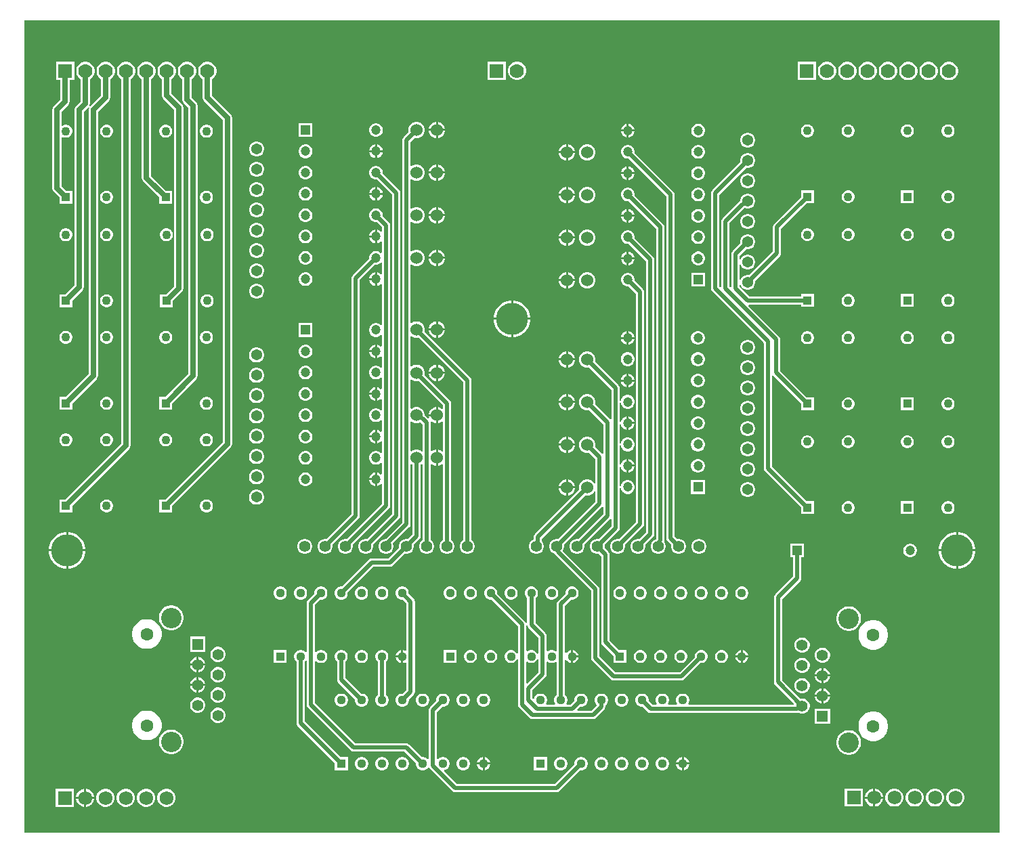
<source format=gbr>
G04*
G04 #@! TF.GenerationSoftware,Altium Limited,Altium Designer,23.7.1 (13)*
G04*
G04 Layer_Physical_Order=4*
G04 Layer_Color=16711680*
%FSLAX44Y44*%
%MOMM*%
G71*
G04*
G04 #@! TF.SameCoordinates,993E3EBF-5B04-44D9-8844-29F8BC13507E*
G04*
G04*
G04 #@! TF.FilePolarity,Positive*
G04*
G01*
G75*
%ADD31C,0.5080*%
%ADD32C,0.6350*%
%ADD35C,1.1300*%
%ADD36R,1.1300X1.1300*%
%ADD37C,1.6000*%
%ADD38C,2.5500*%
%ADD39C,1.4000*%
%ADD40R,1.4000X1.4000*%
%ADD41C,4.0000*%
%ADD42C,1.3650*%
%ADD43R,1.2000X1.2000*%
%ADD44C,1.2000*%
%ADD45R,1.7250X1.7250*%
%ADD46C,1.7250*%
%ADD47C,1.5240*%
%ADD48R,1.1000X1.1000*%
%ADD49C,1.1000*%
%ADD50C,1.7780*%
%ADD51R,1.7780X1.7780*%
%ADD52C,1.3970*%
G36*
X1473200Y254000D02*
X254000D01*
Y1270000D01*
X1473200D01*
Y254000D01*
D02*
G37*
%LPC*%
G36*
X871404Y1218344D02*
X868395D01*
X865488Y1217566D01*
X862881Y1216061D01*
X860753Y1213933D01*
X859249Y1211326D01*
X858470Y1208419D01*
Y1205410D01*
X859249Y1202503D01*
X860753Y1199896D01*
X862881Y1197768D01*
X865488Y1196264D01*
X868395Y1195484D01*
X871404D01*
X874312Y1196264D01*
X876918Y1197768D01*
X879046Y1199896D01*
X880551Y1202503D01*
X881330Y1205410D01*
Y1208419D01*
X880551Y1211326D01*
X879046Y1213933D01*
X876918Y1216061D01*
X874312Y1217566D01*
X871404Y1218344D01*
D02*
G37*
G36*
X855930D02*
X833070D01*
Y1195484D01*
X855930D01*
Y1218344D01*
D02*
G37*
G36*
X1411205Y1217930D02*
X1408195D01*
X1405288Y1217151D01*
X1402682Y1215646D01*
X1400554Y1213518D01*
X1399049Y1210912D01*
X1398270Y1208005D01*
Y1204995D01*
X1399049Y1202088D01*
X1400554Y1199482D01*
X1402682Y1197354D01*
X1405288Y1195849D01*
X1408195Y1195070D01*
X1411205D01*
X1414112Y1195849D01*
X1416718Y1197354D01*
X1418846Y1199482D01*
X1420351Y1202088D01*
X1421130Y1204995D01*
Y1208005D01*
X1420351Y1210912D01*
X1418846Y1213518D01*
X1416718Y1215646D01*
X1414112Y1217151D01*
X1411205Y1217930D01*
D02*
G37*
G36*
X1385805D02*
X1382795D01*
X1379888Y1217151D01*
X1377282Y1215646D01*
X1375154Y1213518D01*
X1373649Y1210912D01*
X1372870Y1208005D01*
Y1204995D01*
X1373649Y1202088D01*
X1375154Y1199482D01*
X1377282Y1197354D01*
X1379888Y1195849D01*
X1382795Y1195070D01*
X1385805D01*
X1388712Y1195849D01*
X1391318Y1197354D01*
X1393446Y1199482D01*
X1394951Y1202088D01*
X1395730Y1204995D01*
Y1208005D01*
X1394951Y1210912D01*
X1393446Y1213518D01*
X1391318Y1215646D01*
X1388712Y1217151D01*
X1385805Y1217930D01*
D02*
G37*
G36*
X1360405D02*
X1357395D01*
X1354488Y1217151D01*
X1351882Y1215646D01*
X1349754Y1213518D01*
X1348249Y1210912D01*
X1347470Y1208005D01*
Y1204995D01*
X1348249Y1202088D01*
X1349754Y1199482D01*
X1351882Y1197354D01*
X1354488Y1195849D01*
X1357395Y1195070D01*
X1360405D01*
X1363312Y1195849D01*
X1365918Y1197354D01*
X1368046Y1199482D01*
X1369551Y1202088D01*
X1370330Y1204995D01*
Y1208005D01*
X1369551Y1210912D01*
X1368046Y1213518D01*
X1365918Y1215646D01*
X1363312Y1217151D01*
X1360405Y1217930D01*
D02*
G37*
G36*
X1335005D02*
X1331995D01*
X1329088Y1217151D01*
X1326482Y1215646D01*
X1324354Y1213518D01*
X1322849Y1210912D01*
X1322070Y1208005D01*
Y1204995D01*
X1322849Y1202088D01*
X1324354Y1199482D01*
X1326482Y1197354D01*
X1329088Y1195849D01*
X1331995Y1195070D01*
X1335005D01*
X1337912Y1195849D01*
X1340518Y1197354D01*
X1342646Y1199482D01*
X1344151Y1202088D01*
X1344930Y1204995D01*
Y1208005D01*
X1344151Y1210912D01*
X1342646Y1213518D01*
X1340518Y1215646D01*
X1337912Y1217151D01*
X1335005Y1217930D01*
D02*
G37*
G36*
X1309605D02*
X1306595D01*
X1303688Y1217151D01*
X1301082Y1215646D01*
X1298954Y1213518D01*
X1297449Y1210912D01*
X1296670Y1208005D01*
Y1204995D01*
X1297449Y1202088D01*
X1298954Y1199482D01*
X1301082Y1197354D01*
X1303688Y1195849D01*
X1306595Y1195070D01*
X1309605D01*
X1312512Y1195849D01*
X1315118Y1197354D01*
X1317246Y1199482D01*
X1318751Y1202088D01*
X1319530Y1204995D01*
Y1208005D01*
X1318751Y1210912D01*
X1317246Y1213518D01*
X1315118Y1215646D01*
X1312512Y1217151D01*
X1309605Y1217930D01*
D02*
G37*
G36*
X1284205D02*
X1281195D01*
X1278288Y1217151D01*
X1275682Y1215646D01*
X1273554Y1213518D01*
X1272049Y1210912D01*
X1271270Y1208005D01*
Y1204995D01*
X1272049Y1202088D01*
X1273554Y1199482D01*
X1275682Y1197354D01*
X1278288Y1195849D01*
X1281195Y1195070D01*
X1284205D01*
X1287112Y1195849D01*
X1289718Y1197354D01*
X1291846Y1199482D01*
X1293351Y1202088D01*
X1294130Y1204995D01*
Y1208005D01*
X1293351Y1210912D01*
X1291846Y1213518D01*
X1289718Y1215646D01*
X1287112Y1217151D01*
X1284205Y1217930D01*
D02*
G37*
G36*
X1258805D02*
X1255795D01*
X1252888Y1217151D01*
X1250282Y1215646D01*
X1248154Y1213518D01*
X1246649Y1210912D01*
X1245870Y1208005D01*
Y1204995D01*
X1246649Y1202088D01*
X1248154Y1199482D01*
X1250282Y1197354D01*
X1252888Y1195849D01*
X1255795Y1195070D01*
X1258805D01*
X1261712Y1195849D01*
X1264318Y1197354D01*
X1266446Y1199482D01*
X1267951Y1202088D01*
X1268730Y1204995D01*
Y1208005D01*
X1267951Y1210912D01*
X1266446Y1213518D01*
X1264318Y1215646D01*
X1261712Y1217151D01*
X1258805Y1217930D01*
D02*
G37*
G36*
X1243330D02*
X1220470D01*
Y1195070D01*
X1243330D01*
Y1217930D01*
D02*
G37*
G36*
X357105D02*
X354095D01*
X351188Y1217151D01*
X348582Y1215646D01*
X346454Y1213518D01*
X344949Y1210912D01*
X344170Y1208005D01*
Y1204995D01*
X344949Y1202088D01*
X346454Y1199482D01*
X348582Y1197354D01*
X349773Y1196666D01*
Y1175894D01*
X336240Y1162360D01*
X335225Y1163093D01*
X335583Y1163630D01*
X336027Y1165860D01*
Y1196666D01*
X337218Y1197354D01*
X339346Y1199482D01*
X340851Y1202088D01*
X341630Y1204995D01*
Y1208005D01*
X340851Y1210912D01*
X339346Y1213518D01*
X337218Y1215646D01*
X334612Y1217151D01*
X331705Y1217930D01*
X328695D01*
X325788Y1217151D01*
X323182Y1215646D01*
X321054Y1213518D01*
X319549Y1210912D01*
X318770Y1208005D01*
Y1204995D01*
X319549Y1202088D01*
X321054Y1199482D01*
X323182Y1197354D01*
X324373Y1196666D01*
Y1168274D01*
X318460Y1162360D01*
X317197Y1160470D01*
X316753Y1158240D01*
Y938588D01*
X305530Y927365D01*
X297690D01*
Y911285D01*
X313770D01*
Y919125D01*
X326700Y932055D01*
X327963Y933945D01*
X328407Y936175D01*
Y1155826D01*
X334320Y1161740D01*
X335335Y1161007D01*
X334977Y1160470D01*
X334533Y1158240D01*
Y828099D01*
X305530Y799095D01*
X297690D01*
Y783015D01*
X313770D01*
Y790854D01*
X344480Y821565D01*
X345743Y823455D01*
X346187Y825685D01*
Y1155826D01*
X359720Y1169360D01*
X360983Y1171250D01*
X361427Y1173480D01*
Y1196666D01*
X362618Y1197354D01*
X364746Y1199482D01*
X366251Y1202088D01*
X367030Y1204995D01*
Y1208005D01*
X366251Y1210912D01*
X364746Y1213518D01*
X362618Y1215646D01*
X360012Y1217151D01*
X357105Y1217930D01*
D02*
G37*
G36*
X770958Y1143000D02*
X770890D01*
Y1134110D01*
X779780D01*
Y1134178D01*
X779088Y1136762D01*
X777750Y1139078D01*
X775858Y1140970D01*
X773542Y1142308D01*
X770958Y1143000D01*
D02*
G37*
G36*
X768350D02*
X768282D01*
X765698Y1142308D01*
X763382Y1140970D01*
X761490Y1139078D01*
X760152Y1136762D01*
X759460Y1134178D01*
Y1134110D01*
X768350D01*
Y1143000D01*
D02*
G37*
G36*
X1009572Y1140729D02*
Y1133498D01*
X1016803D01*
X1016260Y1135524D01*
X1015135Y1137471D01*
X1013545Y1139062D01*
X1011598Y1140186D01*
X1009572Y1140729D01*
D02*
G37*
G36*
X1007032D02*
X1005005Y1140186D01*
X1003058Y1139062D01*
X1001468Y1137471D01*
X1000344Y1135524D01*
X999801Y1133498D01*
X1007032D01*
Y1140729D01*
D02*
G37*
G36*
X694644Y1141406D02*
X692395D01*
X690223Y1140824D01*
X688276Y1139700D01*
X686686Y1138110D01*
X685562Y1136162D01*
X684980Y1133990D01*
Y1131742D01*
X685562Y1129570D01*
X686686Y1127622D01*
X688276Y1126032D01*
X690223Y1124908D01*
X692395Y1124326D01*
X694644D01*
X696816Y1124908D01*
X698763Y1126032D01*
X700353Y1127622D01*
X701478Y1129570D01*
X702060Y1131742D01*
Y1133990D01*
X701478Y1136162D01*
X700353Y1138110D01*
X698763Y1139700D01*
X696816Y1140824D01*
X694644Y1141406D01*
D02*
G37*
G36*
X614059D02*
X596979D01*
Y1124326D01*
X614059D01*
Y1141406D01*
D02*
G37*
G36*
X1409828Y1139851D02*
X1407711D01*
X1405667Y1139303D01*
X1403833Y1138245D01*
X1402336Y1136748D01*
X1401278Y1134915D01*
X1400730Y1132870D01*
Y1130753D01*
X1401278Y1128708D01*
X1402336Y1126875D01*
X1403833Y1125378D01*
X1405667Y1124319D01*
X1407711Y1123771D01*
X1409828D01*
X1411873Y1124319D01*
X1413707Y1125378D01*
X1415203Y1126875D01*
X1416262Y1128708D01*
X1416810Y1130753D01*
Y1132870D01*
X1416262Y1134915D01*
X1415203Y1136748D01*
X1413707Y1138245D01*
X1411873Y1139303D01*
X1409828Y1139851D01*
D02*
G37*
G36*
X1358829D02*
X1356712D01*
X1354667Y1139303D01*
X1352834Y1138245D01*
X1351337Y1136748D01*
X1350278Y1134915D01*
X1349730Y1132870D01*
Y1130753D01*
X1350278Y1128708D01*
X1351337Y1126875D01*
X1352834Y1125378D01*
X1354667Y1124319D01*
X1356712Y1123771D01*
X1358829D01*
X1360874Y1124319D01*
X1362707Y1125378D01*
X1364204Y1126875D01*
X1365262Y1128708D01*
X1365810Y1130753D01*
Y1132870D01*
X1365262Y1134915D01*
X1364204Y1136748D01*
X1362707Y1138245D01*
X1360874Y1139303D01*
X1358829Y1139851D01*
D02*
G37*
G36*
X1284889D02*
X1282772D01*
X1280727Y1139303D01*
X1278894Y1138245D01*
X1277397Y1136748D01*
X1276338Y1134915D01*
X1275790Y1132870D01*
Y1130753D01*
X1276338Y1128708D01*
X1277397Y1126875D01*
X1278894Y1125378D01*
X1280727Y1124319D01*
X1282772Y1123771D01*
X1284889D01*
X1286934Y1124319D01*
X1288767Y1125378D01*
X1290264Y1126875D01*
X1291322Y1128708D01*
X1291870Y1130753D01*
Y1132870D01*
X1291322Y1134915D01*
X1290264Y1136748D01*
X1288767Y1138245D01*
X1286934Y1139303D01*
X1284889Y1139851D01*
D02*
G37*
G36*
X1233889D02*
X1231772D01*
X1229727Y1139303D01*
X1227894Y1138245D01*
X1226397Y1136748D01*
X1225338Y1134915D01*
X1224790Y1132870D01*
Y1130753D01*
X1225338Y1128708D01*
X1226397Y1126875D01*
X1227894Y1125378D01*
X1229727Y1124319D01*
X1231772Y1123771D01*
X1233889D01*
X1235934Y1124319D01*
X1237767Y1125378D01*
X1239264Y1126875D01*
X1240322Y1128708D01*
X1240870Y1130753D01*
Y1132870D01*
X1240322Y1134915D01*
X1239264Y1136748D01*
X1237767Y1138245D01*
X1235934Y1139303D01*
X1233889Y1139851D01*
D02*
G37*
G36*
X1016803Y1130958D02*
X1009572D01*
Y1123727D01*
X1011598Y1124270D01*
X1013545Y1125394D01*
X1015135Y1126984D01*
X1016260Y1128932D01*
X1016803Y1130958D01*
D02*
G37*
G36*
X1007032D02*
X999801D01*
X1000344Y1128932D01*
X1001468Y1126984D01*
X1003058Y1125394D01*
X1005005Y1124270D01*
X1007032Y1123727D01*
Y1130958D01*
D02*
G37*
G36*
X1097426Y1140768D02*
X1095177D01*
X1093005Y1140186D01*
X1091058Y1139062D01*
X1089468Y1137471D01*
X1088344Y1135524D01*
X1087762Y1133352D01*
Y1131104D01*
X1088344Y1128932D01*
X1089468Y1126984D01*
X1091058Y1125394D01*
X1093005Y1124270D01*
X1095177Y1123688D01*
X1097426D01*
X1099598Y1124270D01*
X1101545Y1125394D01*
X1103135Y1126984D01*
X1104260Y1128932D01*
X1104842Y1131104D01*
Y1133352D01*
X1104260Y1135524D01*
X1103135Y1137471D01*
X1101545Y1139062D01*
X1099598Y1140186D01*
X1097426Y1140768D01*
D02*
G37*
G36*
X482728Y1139405D02*
X480611D01*
X478567Y1138857D01*
X476733Y1137799D01*
X475236Y1136302D01*
X474178Y1134469D01*
X473630Y1132424D01*
Y1130307D01*
X474178Y1128262D01*
X475236Y1126429D01*
X476733Y1124932D01*
X478567Y1123873D01*
X480611Y1123325D01*
X482728D01*
X484773Y1123873D01*
X486606Y1124932D01*
X488103Y1126429D01*
X489162Y1128262D01*
X489710Y1130307D01*
Y1132424D01*
X489162Y1134469D01*
X488103Y1136302D01*
X486606Y1137799D01*
X484773Y1138857D01*
X482728Y1139405D01*
D02*
G37*
G36*
X431729D02*
X429612D01*
X427567Y1138857D01*
X425733Y1137799D01*
X424237Y1136302D01*
X423178Y1134469D01*
X422630Y1132424D01*
Y1130307D01*
X423178Y1128262D01*
X424237Y1126429D01*
X425733Y1124932D01*
X427567Y1123873D01*
X429612Y1123325D01*
X431729D01*
X433773Y1123873D01*
X435607Y1124932D01*
X437104Y1126429D01*
X438162Y1128262D01*
X438710Y1130307D01*
Y1132424D01*
X438162Y1134469D01*
X437104Y1136302D01*
X435607Y1137799D01*
X433773Y1138857D01*
X431729Y1139405D01*
D02*
G37*
G36*
X357789D02*
X355672D01*
X353627Y1138857D01*
X351794Y1137799D01*
X350297Y1136302D01*
X349238Y1134469D01*
X348690Y1132424D01*
Y1130307D01*
X349238Y1128262D01*
X350297Y1126429D01*
X351794Y1124932D01*
X353627Y1123873D01*
X355672Y1123325D01*
X357789D01*
X359834Y1123873D01*
X361667Y1124932D01*
X363164Y1126429D01*
X364222Y1128262D01*
X364770Y1130307D01*
Y1132424D01*
X364222Y1134469D01*
X363164Y1136302D01*
X361667Y1137799D01*
X359834Y1138857D01*
X357789Y1139405D01*
D02*
G37*
G36*
X316230Y1217930D02*
X293370D01*
Y1195070D01*
X298973D01*
Y1170814D01*
X290395Y1162235D01*
X289132Y1160345D01*
X288688Y1158115D01*
Y1060080D01*
X289132Y1057850D01*
X290395Y1055960D01*
X297690Y1048664D01*
Y1040825D01*
X313770D01*
Y1056905D01*
X305931D01*
X300342Y1062494D01*
Y1123726D01*
X301612Y1124459D01*
X302627Y1123873D01*
X304672Y1123325D01*
X306789D01*
X308834Y1123873D01*
X310667Y1124932D01*
X312164Y1126429D01*
X313222Y1128262D01*
X313770Y1130307D01*
Y1132424D01*
X313222Y1134469D01*
X312164Y1136302D01*
X310667Y1137799D01*
X308834Y1138857D01*
X306789Y1139405D01*
X304672D01*
X302627Y1138857D01*
X301612Y1138271D01*
X300342Y1139005D01*
Y1155701D01*
X308920Y1164280D01*
X310183Y1166170D01*
X310627Y1168400D01*
Y1195070D01*
X316230D01*
Y1217930D01*
D02*
G37*
G36*
X779780Y1131570D02*
X770890D01*
Y1122680D01*
X770958D01*
X773542Y1123372D01*
X775858Y1124710D01*
X777750Y1126602D01*
X779088Y1128918D01*
X779780Y1131502D01*
Y1131570D01*
D02*
G37*
G36*
X768350D02*
X759460D01*
Y1131502D01*
X760152Y1128918D01*
X761490Y1126602D01*
X763382Y1124710D01*
X765698Y1123372D01*
X768282Y1122680D01*
X768350D01*
Y1131570D01*
D02*
G37*
G36*
X745558Y1143000D02*
X742882D01*
X740298Y1142308D01*
X737982Y1140970D01*
X736090Y1139078D01*
X734752Y1136762D01*
X734060Y1134178D01*
Y1131502D01*
X734377Y1130321D01*
X727858Y1123802D01*
X726735Y1122122D01*
X726340Y1120140D01*
Y642026D01*
X705979Y621665D01*
X704866D01*
X702443Y621016D01*
X700272Y619762D01*
X698498Y617989D01*
X697244Y615816D01*
X696595Y613394D01*
Y610886D01*
X697244Y608464D01*
X698498Y606292D01*
X700272Y604518D01*
X702443Y603264D01*
X704866Y602615D01*
X707374D01*
X709797Y603264D01*
X711969Y604518D01*
X713742Y606292D01*
X714996Y608464D01*
X715645Y610886D01*
Y613394D01*
X714996Y615816D01*
X714917Y615953D01*
X735182Y636218D01*
X735182Y636218D01*
X736305Y637899D01*
X736700Y639881D01*
X736700Y639881D01*
Y714473D01*
X737873Y714959D01*
X737982Y714850D01*
X739041Y714239D01*
Y626985D01*
X733520Y621465D01*
X732774Y621665D01*
X730266D01*
X727843Y621016D01*
X725671Y619762D01*
X723898Y617989D01*
X722644Y615816D01*
X721995Y613394D01*
Y610886D01*
X722195Y610140D01*
X709055Y597000D01*
X688058D01*
X686076Y596605D01*
X684396Y595482D01*
X650941Y562028D01*
X648998D01*
X646915Y561470D01*
X645047Y560392D01*
X643522Y558867D01*
X642444Y556999D01*
X641886Y554916D01*
Y552760D01*
X642444Y550677D01*
X643522Y548809D01*
X645047Y547284D01*
X646915Y546206D01*
X648998Y545648D01*
X651154D01*
X653237Y546206D01*
X655105Y547284D01*
X656629Y548809D01*
X657708Y550677D01*
X658266Y552760D01*
Y554703D01*
X690203Y586641D01*
X711200D01*
X713182Y587035D01*
X714863Y588158D01*
X729520Y602815D01*
X730266Y602615D01*
X732774D01*
X735197Y603264D01*
X737368Y604518D01*
X739142Y606292D01*
X740396Y608464D01*
X741045Y610886D01*
Y613394D01*
X740845Y614140D01*
X747883Y621177D01*
X749005Y622858D01*
X749399Y624840D01*
Y714239D01*
X750458Y714850D01*
X750567Y714959D01*
X751740Y714473D01*
Y620148D01*
X751071Y619762D01*
X749298Y617989D01*
X748044Y615816D01*
X747395Y613394D01*
Y610886D01*
X748044Y608464D01*
X749298Y606292D01*
X751071Y604518D01*
X753243Y603264D01*
X755666Y602615D01*
X758174D01*
X760596Y603264D01*
X762768Y604518D01*
X764542Y606292D01*
X765796Y608464D01*
X766445Y610886D01*
Y613394D01*
X765796Y615816D01*
X764542Y617989D01*
X762768Y619762D01*
X762100Y620148D01*
Y714473D01*
X763273Y714959D01*
X763382Y714850D01*
X765698Y713512D01*
X768282Y712820D01*
X768350D01*
Y722980D01*
Y733140D01*
X768282D01*
X765698Y732448D01*
X763382Y731110D01*
X763273Y731001D01*
X762100Y731487D01*
Y767080D01*
X761986Y767650D01*
X763157Y768276D01*
X763382Y768051D01*
X765698Y766713D01*
X768282Y766021D01*
X768350D01*
Y774911D01*
X759460D01*
Y774843D01*
X759893Y773228D01*
X758754Y772571D01*
X755378Y775946D01*
X754380Y776614D01*
Y777518D01*
X753688Y780102D01*
X752350Y782419D01*
X750458Y784311D01*
X748142Y785648D01*
X745558Y786341D01*
X742882D01*
X740298Y785648D01*
X737982Y784311D01*
X737873Y784202D01*
X736700Y784688D01*
Y820715D01*
X737873Y821201D01*
X737982Y821092D01*
X740298Y819754D01*
X742882Y819062D01*
X745558D01*
X746739Y819379D01*
X777141Y788977D01*
Y784688D01*
X775967Y784202D01*
X775858Y784311D01*
X773542Y785648D01*
X770958Y786341D01*
X770890D01*
Y776181D01*
Y766021D01*
X770958D01*
X773542Y766713D01*
X775858Y768051D01*
X775967Y768160D01*
X777141Y767673D01*
Y731487D01*
X775967Y731001D01*
X775858Y731110D01*
X773542Y732448D01*
X770958Y733140D01*
X770890D01*
Y722980D01*
Y712820D01*
X770958D01*
X773542Y713512D01*
X775858Y714850D01*
X775967Y714959D01*
X777141Y714473D01*
Y620148D01*
X776471Y619762D01*
X774698Y617989D01*
X773444Y615816D01*
X772795Y613394D01*
Y610886D01*
X773444Y608464D01*
X774698Y606292D01*
X776471Y604518D01*
X778643Y603264D01*
X781066Y602615D01*
X783574D01*
X785996Y603264D01*
X788168Y604518D01*
X789942Y606292D01*
X791196Y608464D01*
X791845Y610886D01*
Y613394D01*
X791196Y615816D01*
X789942Y617989D01*
X788168Y619762D01*
X787499Y620148D01*
Y791122D01*
X787105Y793104D01*
X785983Y794785D01*
X754063Y826703D01*
X754380Y827885D01*
Y830560D01*
X753688Y833144D01*
X752350Y835461D01*
X750458Y837352D01*
X748142Y838690D01*
X745558Y839382D01*
X742882D01*
X740298Y838690D01*
X737982Y837352D01*
X737873Y837243D01*
X736700Y837729D01*
Y874857D01*
X737873Y875343D01*
X737982Y875234D01*
X740298Y873897D01*
X742882Y873204D01*
X745558D01*
X746739Y873521D01*
X802541Y817719D01*
Y620148D01*
X801871Y619762D01*
X800098Y617989D01*
X798844Y615816D01*
X798195Y613394D01*
Y610886D01*
X798844Y608464D01*
X800098Y606292D01*
X801871Y604518D01*
X804044Y603264D01*
X806466Y602615D01*
X808974D01*
X811396Y603264D01*
X813568Y604518D01*
X815342Y606292D01*
X816596Y608464D01*
X817245Y610886D01*
Y613394D01*
X816596Y615816D01*
X815342Y617989D01*
X813568Y619762D01*
X812899Y620148D01*
Y819864D01*
X812505Y821846D01*
X811383Y823527D01*
X754063Y880846D01*
X754380Y882027D01*
Y884702D01*
X753688Y887286D01*
X752350Y889603D01*
X750458Y891494D01*
X748142Y892832D01*
X745558Y893524D01*
X742882D01*
X740298Y892832D01*
X737982Y891494D01*
X737873Y891385D01*
X736700Y891871D01*
Y964313D01*
X737873Y964799D01*
X737982Y964690D01*
X740298Y963352D01*
X742882Y962660D01*
X745558D01*
X748142Y963352D01*
X750458Y964690D01*
X752350Y966582D01*
X753688Y968898D01*
X754380Y971482D01*
Y974158D01*
X753688Y976742D01*
X752350Y979058D01*
X750458Y980950D01*
X748142Y982288D01*
X745558Y982980D01*
X742882D01*
X740298Y982288D01*
X737982Y980950D01*
X737873Y980841D01*
X736700Y981327D01*
Y1017653D01*
X737873Y1018139D01*
X737982Y1018030D01*
X740298Y1016692D01*
X742882Y1016000D01*
X745558D01*
X748142Y1016692D01*
X750458Y1018030D01*
X752350Y1019922D01*
X753688Y1022238D01*
X754380Y1024822D01*
Y1027498D01*
X753688Y1030082D01*
X752350Y1032398D01*
X750458Y1034290D01*
X748142Y1035628D01*
X745558Y1036320D01*
X742882D01*
X740298Y1035628D01*
X737982Y1034290D01*
X737873Y1034181D01*
X736700Y1034667D01*
Y1070993D01*
X737873Y1071479D01*
X737982Y1071370D01*
X740298Y1070032D01*
X742882Y1069340D01*
X745558D01*
X748142Y1070032D01*
X750458Y1071370D01*
X752350Y1073262D01*
X753688Y1075578D01*
X754380Y1078162D01*
Y1080838D01*
X753688Y1083422D01*
X752350Y1085738D01*
X750458Y1087630D01*
X748142Y1088968D01*
X745558Y1089660D01*
X742882D01*
X740298Y1088968D01*
X737982Y1087630D01*
X737873Y1087521D01*
X736700Y1088007D01*
Y1117995D01*
X741701Y1122997D01*
X742882Y1122680D01*
X745558D01*
X748142Y1123372D01*
X750458Y1124710D01*
X752350Y1126602D01*
X753688Y1128918D01*
X754380Y1131502D01*
Y1134178D01*
X753688Y1136762D01*
X752350Y1139078D01*
X750458Y1140970D01*
X748142Y1142308D01*
X745558Y1143000D01*
D02*
G37*
G36*
X1159473Y1129505D02*
X1157007D01*
X1154625Y1128867D01*
X1152490Y1127634D01*
X1150746Y1125890D01*
X1149513Y1123755D01*
X1148875Y1121373D01*
Y1118907D01*
X1149513Y1116525D01*
X1150746Y1114390D01*
X1152490Y1112646D01*
X1154625Y1111413D01*
X1157007Y1110775D01*
X1159473D01*
X1161855Y1111413D01*
X1163990Y1112646D01*
X1165734Y1114390D01*
X1166967Y1116525D01*
X1167605Y1118907D01*
Y1121373D01*
X1166967Y1123755D01*
X1165734Y1125890D01*
X1163990Y1127634D01*
X1161855Y1128867D01*
X1159473Y1129505D01*
D02*
G37*
G36*
X694790Y1114707D02*
Y1107476D01*
X702020D01*
X701478Y1109502D01*
X700353Y1111450D01*
X698763Y1113040D01*
X696816Y1114164D01*
X694790Y1114707D01*
D02*
G37*
G36*
X692250D02*
X690223Y1114164D01*
X688276Y1113040D01*
X686686Y1111450D01*
X685562Y1109502D01*
X685019Y1107476D01*
X692250D01*
Y1114707D01*
D02*
G37*
G36*
X933518Y1115060D02*
X933450D01*
Y1106170D01*
X942340D01*
Y1106238D01*
X941648Y1108822D01*
X940310Y1111138D01*
X938418Y1113030D01*
X936102Y1114368D01*
X933518Y1115060D01*
D02*
G37*
G36*
X930910D02*
X930842D01*
X928258Y1114368D01*
X925942Y1113030D01*
X924050Y1111138D01*
X922712Y1108822D01*
X922020Y1106238D01*
Y1106170D01*
X930910D01*
Y1115060D01*
D02*
G37*
G36*
X545534Y1118630D02*
X543068D01*
X540686Y1117992D01*
X538550Y1116759D01*
X536807Y1115015D01*
X535574Y1112880D01*
X534936Y1110498D01*
Y1108032D01*
X535574Y1105650D01*
X536807Y1103515D01*
X538550Y1101771D01*
X540686Y1100538D01*
X543068Y1099900D01*
X545534D01*
X547915Y1100538D01*
X550051Y1101771D01*
X551795Y1103515D01*
X553027Y1105650D01*
X553666Y1108032D01*
Y1110498D01*
X553027Y1112880D01*
X551795Y1115015D01*
X550051Y1116759D01*
X547915Y1117992D01*
X545534Y1118630D01*
D02*
G37*
G36*
X702020Y1104936D02*
X694790D01*
Y1097705D01*
X696816Y1098248D01*
X698763Y1099372D01*
X700353Y1100962D01*
X701478Y1102910D01*
X702020Y1104936D01*
D02*
G37*
G36*
X692250D02*
X685019D01*
X685562Y1102910D01*
X686686Y1100962D01*
X688276Y1099372D01*
X690223Y1098248D01*
X692250Y1097705D01*
Y1104936D01*
D02*
G37*
G36*
X606643Y1114746D02*
X604395D01*
X602223Y1114164D01*
X600276Y1113040D01*
X598685Y1111450D01*
X597561Y1109502D01*
X596979Y1107330D01*
Y1105082D01*
X597561Y1102910D01*
X598685Y1100962D01*
X600276Y1099372D01*
X602223Y1098248D01*
X604395Y1097666D01*
X606643D01*
X608815Y1098248D01*
X610763Y1099372D01*
X612353Y1100962D01*
X613477Y1102910D01*
X614059Y1105082D01*
Y1107330D01*
X613477Y1109502D01*
X612353Y1111450D01*
X610763Y1113040D01*
X608815Y1114164D01*
X606643Y1114746D01*
D02*
G37*
G36*
X1097426Y1114108D02*
X1095177D01*
X1093005Y1113526D01*
X1091058Y1112402D01*
X1089468Y1110812D01*
X1088344Y1108864D01*
X1087762Y1106692D01*
Y1104444D01*
X1088344Y1102272D01*
X1089468Y1100324D01*
X1091058Y1098734D01*
X1093005Y1097610D01*
X1095177Y1097028D01*
X1097426D01*
X1099598Y1097610D01*
X1101545Y1098734D01*
X1103135Y1100324D01*
X1104260Y1102272D01*
X1104842Y1104444D01*
Y1106692D01*
X1104260Y1108864D01*
X1103135Y1110812D01*
X1101545Y1112402D01*
X1099598Y1113526D01*
X1097426Y1114108D01*
D02*
G37*
G36*
X958918Y1115060D02*
X956242D01*
X953658Y1114368D01*
X951342Y1113030D01*
X949450Y1111138D01*
X948112Y1108822D01*
X947420Y1106238D01*
Y1103562D01*
X948112Y1100978D01*
X949450Y1098662D01*
X951342Y1096770D01*
X953658Y1095432D01*
X956242Y1094740D01*
X958918D01*
X961502Y1095432D01*
X963818Y1096770D01*
X965710Y1098662D01*
X967048Y1100978D01*
X967740Y1103562D01*
Y1106238D01*
X967048Y1108822D01*
X965710Y1111138D01*
X963818Y1113030D01*
X961502Y1114368D01*
X958918Y1115060D01*
D02*
G37*
G36*
X942340Y1103630D02*
X933450D01*
Y1094740D01*
X933518D01*
X936102Y1095432D01*
X938418Y1096770D01*
X940310Y1098662D01*
X941648Y1100978D01*
X942340Y1103562D01*
Y1103630D01*
D02*
G37*
G36*
X930910D02*
X922020D01*
Y1103562D01*
X922712Y1100978D01*
X924050Y1098662D01*
X925942Y1096770D01*
X928258Y1095432D01*
X930842Y1094740D01*
X930910D01*
Y1103630D01*
D02*
G37*
G36*
X1159473Y1104105D02*
X1157007D01*
X1154625Y1103467D01*
X1152490Y1102234D01*
X1150746Y1100490D01*
X1149513Y1098355D01*
X1148875Y1095973D01*
Y1093507D01*
X1149046Y1092870D01*
X1113938Y1057763D01*
X1112815Y1056082D01*
X1112421Y1054100D01*
Y934720D01*
X1112815Y932738D01*
X1113938Y931058D01*
X1178460Y866535D01*
Y709665D01*
X1178855Y707683D01*
X1179977Y706003D01*
X1224790Y661190D01*
Y652435D01*
X1240870D01*
Y668515D01*
X1232115D01*
X1188820Y711811D01*
Y825492D01*
X1190089Y825877D01*
X1190137Y825805D01*
X1224790Y791152D01*
Y782397D01*
X1240870D01*
Y798477D01*
X1232115D01*
X1198979Y831613D01*
Y871220D01*
X1198585Y873202D01*
X1197462Y874883D01*
X1159292Y913053D01*
X1159818Y914323D01*
X1224790D01*
Y911463D01*
X1240870D01*
Y927543D01*
X1224790D01*
Y924682D01*
X1160408D01*
X1148179Y936911D01*
Y938796D01*
X1149449Y938963D01*
X1149513Y938725D01*
X1150746Y936590D01*
X1152490Y934846D01*
X1154625Y933613D01*
X1157007Y932975D01*
X1159473D01*
X1161855Y933613D01*
X1163990Y934846D01*
X1165734Y936590D01*
X1166967Y938725D01*
X1167605Y941107D01*
Y943573D01*
X1167434Y944210D01*
X1198537Y975312D01*
X1198537Y975312D01*
X1199660Y976993D01*
X1200054Y978975D01*
X1200054Y978975D01*
Y1009210D01*
X1232115Y1041271D01*
X1240870D01*
Y1057351D01*
X1224790D01*
Y1048596D01*
X1191212Y1015018D01*
X1190090Y1013338D01*
X1189695Y1011356D01*
Y981120D01*
X1160109Y951534D01*
X1159473Y951705D01*
X1157007D01*
X1154625Y951067D01*
X1152490Y949834D01*
X1150746Y948090D01*
X1149513Y945955D01*
X1149449Y945717D01*
X1148179Y945884D01*
Y964196D01*
X1149449Y964363D01*
X1149513Y964125D01*
X1150746Y961990D01*
X1152490Y960246D01*
X1154625Y959013D01*
X1157007Y958375D01*
X1159473D01*
X1161855Y959013D01*
X1163990Y960246D01*
X1165734Y961990D01*
X1166967Y964125D01*
X1167605Y966507D01*
Y968973D01*
X1166967Y971355D01*
X1165734Y973490D01*
X1163990Y975234D01*
X1161855Y976467D01*
X1159473Y977105D01*
X1157007D01*
X1154625Y976467D01*
X1152490Y975234D01*
X1150746Y973490D01*
X1149513Y971355D01*
X1149449Y971117D01*
X1148179Y971284D01*
Y975755D01*
X1156370Y983946D01*
X1157007Y983775D01*
X1159473D01*
X1161855Y984413D01*
X1163990Y985646D01*
X1165734Y987390D01*
X1166967Y989525D01*
X1167605Y991907D01*
Y994373D01*
X1166967Y996755D01*
X1165734Y998890D01*
X1163990Y1000634D01*
X1161855Y1001867D01*
X1159473Y1002505D01*
X1157007D01*
X1154625Y1001867D01*
X1152490Y1000634D01*
X1150746Y998890D01*
X1149513Y996755D01*
X1148875Y994373D01*
Y991907D01*
X1149046Y991271D01*
X1139337Y981562D01*
X1138215Y979882D01*
X1137821Y977900D01*
Y936320D01*
X1136551Y935795D01*
X1135480Y936865D01*
Y1016395D01*
X1154418Y1035333D01*
X1154625Y1035213D01*
X1157007Y1034575D01*
X1159473D01*
X1161855Y1035213D01*
X1163990Y1036446D01*
X1165734Y1038190D01*
X1166967Y1040325D01*
X1167605Y1042707D01*
Y1045173D01*
X1166967Y1047555D01*
X1165734Y1049690D01*
X1163990Y1051434D01*
X1161855Y1052667D01*
X1159473Y1053305D01*
X1157007D01*
X1154625Y1052667D01*
X1152490Y1051434D01*
X1150746Y1049690D01*
X1149513Y1047555D01*
X1148875Y1045173D01*
Y1044219D01*
X1148839Y1044183D01*
X1148173Y1043738D01*
X1126637Y1022203D01*
X1125515Y1020522D01*
X1125120Y1018540D01*
Y936320D01*
X1123850Y935795D01*
X1122779Y936865D01*
Y1051955D01*
X1156370Y1085546D01*
X1157007Y1085375D01*
X1159473D01*
X1161855Y1086013D01*
X1163990Y1087246D01*
X1165734Y1088990D01*
X1166967Y1091125D01*
X1167605Y1093507D01*
Y1095973D01*
X1166967Y1098355D01*
X1165734Y1100490D01*
X1163990Y1102234D01*
X1161855Y1103467D01*
X1159473Y1104105D01*
D02*
G37*
G36*
X770958Y1089660D02*
X770890D01*
Y1080770D01*
X779780D01*
Y1080838D01*
X779088Y1083422D01*
X777750Y1085738D01*
X775858Y1087630D01*
X773542Y1088968D01*
X770958Y1089660D01*
D02*
G37*
G36*
X768350D02*
X768282D01*
X765698Y1088968D01*
X763382Y1087630D01*
X761490Y1085738D01*
X760152Y1083422D01*
X759460Y1080838D01*
Y1080770D01*
X768350D01*
Y1089660D01*
D02*
G37*
G36*
X1009572Y1087429D02*
Y1080198D01*
X1016803D01*
X1016260Y1082224D01*
X1015135Y1084172D01*
X1013545Y1085762D01*
X1011598Y1086886D01*
X1009572Y1087429D01*
D02*
G37*
G36*
X1007032D02*
X1005005Y1086886D01*
X1003058Y1085762D01*
X1001468Y1084172D01*
X1000344Y1082224D01*
X999801Y1080198D01*
X1007032D01*
Y1087429D01*
D02*
G37*
G36*
X545534Y1093230D02*
X543068D01*
X540686Y1092592D01*
X538550Y1091359D01*
X536807Y1089615D01*
X535574Y1087480D01*
X534936Y1085098D01*
Y1082632D01*
X535574Y1080250D01*
X536807Y1078115D01*
X538550Y1076371D01*
X540686Y1075138D01*
X543068Y1074500D01*
X545534D01*
X547915Y1075138D01*
X550051Y1076371D01*
X551795Y1078115D01*
X553027Y1080250D01*
X553666Y1082632D01*
Y1085098D01*
X553027Y1087480D01*
X551795Y1089615D01*
X550051Y1091359D01*
X547915Y1092592D01*
X545534Y1093230D01*
D02*
G37*
G36*
X606643Y1088106D02*
X604395D01*
X602223Y1087524D01*
X600276Y1086400D01*
X598685Y1084810D01*
X597561Y1082862D01*
X596979Y1080690D01*
Y1078442D01*
X597561Y1076270D01*
X598685Y1074322D01*
X600276Y1072732D01*
X602223Y1071608D01*
X604395Y1071026D01*
X606643D01*
X608815Y1071608D01*
X610763Y1072732D01*
X612353Y1074322D01*
X613477Y1076270D01*
X614059Y1078442D01*
Y1080690D01*
X613477Y1082862D01*
X612353Y1084810D01*
X610763Y1086400D01*
X608815Y1087524D01*
X606643Y1088106D01*
D02*
G37*
G36*
X1016803Y1077658D02*
X1009572D01*
Y1070427D01*
X1011598Y1070970D01*
X1013545Y1072094D01*
X1015135Y1073684D01*
X1016260Y1075632D01*
X1016803Y1077658D01*
D02*
G37*
G36*
X1007032D02*
X999801D01*
X1000344Y1075632D01*
X1001468Y1073684D01*
X1003058Y1072094D01*
X1005005Y1070970D01*
X1007032Y1070427D01*
Y1077658D01*
D02*
G37*
G36*
X1097426Y1087468D02*
X1095177D01*
X1093005Y1086886D01*
X1091058Y1085762D01*
X1089468Y1084172D01*
X1088344Y1082224D01*
X1087762Y1080052D01*
Y1077804D01*
X1088344Y1075632D01*
X1089468Y1073684D01*
X1091058Y1072094D01*
X1093005Y1070970D01*
X1095177Y1070388D01*
X1097426D01*
X1099598Y1070970D01*
X1101545Y1072094D01*
X1103135Y1073684D01*
X1104260Y1075632D01*
X1104842Y1077804D01*
Y1080052D01*
X1104260Y1082224D01*
X1103135Y1084172D01*
X1101545Y1085762D01*
X1099598Y1086886D01*
X1097426Y1087468D01*
D02*
G37*
G36*
X779780Y1078230D02*
X770890D01*
Y1069340D01*
X770958D01*
X773542Y1070032D01*
X775858Y1071370D01*
X777750Y1073262D01*
X779088Y1075578D01*
X779780Y1078162D01*
Y1078230D01*
D02*
G37*
G36*
X768350D02*
X759460D01*
Y1078162D01*
X760152Y1075578D01*
X761490Y1073262D01*
X763382Y1071370D01*
X765698Y1070032D01*
X768282Y1069340D01*
X768350D01*
Y1078230D01*
D02*
G37*
G36*
X1159473Y1078705D02*
X1157007D01*
X1154625Y1078067D01*
X1152490Y1076834D01*
X1150746Y1075090D01*
X1149513Y1072955D01*
X1148875Y1070573D01*
Y1068107D01*
X1149513Y1065725D01*
X1150746Y1063590D01*
X1152490Y1061846D01*
X1154625Y1060613D01*
X1157007Y1059975D01*
X1159473D01*
X1161855Y1060613D01*
X1163990Y1061846D01*
X1165734Y1063590D01*
X1166967Y1065725D01*
X1167605Y1068107D01*
Y1070573D01*
X1166967Y1072955D01*
X1165734Y1075090D01*
X1163990Y1076834D01*
X1161855Y1078067D01*
X1159473Y1078705D01*
D02*
G37*
G36*
X694790Y1061407D02*
Y1054176D01*
X702020D01*
X701478Y1056202D01*
X700353Y1058150D01*
X698763Y1059740D01*
X696816Y1060864D01*
X694790Y1061407D01*
D02*
G37*
G36*
X692250D02*
X690223Y1060864D01*
X688276Y1059740D01*
X686686Y1058150D01*
X685562Y1056202D01*
X685019Y1054176D01*
X692250D01*
Y1061407D01*
D02*
G37*
G36*
X933518Y1061720D02*
X933450D01*
Y1052830D01*
X942340D01*
Y1052898D01*
X941648Y1055482D01*
X940310Y1057798D01*
X938418Y1059690D01*
X936102Y1061028D01*
X933518Y1061720D01*
D02*
G37*
G36*
X930910D02*
X930842D01*
X928258Y1061028D01*
X925942Y1059690D01*
X924050Y1057798D01*
X922712Y1055482D01*
X922020Y1052898D01*
Y1052830D01*
X930910D01*
Y1061720D01*
D02*
G37*
G36*
X545534Y1067830D02*
X543068D01*
X540686Y1067192D01*
X538550Y1065959D01*
X536807Y1064215D01*
X535574Y1062080D01*
X534936Y1059698D01*
Y1057232D01*
X535574Y1054850D01*
X536807Y1052715D01*
X538550Y1050971D01*
X540686Y1049738D01*
X543068Y1049100D01*
X545534D01*
X547915Y1049738D01*
X550051Y1050971D01*
X551795Y1052715D01*
X553027Y1054850D01*
X553666Y1057232D01*
Y1059698D01*
X553027Y1062080D01*
X551795Y1064215D01*
X550051Y1065959D01*
X547915Y1067192D01*
X545534Y1067830D01*
D02*
G37*
G36*
X702020Y1051636D02*
X694790D01*
Y1044405D01*
X696816Y1044948D01*
X698763Y1046072D01*
X700353Y1047663D01*
X701478Y1049610D01*
X702020Y1051636D01*
D02*
G37*
G36*
X692250D02*
X685019D01*
X685562Y1049610D01*
X686686Y1047663D01*
X688276Y1046072D01*
X690223Y1044948D01*
X692250Y1044405D01*
Y1051636D01*
D02*
G37*
G36*
X606643Y1061446D02*
X604395D01*
X602223Y1060864D01*
X600276Y1059740D01*
X598685Y1058150D01*
X597561Y1056202D01*
X596979Y1054031D01*
Y1051782D01*
X597561Y1049610D01*
X598685Y1047663D01*
X600276Y1046072D01*
X602223Y1044948D01*
X604395Y1044366D01*
X606643D01*
X608815Y1044948D01*
X610763Y1046072D01*
X612353Y1047663D01*
X613477Y1049610D01*
X614059Y1051782D01*
Y1054031D01*
X613477Y1056202D01*
X612353Y1058150D01*
X610763Y1059740D01*
X608815Y1060864D01*
X606643Y1061446D01*
D02*
G37*
G36*
X1097426Y1060808D02*
X1095177D01*
X1093005Y1060226D01*
X1091058Y1059101D01*
X1089468Y1057511D01*
X1088344Y1055564D01*
X1087762Y1053392D01*
Y1051143D01*
X1088344Y1048971D01*
X1089468Y1047024D01*
X1091058Y1045434D01*
X1093005Y1044310D01*
X1095177Y1043728D01*
X1097426D01*
X1099598Y1044310D01*
X1101545Y1045434D01*
X1103135Y1047024D01*
X1104260Y1048971D01*
X1104842Y1051143D01*
Y1053392D01*
X1104260Y1055564D01*
X1103135Y1057511D01*
X1101545Y1059101D01*
X1099598Y1060226D01*
X1097426Y1060808D01*
D02*
G37*
G36*
X958918Y1061720D02*
X956242D01*
X953658Y1061028D01*
X951342Y1059690D01*
X949450Y1057798D01*
X948112Y1055482D01*
X947420Y1052898D01*
Y1050222D01*
X948112Y1047638D01*
X949450Y1045322D01*
X951342Y1043430D01*
X953658Y1042092D01*
X956242Y1041400D01*
X958918D01*
X961502Y1042092D01*
X963818Y1043430D01*
X965710Y1045322D01*
X967048Y1047638D01*
X967740Y1050222D01*
Y1052898D01*
X967048Y1055482D01*
X965710Y1057798D01*
X963818Y1059690D01*
X961502Y1061028D01*
X958918Y1061720D01*
D02*
G37*
G36*
X942340Y1050290D02*
X933450D01*
Y1041400D01*
X933518D01*
X936102Y1042092D01*
X938418Y1043430D01*
X940310Y1045322D01*
X941648Y1047638D01*
X942340Y1050222D01*
Y1050290D01*
D02*
G37*
G36*
X930910D02*
X922020D01*
Y1050222D01*
X922712Y1047638D01*
X924050Y1045322D01*
X925942Y1043430D01*
X928258Y1042092D01*
X930842Y1041400D01*
X930910D01*
Y1050290D01*
D02*
G37*
G36*
X1409828Y1057351D02*
X1407711D01*
X1405667Y1056803D01*
X1403833Y1055745D01*
X1402336Y1054248D01*
X1401278Y1052414D01*
X1400730Y1050370D01*
Y1048253D01*
X1401278Y1046208D01*
X1402336Y1044374D01*
X1403833Y1042878D01*
X1405667Y1041819D01*
X1407711Y1041271D01*
X1409828D01*
X1411873Y1041819D01*
X1413707Y1042878D01*
X1415203Y1044374D01*
X1416262Y1046208D01*
X1416810Y1048253D01*
Y1050370D01*
X1416262Y1052414D01*
X1415203Y1054248D01*
X1413707Y1055745D01*
X1411873Y1056803D01*
X1409828Y1057351D01*
D02*
G37*
G36*
X1365810D02*
X1349730D01*
Y1041271D01*
X1365810D01*
Y1057351D01*
D02*
G37*
G36*
X1284889D02*
X1282772D01*
X1280727Y1056803D01*
X1278894Y1055745D01*
X1277397Y1054248D01*
X1276338Y1052414D01*
X1275790Y1050370D01*
Y1048253D01*
X1276338Y1046208D01*
X1277397Y1044374D01*
X1278894Y1042878D01*
X1280727Y1041819D01*
X1282772Y1041271D01*
X1284889D01*
X1286934Y1041819D01*
X1288767Y1042878D01*
X1290264Y1044374D01*
X1291322Y1046208D01*
X1291870Y1048253D01*
Y1050370D01*
X1291322Y1052414D01*
X1290264Y1054248D01*
X1288767Y1055745D01*
X1286934Y1056803D01*
X1284889Y1057351D01*
D02*
G37*
G36*
X482728Y1056905D02*
X480611D01*
X478567Y1056357D01*
X476733Y1055299D01*
X475236Y1053802D01*
X474178Y1051968D01*
X473630Y1049924D01*
Y1047807D01*
X474178Y1045762D01*
X475236Y1043928D01*
X476733Y1042431D01*
X478567Y1041373D01*
X480611Y1040825D01*
X482728D01*
X484773Y1041373D01*
X486606Y1042431D01*
X488103Y1043928D01*
X489162Y1045762D01*
X489710Y1047807D01*
Y1049924D01*
X489162Y1051968D01*
X488103Y1053802D01*
X486606Y1055299D01*
X484773Y1056357D01*
X482728Y1056905D01*
D02*
G37*
G36*
X407905Y1217930D02*
X404895D01*
X401988Y1217151D01*
X399382Y1215646D01*
X397254Y1213518D01*
X395749Y1210912D01*
X394970Y1208005D01*
Y1204995D01*
X395749Y1202088D01*
X397254Y1199482D01*
X399382Y1197354D01*
X400573Y1196666D01*
Y1073135D01*
X401017Y1070905D01*
X402280Y1069015D01*
X422630Y1048664D01*
Y1040825D01*
X438710D01*
Y1056905D01*
X430871D01*
X412227Y1075549D01*
Y1196666D01*
X413418Y1197354D01*
X415546Y1199482D01*
X417051Y1202088D01*
X417830Y1204995D01*
Y1208005D01*
X417051Y1210912D01*
X415546Y1213518D01*
X413418Y1215646D01*
X410812Y1217151D01*
X407905Y1217930D01*
D02*
G37*
G36*
X357789Y1056905D02*
X355672D01*
X353627Y1056357D01*
X351794Y1055299D01*
X350297Y1053802D01*
X349238Y1051968D01*
X348690Y1049924D01*
Y1047807D01*
X349238Y1045762D01*
X350297Y1043928D01*
X351794Y1042431D01*
X353627Y1041373D01*
X355672Y1040825D01*
X357789D01*
X359834Y1041373D01*
X361667Y1042431D01*
X363164Y1043928D01*
X364222Y1045762D01*
X364770Y1047807D01*
Y1049924D01*
X364222Y1051968D01*
X363164Y1053802D01*
X361667Y1055299D01*
X359834Y1056357D01*
X357789Y1056905D01*
D02*
G37*
G36*
X770958Y1036320D02*
X770890D01*
Y1027430D01*
X779780D01*
Y1027498D01*
X779088Y1030082D01*
X777750Y1032398D01*
X775858Y1034290D01*
X773542Y1035628D01*
X770958Y1036320D01*
D02*
G37*
G36*
X768350D02*
X768282D01*
X765698Y1035628D01*
X763382Y1034290D01*
X761490Y1032398D01*
X760152Y1030082D01*
X759460Y1027498D01*
Y1027430D01*
X768350D01*
Y1036320D01*
D02*
G37*
G36*
X1009572Y1034129D02*
Y1026898D01*
X1016803D01*
X1016260Y1028924D01*
X1015135Y1030872D01*
X1013545Y1032462D01*
X1011598Y1033586D01*
X1009572Y1034129D01*
D02*
G37*
G36*
X1007032D02*
X1005005Y1033586D01*
X1003058Y1032462D01*
X1001468Y1030872D01*
X1000344Y1028924D01*
X999801Y1026898D01*
X1007032D01*
Y1034129D01*
D02*
G37*
G36*
X545534Y1042430D02*
X543068D01*
X540686Y1041792D01*
X538550Y1040559D01*
X536807Y1038816D01*
X535574Y1036680D01*
X534936Y1034298D01*
Y1031832D01*
X535574Y1029451D01*
X536807Y1027315D01*
X538550Y1025571D01*
X540686Y1024338D01*
X543068Y1023700D01*
X545534D01*
X547915Y1024338D01*
X550051Y1025571D01*
X551795Y1027315D01*
X553027Y1029451D01*
X553666Y1031832D01*
Y1034298D01*
X553027Y1036680D01*
X551795Y1038816D01*
X550051Y1040559D01*
X547915Y1041792D01*
X545534Y1042430D01*
D02*
G37*
G36*
X606643Y1034806D02*
X604395D01*
X602223Y1034224D01*
X600276Y1033100D01*
X598685Y1031510D01*
X597561Y1029563D01*
X596979Y1027391D01*
Y1025142D01*
X597561Y1022970D01*
X598685Y1021022D01*
X600276Y1019433D01*
X602223Y1018308D01*
X604395Y1017726D01*
X606643D01*
X608815Y1018308D01*
X610763Y1019433D01*
X612353Y1021022D01*
X613477Y1022970D01*
X614059Y1025142D01*
Y1027391D01*
X613477Y1029563D01*
X612353Y1031510D01*
X610763Y1033100D01*
X608815Y1034224D01*
X606643Y1034806D01*
D02*
G37*
G36*
X1016803Y1024358D02*
X1009572D01*
Y1017127D01*
X1011598Y1017670D01*
X1013545Y1018794D01*
X1015135Y1020384D01*
X1016260Y1022332D01*
X1016803Y1024358D01*
D02*
G37*
G36*
X1007032D02*
X999801D01*
X1000344Y1022332D01*
X1001468Y1020384D01*
X1003058Y1018794D01*
X1005005Y1017670D01*
X1007032Y1017127D01*
Y1024358D01*
D02*
G37*
G36*
X1097426Y1034168D02*
X1095177D01*
X1093005Y1033586D01*
X1091058Y1032462D01*
X1089468Y1030872D01*
X1088344Y1028924D01*
X1087762Y1026752D01*
Y1024504D01*
X1088344Y1022332D01*
X1089468Y1020384D01*
X1091058Y1018794D01*
X1093005Y1017670D01*
X1095177Y1017088D01*
X1097426D01*
X1099598Y1017670D01*
X1101545Y1018794D01*
X1103135Y1020384D01*
X1104260Y1022332D01*
X1104842Y1024504D01*
Y1026752D01*
X1104260Y1028924D01*
X1103135Y1030872D01*
X1101545Y1032462D01*
X1099598Y1033586D01*
X1097426Y1034168D01*
D02*
G37*
G36*
X779780Y1024890D02*
X770890D01*
Y1016000D01*
X770958D01*
X773542Y1016692D01*
X775858Y1018030D01*
X777750Y1019922D01*
X779088Y1022238D01*
X779780Y1024822D01*
Y1024890D01*
D02*
G37*
G36*
X768350D02*
X759460D01*
Y1024822D01*
X760152Y1022238D01*
X761490Y1019922D01*
X763382Y1018030D01*
X765698Y1016692D01*
X768282Y1016000D01*
X768350D01*
Y1024890D01*
D02*
G37*
G36*
X1159473Y1027905D02*
X1157007D01*
X1154625Y1027267D01*
X1152490Y1026034D01*
X1150746Y1024290D01*
X1149513Y1022155D01*
X1148875Y1019773D01*
Y1017307D01*
X1149513Y1014925D01*
X1150746Y1012790D01*
X1152490Y1011046D01*
X1154625Y1009813D01*
X1157007Y1009175D01*
X1159473D01*
X1161855Y1009813D01*
X1163990Y1011046D01*
X1165734Y1012790D01*
X1166967Y1014925D01*
X1167605Y1017307D01*
Y1019773D01*
X1166967Y1022155D01*
X1165734Y1024290D01*
X1163990Y1026034D01*
X1161855Y1027267D01*
X1159473Y1027905D01*
D02*
G37*
G36*
X694644Y1034806D02*
X692395D01*
X690223Y1034224D01*
X688276Y1033100D01*
X686686Y1031510D01*
X685562Y1029563D01*
X684980Y1027391D01*
Y1025142D01*
X685562Y1022970D01*
X686686Y1021022D01*
X688276Y1019433D01*
X690223Y1018308D01*
X692395Y1017726D01*
X694644D01*
X694715Y1017745D01*
X700940Y1011520D01*
Y1006058D01*
X699670Y1005532D01*
X698763Y1006440D01*
X696816Y1007564D01*
X694790Y1008107D01*
Y999606D01*
Y991105D01*
X696816Y991648D01*
X698763Y992772D01*
X699670Y993679D01*
X700940Y993153D01*
Y979418D01*
X699670Y978892D01*
X698763Y979799D01*
X696816Y980924D01*
X694644Y981506D01*
X692395D01*
X690223Y980924D01*
X688276Y979799D01*
X686686Y978210D01*
X685562Y976262D01*
X684980Y974090D01*
Y971842D01*
X684999Y971770D01*
X664358Y951129D01*
X663235Y949448D01*
X662840Y947466D01*
Y652385D01*
X631920Y621465D01*
X631174Y621665D01*
X628666D01*
X626244Y621016D01*
X624072Y619762D01*
X622298Y617989D01*
X621044Y615816D01*
X620395Y613394D01*
Y610886D01*
X621044Y608464D01*
X622298Y606292D01*
X624072Y604518D01*
X626244Y603264D01*
X628666Y602615D01*
X631174D01*
X633596Y603264D01*
X635769Y604518D01*
X637542Y606292D01*
X638796Y608464D01*
X639445Y610886D01*
Y613394D01*
X639245Y614140D01*
X671683Y646578D01*
X672805Y648258D01*
X673199Y650240D01*
Y945321D01*
X692324Y964445D01*
X692395Y964426D01*
X694644D01*
X696816Y965008D01*
X698763Y966132D01*
X699670Y967039D01*
X700940Y966513D01*
Y952758D01*
X699670Y952232D01*
X698763Y953140D01*
X696816Y954264D01*
X694790Y954807D01*
Y946306D01*
Y937805D01*
X696816Y938348D01*
X698763Y939472D01*
X699670Y940379D01*
X700940Y939853D01*
Y889147D01*
X699670Y888621D01*
X698763Y889528D01*
X696816Y890652D01*
X694644Y891234D01*
X692395D01*
X690223Y890652D01*
X688276Y889528D01*
X686686Y887938D01*
X685562Y885991D01*
X684980Y883819D01*
Y881570D01*
X685562Y879398D01*
X686686Y877450D01*
X688276Y875861D01*
X690223Y874736D01*
X692395Y874154D01*
X694644D01*
X696816Y874736D01*
X698763Y875861D01*
X699670Y876768D01*
X700940Y876242D01*
Y862487D01*
X699670Y861961D01*
X698763Y862868D01*
X696816Y863992D01*
X694790Y864535D01*
Y856034D01*
Y847533D01*
X696816Y848076D01*
X698763Y849201D01*
X699670Y850108D01*
X700940Y849582D01*
Y835847D01*
X699670Y835321D01*
X698763Y836228D01*
X696816Y837352D01*
X694644Y837934D01*
X692395D01*
X690223Y837352D01*
X688276Y836228D01*
X686686Y834638D01*
X685562Y832691D01*
X684980Y830519D01*
Y828270D01*
X685562Y826098D01*
X686686Y824151D01*
X688276Y822561D01*
X690223Y821436D01*
X692395Y820854D01*
X694644D01*
X696816Y821436D01*
X698763Y822561D01*
X699670Y823468D01*
X700940Y822942D01*
Y809187D01*
X699670Y808661D01*
X698763Y809568D01*
X696816Y810693D01*
X694790Y811235D01*
Y802735D01*
Y794233D01*
X696816Y794777D01*
X698763Y795901D01*
X699670Y796808D01*
X700940Y796282D01*
Y782547D01*
X699670Y782021D01*
X698763Y782928D01*
X696816Y784053D01*
X694644Y784634D01*
X692395D01*
X690223Y784053D01*
X688276Y782928D01*
X686686Y781338D01*
X685562Y779391D01*
X684980Y777219D01*
Y774970D01*
X685562Y772798D01*
X686686Y770851D01*
X688276Y769261D01*
X690223Y768137D01*
X692395Y767554D01*
X694644D01*
X696816Y768137D01*
X698763Y769261D01*
X699670Y770168D01*
X700940Y769642D01*
Y755887D01*
X699670Y755361D01*
X698763Y756268D01*
X696816Y757393D01*
X694790Y757936D01*
Y749435D01*
Y740934D01*
X696816Y741477D01*
X698763Y742601D01*
X699670Y743508D01*
X700940Y742982D01*
Y729247D01*
X699670Y728721D01*
X698763Y729628D01*
X696816Y730753D01*
X694644Y731335D01*
X692395D01*
X690223Y730753D01*
X688276Y729628D01*
X686686Y728038D01*
X685562Y726091D01*
X684980Y723919D01*
Y721670D01*
X685562Y719498D01*
X686686Y717551D01*
X688276Y715961D01*
X690223Y714837D01*
X692395Y714255D01*
X694644D01*
X696816Y714837D01*
X698763Y715961D01*
X699670Y716868D01*
X700940Y716342D01*
Y702587D01*
X699670Y702061D01*
X698763Y702968D01*
X696816Y704092D01*
X694790Y704635D01*
Y696134D01*
Y687633D01*
X696816Y688176D01*
X698763Y689301D01*
X699670Y690208D01*
X700940Y689682D01*
Y665085D01*
X657320Y621465D01*
X656574Y621665D01*
X654066D01*
X651644Y621016D01*
X649472Y619762D01*
X647698Y617989D01*
X646444Y615816D01*
X645795Y613394D01*
Y610886D01*
X646444Y608464D01*
X647698Y606292D01*
X649472Y604518D01*
X651644Y603264D01*
X654066Y602615D01*
X656574D01*
X658997Y603264D01*
X661169Y604518D01*
X662942Y606292D01*
X664196Y608464D01*
X664845Y610886D01*
Y613394D01*
X664645Y614140D01*
X709782Y659277D01*
X710905Y660958D01*
X711300Y662940D01*
Y1013666D01*
X710905Y1015648D01*
X709782Y1017328D01*
X702040Y1025070D01*
X702060Y1025142D01*
Y1027391D01*
X701478Y1029563D01*
X700353Y1031510D01*
X698763Y1033100D01*
X696816Y1034224D01*
X694644Y1034806D01*
D02*
G37*
G36*
X692250Y1008107D02*
X690223Y1007564D01*
X688276Y1006440D01*
X686686Y1004849D01*
X685562Y1002902D01*
X685019Y1000876D01*
X692250D01*
Y1008107D01*
D02*
G37*
G36*
X933518Y1008380D02*
X933450D01*
Y999490D01*
X942340D01*
Y999558D01*
X941648Y1002142D01*
X940310Y1004458D01*
X938418Y1006350D01*
X936102Y1007688D01*
X933518Y1008380D01*
D02*
G37*
G36*
X930910D02*
X930842D01*
X928258Y1007688D01*
X925942Y1006350D01*
X924050Y1004458D01*
X922712Y1002142D01*
X922020Y999558D01*
Y999490D01*
X930910D01*
Y1008380D01*
D02*
G37*
G36*
X545534Y1017030D02*
X543068D01*
X540686Y1016392D01*
X538550Y1015159D01*
X536807Y1013416D01*
X535574Y1011280D01*
X534936Y1008898D01*
Y1006432D01*
X535574Y1004051D01*
X536807Y1001915D01*
X538550Y1000171D01*
X540686Y998938D01*
X543068Y998300D01*
X545534D01*
X547915Y998938D01*
X550051Y1000171D01*
X551795Y1001915D01*
X553027Y1004051D01*
X553666Y1006432D01*
Y1008898D01*
X553027Y1011280D01*
X551795Y1013416D01*
X550051Y1015159D01*
X547915Y1016392D01*
X545534Y1017030D01*
D02*
G37*
G36*
X1409828Y1010043D02*
X1407711D01*
X1405667Y1009495D01*
X1403833Y1008436D01*
X1402336Y1006939D01*
X1401278Y1005106D01*
X1400730Y1003061D01*
Y1000944D01*
X1401278Y998899D01*
X1402336Y997066D01*
X1403833Y995569D01*
X1405667Y994510D01*
X1407711Y993963D01*
X1409828D01*
X1411873Y994510D01*
X1413707Y995569D01*
X1415203Y997066D01*
X1416262Y998899D01*
X1416810Y1000944D01*
Y1003061D01*
X1416262Y1005106D01*
X1415203Y1006939D01*
X1413707Y1008436D01*
X1411873Y1009495D01*
X1409828Y1010043D01*
D02*
G37*
G36*
X1358829D02*
X1356712D01*
X1354667Y1009495D01*
X1352834Y1008436D01*
X1351337Y1006939D01*
X1350278Y1005106D01*
X1349730Y1003061D01*
Y1000944D01*
X1350278Y998899D01*
X1351337Y997066D01*
X1352834Y995569D01*
X1354667Y994510D01*
X1356712Y993963D01*
X1358829D01*
X1360874Y994510D01*
X1362707Y995569D01*
X1364204Y997066D01*
X1365262Y998899D01*
X1365810Y1000944D01*
Y1003061D01*
X1365262Y1005106D01*
X1364204Y1006939D01*
X1362707Y1008436D01*
X1360874Y1009495D01*
X1358829Y1010043D01*
D02*
G37*
G36*
X1284889D02*
X1282772D01*
X1280727Y1009495D01*
X1278894Y1008436D01*
X1277397Y1006939D01*
X1276338Y1005106D01*
X1275790Y1003061D01*
Y1000944D01*
X1276338Y998899D01*
X1277397Y997066D01*
X1278894Y995569D01*
X1280727Y994510D01*
X1282772Y993963D01*
X1284889D01*
X1286934Y994510D01*
X1288767Y995569D01*
X1290264Y997066D01*
X1291322Y998899D01*
X1291870Y1000944D01*
Y1003061D01*
X1291322Y1005106D01*
X1290264Y1006939D01*
X1288767Y1008436D01*
X1286934Y1009495D01*
X1284889Y1010043D01*
D02*
G37*
G36*
X1233889D02*
X1231772D01*
X1229727Y1009495D01*
X1227894Y1008436D01*
X1226397Y1006939D01*
X1225338Y1005106D01*
X1224790Y1003061D01*
Y1000944D01*
X1225338Y998899D01*
X1226397Y997066D01*
X1227894Y995569D01*
X1229727Y994510D01*
X1231772Y993963D01*
X1233889D01*
X1235934Y994510D01*
X1237767Y995569D01*
X1239264Y997066D01*
X1240322Y998899D01*
X1240870Y1000944D01*
Y1003061D01*
X1240322Y1005106D01*
X1239264Y1006939D01*
X1237767Y1008436D01*
X1235934Y1009495D01*
X1233889Y1010043D01*
D02*
G37*
G36*
X483631Y1009865D02*
X481514D01*
X479469Y1009317D01*
X477635Y1008259D01*
X476138Y1006762D01*
X475080Y1004929D01*
X474532Y1002884D01*
Y1000767D01*
X475080Y998722D01*
X476138Y996889D01*
X477635Y995392D01*
X479469Y994333D01*
X481514Y993785D01*
X483631D01*
X485675Y994333D01*
X487509Y995392D01*
X489006Y996889D01*
X490064Y998722D01*
X490612Y1000767D01*
Y1002884D01*
X490064Y1004929D01*
X489006Y1006762D01*
X487509Y1008259D01*
X485675Y1009317D01*
X483631Y1009865D01*
D02*
G37*
G36*
X432630D02*
X430513D01*
X428469Y1009317D01*
X426635Y1008259D01*
X425138Y1006762D01*
X424080Y1004929D01*
X423532Y1002884D01*
Y1000767D01*
X424080Y998722D01*
X425138Y996889D01*
X426635Y995392D01*
X428469Y994333D01*
X430513Y993785D01*
X432630D01*
X434675Y994333D01*
X436509Y995392D01*
X438005Y996889D01*
X439064Y998722D01*
X439612Y1000767D01*
Y1002884D01*
X439064Y1004929D01*
X438005Y1006762D01*
X436509Y1008259D01*
X434675Y1009317D01*
X432630Y1009865D01*
D02*
G37*
G36*
X357788D02*
X355671D01*
X353627Y1009317D01*
X351793Y1008259D01*
X350296Y1006762D01*
X349238Y1004929D01*
X348690Y1002884D01*
Y1000767D01*
X349238Y998722D01*
X350296Y996889D01*
X351793Y995392D01*
X353627Y994333D01*
X355671Y993785D01*
X357788D01*
X359833Y994333D01*
X361666Y995392D01*
X363163Y996889D01*
X364222Y998722D01*
X364770Y1000767D01*
Y1002884D01*
X364222Y1004929D01*
X363163Y1006762D01*
X361666Y1008259D01*
X359833Y1009317D01*
X357788Y1009865D01*
D02*
G37*
G36*
X306789D02*
X304672D01*
X302627Y1009317D01*
X300793Y1008259D01*
X299297Y1006762D01*
X298238Y1004929D01*
X297690Y1002884D01*
Y1000767D01*
X298238Y998722D01*
X299297Y996889D01*
X300793Y995392D01*
X302627Y994333D01*
X304672Y993785D01*
X306789D01*
X308834Y994333D01*
X310667Y995392D01*
X312164Y996889D01*
X313222Y998722D01*
X313770Y1000767D01*
Y1002884D01*
X313222Y1004929D01*
X312164Y1006762D01*
X310667Y1008259D01*
X308834Y1009317D01*
X306789Y1009865D01*
D02*
G37*
G36*
X692250Y998336D02*
X685019D01*
X685562Y996310D01*
X686686Y994362D01*
X688276Y992772D01*
X690223Y991648D01*
X692250Y991105D01*
Y998336D01*
D02*
G37*
G36*
X606643Y1008146D02*
X604395D01*
X602223Y1007564D01*
X600276Y1006440D01*
X598685Y1004849D01*
X597561Y1002902D01*
X596979Y1000730D01*
Y998482D01*
X597561Y996310D01*
X598685Y994362D01*
X600276Y992772D01*
X602223Y991648D01*
X604395Y991066D01*
X606643D01*
X608815Y991648D01*
X610763Y992772D01*
X612353Y994362D01*
X613477Y996310D01*
X614059Y998482D01*
Y1000730D01*
X613477Y1002902D01*
X612353Y1004849D01*
X610763Y1006440D01*
X608815Y1007564D01*
X606643Y1008146D01*
D02*
G37*
G36*
X1097426Y1007508D02*
X1095177D01*
X1093005Y1006926D01*
X1091058Y1005801D01*
X1089468Y1004212D01*
X1088344Y1002264D01*
X1087762Y1000092D01*
Y997843D01*
X1088344Y995671D01*
X1089468Y993724D01*
X1091058Y992134D01*
X1093005Y991010D01*
X1095177Y990428D01*
X1097426D01*
X1099598Y991010D01*
X1101545Y992134D01*
X1103135Y993724D01*
X1104260Y995671D01*
X1104842Y997843D01*
Y1000092D01*
X1104260Y1002264D01*
X1103135Y1004212D01*
X1101545Y1005801D01*
X1099598Y1006926D01*
X1097426Y1007508D01*
D02*
G37*
G36*
X958918Y1008380D02*
X956242D01*
X953658Y1007688D01*
X951342Y1006350D01*
X949450Y1004458D01*
X948112Y1002142D01*
X947420Y999558D01*
Y996882D01*
X948112Y994298D01*
X949450Y991982D01*
X951342Y990090D01*
X953658Y988752D01*
X956242Y988060D01*
X958918D01*
X961502Y988752D01*
X963818Y990090D01*
X965710Y991982D01*
X967048Y994298D01*
X967740Y996882D01*
Y999558D01*
X967048Y1002142D01*
X965710Y1004458D01*
X963818Y1006350D01*
X961502Y1007688D01*
X958918Y1008380D01*
D02*
G37*
G36*
X942340Y996950D02*
X933450D01*
Y988060D01*
X933518D01*
X936102Y988752D01*
X938418Y990090D01*
X940310Y991982D01*
X941648Y994298D01*
X942340Y996882D01*
Y996950D01*
D02*
G37*
G36*
X930910D02*
X922020D01*
Y996882D01*
X922712Y994298D01*
X924050Y991982D01*
X925942Y990090D01*
X928258Y988752D01*
X930842Y988060D01*
X930910D01*
Y996950D01*
D02*
G37*
G36*
X770958Y982980D02*
X770890D01*
Y974090D01*
X779780D01*
Y974158D01*
X779088Y976742D01*
X777750Y979058D01*
X775858Y980950D01*
X773542Y982288D01*
X770958Y982980D01*
D02*
G37*
G36*
X768350D02*
X768282D01*
X765698Y982288D01*
X763382Y980950D01*
X761490Y979058D01*
X760152Y976742D01*
X759460Y974158D01*
Y974090D01*
X768350D01*
Y982980D01*
D02*
G37*
G36*
X1009572Y980829D02*
Y973598D01*
X1016803D01*
X1016260Y975624D01*
X1015135Y977571D01*
X1013545Y979161D01*
X1011598Y980286D01*
X1009572Y980829D01*
D02*
G37*
G36*
X1007032D02*
X1005005Y980286D01*
X1003058Y979161D01*
X1001468Y977571D01*
X1000344Y975624D01*
X999801Y973598D01*
X1007032D01*
Y980829D01*
D02*
G37*
G36*
X545534Y991630D02*
X543068D01*
X540686Y990992D01*
X538550Y989759D01*
X536807Y988016D01*
X535574Y985880D01*
X534936Y983498D01*
Y981032D01*
X535574Y978651D01*
X536807Y976515D01*
X538550Y974771D01*
X540686Y973538D01*
X543068Y972900D01*
X545534D01*
X547915Y973538D01*
X550051Y974771D01*
X551795Y976515D01*
X553027Y978651D01*
X553666Y981032D01*
Y983498D01*
X553027Y985880D01*
X551795Y988016D01*
X550051Y989759D01*
X547915Y990992D01*
X545534Y991630D01*
D02*
G37*
G36*
X606643Y981506D02*
X604395D01*
X602223Y980924D01*
X600276Y979799D01*
X598685Y978210D01*
X597561Y976262D01*
X596979Y974090D01*
Y971842D01*
X597561Y969669D01*
X598685Y967722D01*
X600276Y966132D01*
X602223Y965008D01*
X604395Y964426D01*
X606643D01*
X608815Y965008D01*
X610763Y966132D01*
X612353Y967722D01*
X613477Y969669D01*
X614059Y971842D01*
Y974090D01*
X613477Y976262D01*
X612353Y978210D01*
X610763Y979799D01*
X608815Y980924D01*
X606643Y981506D01*
D02*
G37*
G36*
X1016803Y971058D02*
X1009572D01*
Y963827D01*
X1011598Y964370D01*
X1013545Y965494D01*
X1015135Y967084D01*
X1016260Y969031D01*
X1016803Y971058D01*
D02*
G37*
G36*
X1007032D02*
X999801D01*
X1000344Y969031D01*
X1001468Y967084D01*
X1003058Y965494D01*
X1005005Y964370D01*
X1007032Y963827D01*
Y971058D01*
D02*
G37*
G36*
X1097426Y980868D02*
X1095177D01*
X1093005Y980286D01*
X1091058Y979161D01*
X1089468Y977571D01*
X1088344Y975624D01*
X1087762Y973452D01*
Y971203D01*
X1088344Y969031D01*
X1089468Y967084D01*
X1091058Y965494D01*
X1093005Y964370D01*
X1095177Y963788D01*
X1097426D01*
X1099598Y964370D01*
X1101545Y965494D01*
X1103135Y967084D01*
X1104260Y969031D01*
X1104842Y971203D01*
Y973452D01*
X1104260Y975624D01*
X1103135Y977571D01*
X1101545Y979161D01*
X1099598Y980286D01*
X1097426Y980868D01*
D02*
G37*
G36*
X779780Y971550D02*
X770890D01*
Y962660D01*
X770958D01*
X773542Y963352D01*
X775858Y964690D01*
X777750Y966582D01*
X779088Y968898D01*
X779780Y971482D01*
Y971550D01*
D02*
G37*
G36*
X768350D02*
X759460D01*
Y971482D01*
X760152Y968898D01*
X761490Y966582D01*
X763382Y964690D01*
X765698Y963352D01*
X768282Y962660D01*
X768350D01*
Y971550D01*
D02*
G37*
G36*
X692250Y954807D02*
X690223Y954264D01*
X688276Y953140D01*
X686686Y951550D01*
X685562Y949602D01*
X685019Y947576D01*
X692250D01*
Y954807D01*
D02*
G37*
G36*
X545534Y966230D02*
X543068D01*
X540686Y965592D01*
X538550Y964359D01*
X536807Y962616D01*
X535574Y960480D01*
X534936Y958098D01*
Y955632D01*
X535574Y953251D01*
X536807Y951115D01*
X538550Y949371D01*
X540686Y948138D01*
X543068Y947500D01*
X545534D01*
X547915Y948138D01*
X550051Y949371D01*
X551795Y951115D01*
X553027Y953251D01*
X553666Y955632D01*
Y958098D01*
X553027Y960480D01*
X551795Y962616D01*
X550051Y964359D01*
X547915Y965592D01*
X545534Y966230D01*
D02*
G37*
G36*
X933518Y955040D02*
X933450D01*
Y946150D01*
X942340D01*
Y946218D01*
X941648Y948802D01*
X940310Y951118D01*
X938418Y953010D01*
X936102Y954348D01*
X933518Y955040D01*
D02*
G37*
G36*
X930910D02*
X930842D01*
X928258Y954348D01*
X925942Y953010D01*
X924050Y951118D01*
X922712Y948802D01*
X922020Y946218D01*
Y946150D01*
X930910D01*
Y955040D01*
D02*
G37*
G36*
X692250Y945036D02*
X685019D01*
X685562Y943010D01*
X686686Y941062D01*
X688276Y939472D01*
X690223Y938348D01*
X692250Y937805D01*
Y945036D01*
D02*
G37*
G36*
X606643Y954846D02*
X604395D01*
X602223Y954264D01*
X600276Y953140D01*
X598685Y951550D01*
X597561Y949602D01*
X596979Y947430D01*
Y945182D01*
X597561Y943010D01*
X598685Y941062D01*
X600276Y939472D01*
X602223Y938348D01*
X604395Y937766D01*
X606643D01*
X608815Y938348D01*
X610763Y939472D01*
X612353Y941062D01*
X613477Y943010D01*
X614059Y945182D01*
Y947430D01*
X613477Y949602D01*
X612353Y951550D01*
X610763Y953140D01*
X608815Y954264D01*
X606643Y954846D01*
D02*
G37*
G36*
X1104842Y954208D02*
X1087762D01*
Y937128D01*
X1104842D01*
Y954208D01*
D02*
G37*
G36*
X958918Y955040D02*
X956242D01*
X953658Y954348D01*
X951342Y953010D01*
X949450Y951118D01*
X948112Y948802D01*
X947420Y946218D01*
Y943542D01*
X948112Y940958D01*
X949450Y938642D01*
X951342Y936750D01*
X953658Y935412D01*
X956242Y934720D01*
X958918D01*
X961502Y935412D01*
X963818Y936750D01*
X965710Y938642D01*
X967048Y940958D01*
X967740Y943542D01*
Y946218D01*
X967048Y948802D01*
X965710Y951118D01*
X963818Y953010D01*
X961502Y954348D01*
X958918Y955040D01*
D02*
G37*
G36*
X942340Y943610D02*
X933450D01*
Y934720D01*
X933518D01*
X936102Y935412D01*
X938418Y936750D01*
X940310Y938642D01*
X941648Y940958D01*
X942340Y943542D01*
Y943610D01*
D02*
G37*
G36*
X930910D02*
X922020D01*
Y943542D01*
X922712Y940958D01*
X924050Y938642D01*
X925942Y936750D01*
X928258Y935412D01*
X930842Y934720D01*
X930910D01*
Y943610D01*
D02*
G37*
G36*
X545534Y940830D02*
X543068D01*
X540686Y940192D01*
X538550Y938959D01*
X536807Y937215D01*
X535574Y935080D01*
X534936Y932698D01*
Y930232D01*
X535574Y927850D01*
X536807Y925715D01*
X538550Y923971D01*
X540686Y922738D01*
X543068Y922100D01*
X545534D01*
X547915Y922738D01*
X550051Y923971D01*
X551795Y925715D01*
X553027Y927850D01*
X553666Y930232D01*
Y932698D01*
X553027Y935080D01*
X551795Y937215D01*
X550051Y938959D01*
X547915Y940192D01*
X545534Y940830D01*
D02*
G37*
G36*
X1409828Y927543D02*
X1407711D01*
X1405667Y926995D01*
X1403833Y925937D01*
X1402336Y924439D01*
X1401278Y922606D01*
X1400730Y920561D01*
Y918444D01*
X1401278Y916400D01*
X1402336Y914566D01*
X1403833Y913069D01*
X1405667Y912011D01*
X1407711Y911463D01*
X1409828D01*
X1411873Y912011D01*
X1413707Y913069D01*
X1415203Y914566D01*
X1416262Y916400D01*
X1416810Y918444D01*
Y920561D01*
X1416262Y922606D01*
X1415203Y924439D01*
X1413707Y925937D01*
X1411873Y926995D01*
X1409828Y927543D01*
D02*
G37*
G36*
X1365810D02*
X1349730D01*
Y911463D01*
X1365810D01*
Y927543D01*
D02*
G37*
G36*
X1284889D02*
X1282772D01*
X1280727Y926995D01*
X1278894Y925937D01*
X1277397Y924439D01*
X1276338Y922606D01*
X1275790Y920561D01*
Y918444D01*
X1276338Y916400D01*
X1277397Y914566D01*
X1278894Y913069D01*
X1280727Y912011D01*
X1282772Y911463D01*
X1284889D01*
X1286934Y912011D01*
X1288767Y913069D01*
X1290264Y914566D01*
X1291322Y916400D01*
X1291870Y918444D01*
Y920561D01*
X1291322Y922606D01*
X1290264Y924439D01*
X1288767Y925937D01*
X1286934Y926995D01*
X1284889Y927543D01*
D02*
G37*
G36*
X483631Y927365D02*
X481514D01*
X479469Y926817D01*
X477635Y925759D01*
X476138Y924262D01*
X475080Y922428D01*
X474532Y920384D01*
Y918267D01*
X475080Y916222D01*
X476138Y914388D01*
X477635Y912891D01*
X479469Y911833D01*
X481514Y911285D01*
X483631D01*
X485675Y911833D01*
X487509Y912891D01*
X489006Y914388D01*
X490064Y916222D01*
X490612Y918267D01*
Y920384D01*
X490064Y922428D01*
X489006Y924262D01*
X487509Y925759D01*
X485675Y926817D01*
X483631Y927365D01*
D02*
G37*
G36*
X433305Y1217930D02*
X430295D01*
X427388Y1217151D01*
X424782Y1215646D01*
X422654Y1213518D01*
X421149Y1210912D01*
X420370Y1208005D01*
Y1204995D01*
X421149Y1202088D01*
X422654Y1199482D01*
X424782Y1197354D01*
X425973Y1196666D01*
Y1176020D01*
X426417Y1173790D01*
X427680Y1171900D01*
X441213Y1158366D01*
Y937207D01*
X431371Y927365D01*
X423532D01*
Y911285D01*
X439612D01*
Y919125D01*
X451160Y930673D01*
X452423Y932563D01*
X452867Y934793D01*
Y1160780D01*
X452423Y1163010D01*
X451160Y1164900D01*
X437627Y1178434D01*
Y1196666D01*
X438818Y1197354D01*
X440946Y1199482D01*
X442451Y1202088D01*
X443230Y1204995D01*
Y1208005D01*
X442451Y1210912D01*
X440946Y1213518D01*
X438818Y1215646D01*
X436212Y1217151D01*
X433305Y1217930D01*
D02*
G37*
G36*
X357788Y927365D02*
X355671D01*
X353627Y926817D01*
X351793Y925759D01*
X350296Y924262D01*
X349238Y922428D01*
X348690Y920384D01*
Y918267D01*
X349238Y916222D01*
X350296Y914388D01*
X351793Y912891D01*
X353627Y911833D01*
X355671Y911285D01*
X357788D01*
X359833Y911833D01*
X361666Y912891D01*
X363163Y914388D01*
X364222Y916222D01*
X364770Y918267D01*
Y920384D01*
X364222Y922428D01*
X363163Y924262D01*
X361666Y925759D01*
X359833Y926817D01*
X357788Y927365D01*
D02*
G37*
G36*
X865820Y919160D02*
X864870D01*
Y897890D01*
X886140D01*
Y898840D01*
X885274Y903195D01*
X883575Y907297D01*
X881108Y910988D01*
X877968Y914128D01*
X874277Y916595D01*
X870175Y918294D01*
X865820Y919160D01*
D02*
G37*
G36*
X862330D02*
X861380D01*
X857025Y918294D01*
X852923Y916595D01*
X849232Y914128D01*
X846092Y910988D01*
X843625Y907297D01*
X841926Y903195D01*
X841060Y898840D01*
Y897890D01*
X862330D01*
Y919160D01*
D02*
G37*
G36*
X770958Y893524D02*
X770890D01*
Y884634D01*
X779780D01*
Y884702D01*
X779088Y887286D01*
X777750Y889603D01*
X775858Y891494D01*
X773542Y892832D01*
X770958Y893524D01*
D02*
G37*
G36*
X768350D02*
X768282D01*
X765698Y892832D01*
X763382Y891494D01*
X761490Y889603D01*
X760152Y887286D01*
X759460Y884702D01*
Y884634D01*
X768350D01*
Y893524D01*
D02*
G37*
G36*
X614059Y891234D02*
X596979D01*
Y874154D01*
X614059D01*
Y891234D01*
D02*
G37*
G36*
X1009328Y881341D02*
Y874110D01*
X1016559D01*
X1016016Y876136D01*
X1014892Y878084D01*
X1013302Y879674D01*
X1011355Y880798D01*
X1009328Y881341D01*
D02*
G37*
G36*
X1006788D02*
X1004762Y880798D01*
X1002815Y879674D01*
X1001225Y878084D01*
X1000100Y876136D01*
X999557Y874110D01*
X1006788D01*
Y881341D01*
D02*
G37*
G36*
X886140Y895350D02*
X864870D01*
Y874080D01*
X865820D01*
X870175Y874946D01*
X874277Y876645D01*
X877968Y879112D01*
X881108Y882252D01*
X883575Y885943D01*
X885274Y890045D01*
X886140Y894400D01*
Y895350D01*
D02*
G37*
G36*
X862330D02*
X841060D01*
Y894400D01*
X841926Y890045D01*
X843625Y885943D01*
X846092Y882252D01*
X849232Y879112D01*
X852923Y876645D01*
X857025Y874946D01*
X861380Y874080D01*
X862330D01*
Y895350D01*
D02*
G37*
G36*
X779780Y882094D02*
X770890D01*
Y873204D01*
X770958D01*
X773542Y873897D01*
X775858Y875234D01*
X777750Y877126D01*
X779088Y879443D01*
X779780Y882027D01*
Y882094D01*
D02*
G37*
G36*
X768350D02*
X759460D01*
Y882027D01*
X760152Y879443D01*
X761490Y877126D01*
X763382Y875234D01*
X765698Y873897D01*
X768282Y873204D01*
X768350D01*
Y882094D01*
D02*
G37*
G36*
X482728Y881595D02*
X480611D01*
X478567Y881047D01*
X476733Y879989D01*
X475236Y878492D01*
X474178Y876659D01*
X473630Y874614D01*
Y872497D01*
X474178Y870452D01*
X475236Y868619D01*
X476733Y867122D01*
X478567Y866063D01*
X480611Y865515D01*
X482728D01*
X484773Y866063D01*
X486606Y867122D01*
X488103Y868619D01*
X489162Y870452D01*
X489710Y872497D01*
Y874614D01*
X489162Y876659D01*
X488103Y878492D01*
X486606Y879989D01*
X484773Y881047D01*
X482728Y881595D01*
D02*
G37*
G36*
X431729D02*
X429612D01*
X427567Y881047D01*
X425733Y879989D01*
X424237Y878492D01*
X423178Y876659D01*
X422630Y874614D01*
Y872497D01*
X423178Y870452D01*
X424237Y868619D01*
X425733Y867122D01*
X427567Y866063D01*
X429612Y865515D01*
X431729D01*
X433773Y866063D01*
X435607Y867122D01*
X437104Y868619D01*
X438162Y870452D01*
X438710Y872497D01*
Y874614D01*
X438162Y876659D01*
X437104Y878492D01*
X435607Y879989D01*
X433773Y881047D01*
X431729Y881595D01*
D02*
G37*
G36*
X357788D02*
X355671D01*
X353627Y881047D01*
X351793Y879989D01*
X350296Y878492D01*
X349238Y876659D01*
X348690Y874614D01*
Y872497D01*
X349238Y870452D01*
X350296Y868619D01*
X351793Y867122D01*
X353627Y866063D01*
X355671Y865515D01*
X357788D01*
X359833Y866063D01*
X361666Y867122D01*
X363163Y868619D01*
X364222Y870452D01*
X364770Y872497D01*
Y874614D01*
X364222Y876659D01*
X363163Y878492D01*
X361666Y879989D01*
X359833Y881047D01*
X357788Y881595D01*
D02*
G37*
G36*
X306789D02*
X304672D01*
X302627Y881047D01*
X300793Y879989D01*
X299297Y878492D01*
X298238Y876659D01*
X297690Y874614D01*
Y872497D01*
X298238Y870452D01*
X299297Y868619D01*
X300793Y867122D01*
X302627Y866063D01*
X304672Y865515D01*
X306789D01*
X308834Y866063D01*
X310667Y867122D01*
X312164Y868619D01*
X313222Y870452D01*
X313770Y872497D01*
Y874614D01*
X313222Y876659D01*
X312164Y878492D01*
X310667Y879989D01*
X308834Y881047D01*
X306789Y881595D01*
D02*
G37*
G36*
X1409828Y880977D02*
X1407711D01*
X1405667Y880430D01*
X1403833Y879371D01*
X1402336Y877874D01*
X1401278Y876041D01*
X1400730Y873996D01*
Y871879D01*
X1401278Y869834D01*
X1402336Y868001D01*
X1403833Y866504D01*
X1405667Y865445D01*
X1407711Y864898D01*
X1409828D01*
X1411873Y865445D01*
X1413707Y866504D01*
X1415203Y868001D01*
X1416262Y869834D01*
X1416810Y871879D01*
Y873996D01*
X1416262Y876041D01*
X1415203Y877874D01*
X1413707Y879371D01*
X1411873Y880430D01*
X1409828Y880977D01*
D02*
G37*
G36*
X1358829D02*
X1356712D01*
X1354667Y880430D01*
X1352834Y879371D01*
X1351337Y877874D01*
X1350278Y876041D01*
X1349730Y873996D01*
Y871879D01*
X1350278Y869834D01*
X1351337Y868001D01*
X1352834Y866504D01*
X1354667Y865445D01*
X1356712Y864898D01*
X1358829D01*
X1360874Y865445D01*
X1362707Y866504D01*
X1364204Y868001D01*
X1365262Y869834D01*
X1365810Y871879D01*
Y873996D01*
X1365262Y876041D01*
X1364204Y877874D01*
X1362707Y879371D01*
X1360874Y880430D01*
X1358829Y880977D01*
D02*
G37*
G36*
X1284889D02*
X1282772D01*
X1280727Y880430D01*
X1278894Y879371D01*
X1277397Y877874D01*
X1276338Y876041D01*
X1275790Y873996D01*
Y871879D01*
X1276338Y869834D01*
X1277397Y868001D01*
X1278894Y866504D01*
X1280727Y865445D01*
X1282772Y864898D01*
X1284889D01*
X1286934Y865445D01*
X1288767Y866504D01*
X1290264Y868001D01*
X1291322Y869834D01*
X1291870Y871879D01*
Y873996D01*
X1291322Y876041D01*
X1290264Y877874D01*
X1288767Y879371D01*
X1286934Y880430D01*
X1284889Y880977D01*
D02*
G37*
G36*
X1233889D02*
X1231772D01*
X1229727Y880430D01*
X1227894Y879371D01*
X1226397Y877874D01*
X1225338Y876041D01*
X1224790Y873996D01*
Y871879D01*
X1225338Y869834D01*
X1226397Y868001D01*
X1227894Y866504D01*
X1229727Y865445D01*
X1231772Y864898D01*
X1233889D01*
X1235934Y865445D01*
X1237767Y866504D01*
X1239264Y868001D01*
X1240322Y869834D01*
X1240870Y871879D01*
Y873996D01*
X1240322Y876041D01*
X1239264Y877874D01*
X1237767Y879371D01*
X1235934Y880430D01*
X1233889Y880977D01*
D02*
G37*
G36*
X1016559Y871570D02*
X1009328D01*
Y864339D01*
X1011355Y864882D01*
X1013302Y866006D01*
X1014892Y867596D01*
X1016016Y869544D01*
X1016559Y871570D01*
D02*
G37*
G36*
X1006788D02*
X999557D01*
X1000100Y869544D01*
X1001225Y867596D01*
X1002815Y866006D01*
X1004762Y864882D01*
X1006788Y864339D01*
Y871570D01*
D02*
G37*
G36*
X1097183Y881380D02*
X1094934D01*
X1092763Y880798D01*
X1090815Y879674D01*
X1089225Y878084D01*
X1088101Y876136D01*
X1087519Y873964D01*
Y871716D01*
X1088101Y869544D01*
X1089225Y867596D01*
X1090815Y866006D01*
X1092763Y864882D01*
X1094934Y864300D01*
X1097183D01*
X1099355Y864882D01*
X1101302Y866006D01*
X1102893Y867596D01*
X1104017Y869544D01*
X1104599Y871716D01*
Y873964D01*
X1104017Y876136D01*
X1102893Y878084D01*
X1101302Y879674D01*
X1099355Y880798D01*
X1097183Y881380D01*
D02*
G37*
G36*
X692250Y864535D02*
X690223Y863992D01*
X688276Y862868D01*
X686686Y861278D01*
X685562Y859331D01*
X685019Y857304D01*
X692250D01*
Y864535D01*
D02*
G37*
G36*
X1159473Y870425D02*
X1157007D01*
X1154625Y869787D01*
X1152490Y868554D01*
X1150746Y866810D01*
X1149513Y864675D01*
X1148875Y862293D01*
Y859827D01*
X1149513Y857445D01*
X1150746Y855310D01*
X1152490Y853566D01*
X1154625Y852333D01*
X1157007Y851695D01*
X1159473D01*
X1161855Y852333D01*
X1163990Y853566D01*
X1165734Y855310D01*
X1166967Y857445D01*
X1167605Y859827D01*
Y862293D01*
X1166967Y864675D01*
X1165734Y866810D01*
X1163990Y868554D01*
X1161855Y869787D01*
X1159473Y870425D01*
D02*
G37*
G36*
X692250Y854764D02*
X685019D01*
X685562Y852738D01*
X686686Y850791D01*
X688276Y849201D01*
X690223Y848076D01*
X692250Y847533D01*
Y854764D01*
D02*
G37*
G36*
X606643Y864574D02*
X604395D01*
X602223Y863992D01*
X600276Y862868D01*
X598685Y861278D01*
X597561Y859331D01*
X596979Y857159D01*
Y854910D01*
X597561Y852738D01*
X598685Y850791D01*
X600276Y849201D01*
X602223Y848076D01*
X604395Y847494D01*
X606643D01*
X608815Y848076D01*
X610763Y849201D01*
X612353Y850791D01*
X613477Y852738D01*
X614059Y854910D01*
Y857159D01*
X613477Y859331D01*
X612353Y861278D01*
X610763Y862868D01*
X608815Y863992D01*
X606643Y864574D01*
D02*
G37*
G36*
X933518Y855980D02*
X933450D01*
Y847090D01*
X942340D01*
Y847158D01*
X941648Y849742D01*
X940310Y852058D01*
X938418Y853950D01*
X936102Y855288D01*
X933518Y855980D01*
D02*
G37*
G36*
X930910D02*
X930842D01*
X928258Y855288D01*
X925942Y853950D01*
X924050Y852058D01*
X922712Y849742D01*
X922020Y847158D01*
Y847090D01*
X930910D01*
Y855980D01*
D02*
G37*
G36*
X545428Y860820D02*
X542963D01*
X540581Y860182D01*
X538445Y858949D01*
X536702Y857206D01*
X535469Y855070D01*
X534831Y852688D01*
Y850222D01*
X535469Y847840D01*
X536702Y845705D01*
X538445Y843961D01*
X540581Y842728D01*
X542963Y842090D01*
X545428D01*
X547810Y842728D01*
X549946Y843961D01*
X551689Y845705D01*
X552922Y847840D01*
X553560Y850222D01*
Y852688D01*
X552922Y855070D01*
X551689Y857206D01*
X549946Y858949D01*
X547810Y860182D01*
X545428Y860820D01*
D02*
G37*
G36*
X1097183Y854720D02*
X1094934D01*
X1092763Y854138D01*
X1090815Y853014D01*
X1089225Y851424D01*
X1088101Y849476D01*
X1087519Y847305D01*
Y845056D01*
X1088101Y842884D01*
X1089225Y840937D01*
X1090815Y839346D01*
X1092763Y838222D01*
X1094934Y837640D01*
X1097183D01*
X1099355Y838222D01*
X1101302Y839346D01*
X1102893Y840937D01*
X1104017Y842884D01*
X1104599Y845056D01*
Y847305D01*
X1104017Y849476D01*
X1102893Y851424D01*
X1101302Y853014D01*
X1099355Y854138D01*
X1097183Y854720D01*
D02*
G37*
G36*
X1009183D02*
X1006934D01*
X1004762Y854138D01*
X1002815Y853014D01*
X1001225Y851424D01*
X1000100Y849476D01*
X999518Y847305D01*
Y845056D01*
X1000100Y842884D01*
X1001225Y840937D01*
X1002815Y839346D01*
X1004762Y838222D01*
X1006934Y837640D01*
X1009183D01*
X1011355Y838222D01*
X1013302Y839346D01*
X1014892Y840937D01*
X1016016Y842884D01*
X1016598Y845056D01*
Y847305D01*
X1016016Y849476D01*
X1014892Y851424D01*
X1013302Y853014D01*
X1011355Y854138D01*
X1009183Y854720D01*
D02*
G37*
G36*
X942340Y844550D02*
X933450D01*
Y835660D01*
X933518D01*
X936102Y836352D01*
X938418Y837690D01*
X940310Y839582D01*
X941648Y841898D01*
X942340Y844482D01*
Y844550D01*
D02*
G37*
G36*
X930910D02*
X922020D01*
Y844482D01*
X922712Y841898D01*
X924050Y839582D01*
X925942Y837690D01*
X928258Y836352D01*
X930842Y835660D01*
X930910D01*
Y844550D01*
D02*
G37*
G36*
X770958Y839382D02*
X770890D01*
Y830492D01*
X779780D01*
Y830560D01*
X779088Y833144D01*
X777750Y835461D01*
X775858Y837352D01*
X773542Y838690D01*
X770958Y839382D01*
D02*
G37*
G36*
X768350D02*
X768282D01*
X765698Y838690D01*
X763382Y837352D01*
X761490Y835461D01*
X760152Y833144D01*
X759460Y830560D01*
Y830492D01*
X768350D01*
Y839382D01*
D02*
G37*
G36*
X1159473Y845025D02*
X1157007D01*
X1154625Y844387D01*
X1152490Y843154D01*
X1150746Y841410D01*
X1149513Y839275D01*
X1148875Y836893D01*
Y834427D01*
X1149513Y832045D01*
X1150746Y829910D01*
X1152490Y828166D01*
X1154625Y826933D01*
X1157007Y826295D01*
X1159473D01*
X1161855Y826933D01*
X1163990Y828166D01*
X1165734Y829910D01*
X1166967Y832045D01*
X1167605Y834427D01*
Y836893D01*
X1166967Y839275D01*
X1165734Y841410D01*
X1163990Y843154D01*
X1161855Y844387D01*
X1159473Y845025D01*
D02*
G37*
G36*
X606643Y837934D02*
X604395D01*
X602223Y837352D01*
X600276Y836228D01*
X598685Y834638D01*
X597561Y832691D01*
X596979Y830519D01*
Y828270D01*
X597561Y826098D01*
X598685Y824151D01*
X600276Y822561D01*
X602223Y821436D01*
X604395Y820854D01*
X606643D01*
X608815Y821436D01*
X610763Y822561D01*
X612353Y824151D01*
X613477Y826098D01*
X614059Y828270D01*
Y830519D01*
X613477Y832691D01*
X612353Y834638D01*
X610763Y836228D01*
X608815Y837352D01*
X606643Y837934D01*
D02*
G37*
G36*
X1009328Y828041D02*
Y820810D01*
X1016559D01*
X1016016Y822837D01*
X1014892Y824784D01*
X1013302Y826374D01*
X1011355Y827498D01*
X1009328Y828041D01*
D02*
G37*
G36*
X1006788D02*
X1004762Y827498D01*
X1002815Y826374D01*
X1001225Y824784D01*
X1000100Y822837D01*
X999557Y820810D01*
X1006788D01*
Y828041D01*
D02*
G37*
G36*
X779780Y827952D02*
X770890D01*
Y819062D01*
X770958D01*
X773542Y819754D01*
X775858Y821092D01*
X777750Y822984D01*
X779088Y825301D01*
X779780Y827885D01*
Y827952D01*
D02*
G37*
G36*
X768350D02*
X759460D01*
Y827885D01*
X760152Y825301D01*
X761490Y822984D01*
X763382Y821092D01*
X765698Y819754D01*
X768282Y819062D01*
X768350D01*
Y827952D01*
D02*
G37*
G36*
X545428Y835420D02*
X542963D01*
X540581Y834782D01*
X538445Y833549D01*
X536702Y831805D01*
X535469Y829670D01*
X534831Y827288D01*
Y824822D01*
X535469Y822440D01*
X536702Y820305D01*
X538445Y818561D01*
X540581Y817328D01*
X542963Y816690D01*
X545428D01*
X547810Y817328D01*
X549946Y818561D01*
X551689Y820305D01*
X552922Y822440D01*
X553560Y824822D01*
Y827288D01*
X552922Y829670D01*
X551689Y831805D01*
X549946Y833549D01*
X547810Y834782D01*
X545428Y835420D01*
D02*
G37*
G36*
X1016559Y818270D02*
X1009328D01*
Y811039D01*
X1011355Y811582D01*
X1013302Y812707D01*
X1014892Y814296D01*
X1016016Y816244D01*
X1016559Y818270D01*
D02*
G37*
G36*
X1006788D02*
X999557D01*
X1000100Y816244D01*
X1001225Y814296D01*
X1002815Y812707D01*
X1004762Y811582D01*
X1006788Y811039D01*
Y818270D01*
D02*
G37*
G36*
X1097183Y828080D02*
X1094934D01*
X1092763Y827498D01*
X1090815Y826374D01*
X1089225Y824784D01*
X1088101Y822837D01*
X1087519Y820664D01*
Y818416D01*
X1088101Y816244D01*
X1089225Y814296D01*
X1090815Y812707D01*
X1092763Y811582D01*
X1094934Y811000D01*
X1097183D01*
X1099355Y811582D01*
X1101302Y812707D01*
X1102893Y814296D01*
X1104017Y816244D01*
X1104599Y818416D01*
Y820664D01*
X1104017Y822837D01*
X1102893Y824784D01*
X1101302Y826374D01*
X1099355Y827498D01*
X1097183Y828080D01*
D02*
G37*
G36*
X692250Y811235D02*
X690223Y810693D01*
X688276Y809568D01*
X686686Y807978D01*
X685562Y806031D01*
X685019Y804005D01*
X692250D01*
Y811235D01*
D02*
G37*
G36*
X1159473Y819625D02*
X1157007D01*
X1154625Y818987D01*
X1152490Y817754D01*
X1150746Y816010D01*
X1149513Y813875D01*
X1148875Y811493D01*
Y809027D01*
X1149513Y806645D01*
X1150746Y804510D01*
X1152490Y802766D01*
X1154625Y801533D01*
X1157007Y800895D01*
X1159473D01*
X1161855Y801533D01*
X1163990Y802766D01*
X1165734Y804510D01*
X1166967Y806645D01*
X1167605Y809027D01*
Y811493D01*
X1166967Y813875D01*
X1165734Y816010D01*
X1163990Y817754D01*
X1161855Y818987D01*
X1159473Y819625D01*
D02*
G37*
G36*
X692250Y801464D02*
X685019D01*
X685562Y799438D01*
X686686Y797491D01*
X688276Y795901D01*
X690223Y794777D01*
X692250Y794233D01*
Y801464D01*
D02*
G37*
G36*
X606643Y811274D02*
X604395D01*
X602223Y810693D01*
X600276Y809568D01*
X598685Y807978D01*
X597561Y806031D01*
X596979Y803859D01*
Y801610D01*
X597561Y799438D01*
X598685Y797491D01*
X600276Y795901D01*
X602223Y794777D01*
X604395Y794194D01*
X606643D01*
X608815Y794777D01*
X610763Y795901D01*
X612353Y797491D01*
X613477Y799438D01*
X614059Y801610D01*
Y803859D01*
X613477Y806031D01*
X612353Y807978D01*
X610763Y809568D01*
X608815Y810693D01*
X606643Y811274D01*
D02*
G37*
G36*
X933518Y802640D02*
X933450D01*
Y793750D01*
X942340D01*
Y793818D01*
X941648Y796402D01*
X940310Y798718D01*
X938418Y800610D01*
X936102Y801948D01*
X933518Y802640D01*
D02*
G37*
G36*
X930910D02*
X930842D01*
X928258Y801948D01*
X925942Y800610D01*
X924050Y798718D01*
X922712Y796402D01*
X922020Y793818D01*
Y793750D01*
X930910D01*
Y802640D01*
D02*
G37*
G36*
X545428Y810020D02*
X542963D01*
X540581Y809382D01*
X538445Y808149D01*
X536702Y806405D01*
X535469Y804270D01*
X534831Y801888D01*
Y799422D01*
X535469Y797040D01*
X536702Y794905D01*
X538445Y793161D01*
X540581Y791928D01*
X542963Y791290D01*
X545428D01*
X547810Y791928D01*
X549946Y793161D01*
X551689Y794905D01*
X552922Y797040D01*
X553560Y799422D01*
Y801888D01*
X552922Y804270D01*
X551689Y806405D01*
X549946Y808149D01*
X547810Y809382D01*
X545428Y810020D01*
D02*
G37*
G36*
X1097183Y801420D02*
X1094934D01*
X1092763Y800838D01*
X1090815Y799714D01*
X1089225Y798123D01*
X1088101Y796176D01*
X1087519Y794004D01*
Y791756D01*
X1088101Y789584D01*
X1089225Y787636D01*
X1090815Y786046D01*
X1092763Y784922D01*
X1094934Y784340D01*
X1097183D01*
X1099355Y784922D01*
X1101302Y786046D01*
X1102893Y787636D01*
X1104017Y789584D01*
X1104599Y791756D01*
Y794004D01*
X1104017Y796176D01*
X1102893Y798123D01*
X1101302Y799714D01*
X1099355Y800838D01*
X1097183Y801420D01*
D02*
G37*
G36*
X482728Y799095D02*
X480611D01*
X478567Y798547D01*
X476733Y797489D01*
X475236Y795992D01*
X474178Y794158D01*
X473630Y792114D01*
Y789997D01*
X474178Y787952D01*
X475236Y786118D01*
X476733Y784622D01*
X478567Y783563D01*
X480611Y783015D01*
X482728D01*
X484773Y783563D01*
X486606Y784622D01*
X488103Y786118D01*
X489162Y787952D01*
X489710Y789997D01*
Y792114D01*
X489162Y794158D01*
X488103Y795992D01*
X486606Y797489D01*
X484773Y798547D01*
X482728Y799095D01*
D02*
G37*
G36*
X458705Y1217930D02*
X455695D01*
X452788Y1217151D01*
X450182Y1215646D01*
X448054Y1213518D01*
X446549Y1210912D01*
X445770Y1208005D01*
Y1204995D01*
X446549Y1202088D01*
X448054Y1199482D01*
X450182Y1197354D01*
X451373Y1196666D01*
Y1170940D01*
X451817Y1168710D01*
X453080Y1166820D01*
X458993Y1160906D01*
Y827618D01*
X430470Y799095D01*
X422630D01*
Y783015D01*
X438710D01*
Y790854D01*
X468940Y821085D01*
X470203Y822975D01*
X470647Y825205D01*
Y1163320D01*
X470203Y1165550D01*
X468940Y1167440D01*
X463027Y1173354D01*
Y1196666D01*
X464218Y1197354D01*
X466346Y1199482D01*
X467851Y1202088D01*
X468630Y1204995D01*
Y1208005D01*
X467851Y1210912D01*
X466346Y1213518D01*
X464218Y1215646D01*
X461612Y1217151D01*
X458705Y1217930D01*
D02*
G37*
G36*
X357788Y799095D02*
X355671D01*
X353627Y798547D01*
X351793Y797489D01*
X350296Y795992D01*
X349238Y794158D01*
X348690Y792114D01*
Y789997D01*
X349238Y787952D01*
X350296Y786118D01*
X351793Y784622D01*
X353627Y783563D01*
X355671Y783015D01*
X357788D01*
X359833Y783563D01*
X361666Y784622D01*
X363163Y786118D01*
X364222Y787952D01*
X364770Y789997D01*
Y792114D01*
X364222Y794158D01*
X363163Y795992D01*
X361666Y797489D01*
X359833Y798547D01*
X357788Y799095D01*
D02*
G37*
G36*
X1409828Y798478D02*
X1407711D01*
X1405667Y797930D01*
X1403833Y796871D01*
X1402336Y795375D01*
X1401278Y793541D01*
X1400730Y791496D01*
Y789379D01*
X1401278Y787335D01*
X1402336Y785501D01*
X1403833Y784004D01*
X1405667Y782946D01*
X1407711Y782398D01*
X1409828D01*
X1411873Y782946D01*
X1413707Y784004D01*
X1415203Y785501D01*
X1416262Y787335D01*
X1416810Y789379D01*
Y791496D01*
X1416262Y793541D01*
X1415203Y795375D01*
X1413707Y796871D01*
X1411873Y797930D01*
X1409828Y798478D01*
D02*
G37*
G36*
X1365810D02*
X1349730D01*
Y782398D01*
X1365810D01*
Y798478D01*
D02*
G37*
G36*
X1284889Y798477D02*
X1282772D01*
X1280727Y797929D01*
X1278894Y796871D01*
X1277397Y795374D01*
X1276338Y793541D01*
X1275790Y791496D01*
Y789379D01*
X1276338Y787334D01*
X1277397Y785501D01*
X1278894Y784004D01*
X1280727Y782945D01*
X1282772Y782397D01*
X1284889D01*
X1286934Y782945D01*
X1288767Y784004D01*
X1290264Y785501D01*
X1291322Y787334D01*
X1291870Y789379D01*
Y791496D01*
X1291322Y793541D01*
X1290264Y795374D01*
X1288767Y796871D01*
X1286934Y797929D01*
X1284889Y798477D01*
D02*
G37*
G36*
X942340Y791210D02*
X933450D01*
Y782320D01*
X933518D01*
X936102Y783012D01*
X938418Y784350D01*
X940310Y786242D01*
X941648Y788558D01*
X942340Y791142D01*
Y791210D01*
D02*
G37*
G36*
X930910D02*
X922020D01*
Y791142D01*
X922712Y788558D01*
X924050Y786242D01*
X925942Y784350D01*
X928258Y783012D01*
X930842Y782320D01*
X930910D01*
Y791210D01*
D02*
G37*
G36*
X768350Y786341D02*
X768282D01*
X765698Y785648D01*
X763382Y784311D01*
X761490Y782419D01*
X760152Y780102D01*
X759460Y777518D01*
Y777451D01*
X768350D01*
Y786341D01*
D02*
G37*
G36*
X1159473Y794225D02*
X1157007D01*
X1154625Y793587D01*
X1152490Y792354D01*
X1150746Y790610D01*
X1149513Y788475D01*
X1148875Y786093D01*
Y783627D01*
X1149513Y781245D01*
X1150746Y779110D01*
X1152490Y777366D01*
X1154625Y776133D01*
X1157007Y775495D01*
X1159473D01*
X1161855Y776133D01*
X1163990Y777366D01*
X1165734Y779110D01*
X1166967Y781245D01*
X1167605Y783627D01*
Y786093D01*
X1166967Y788475D01*
X1165734Y790610D01*
X1163990Y792354D01*
X1161855Y793587D01*
X1159473Y794225D01*
D02*
G37*
G36*
X958918Y855980D02*
X956242D01*
X953658Y855288D01*
X951342Y853950D01*
X949450Y852058D01*
X948112Y849742D01*
X947420Y847158D01*
Y844482D01*
X948112Y841898D01*
X949450Y839582D01*
X951342Y837690D01*
X953658Y836352D01*
X956242Y835660D01*
X958918D01*
X960099Y835976D01*
X987961Y808115D01*
Y771056D01*
X986691Y770671D01*
X986643Y770742D01*
X986642Y770742D01*
X967423Y789961D01*
X967740Y791142D01*
Y793818D01*
X967048Y796402D01*
X965710Y798718D01*
X963818Y800610D01*
X961502Y801948D01*
X958918Y802640D01*
X956242D01*
X953658Y801948D01*
X951342Y800610D01*
X949450Y798718D01*
X948112Y796402D01*
X947420Y793818D01*
Y791142D01*
X948112Y788558D01*
X949450Y786242D01*
X951342Y784350D01*
X953658Y783012D01*
X956242Y782320D01*
X958918D01*
X960099Y782636D01*
X977801Y764935D01*
Y727876D01*
X976531Y727491D01*
X976482Y727562D01*
X967423Y736621D01*
X967740Y737802D01*
Y740478D01*
X967048Y743062D01*
X965710Y745378D01*
X963818Y747270D01*
X961502Y748608D01*
X958918Y749300D01*
X956242D01*
X953658Y748608D01*
X951342Y747270D01*
X949450Y745378D01*
X948112Y743062D01*
X947420Y740478D01*
Y737802D01*
X948112Y735218D01*
X949450Y732902D01*
X951342Y731010D01*
X953658Y729672D01*
X956242Y728980D01*
X958918D01*
X960099Y729296D01*
X967641Y721755D01*
Y691235D01*
X966370Y690894D01*
X965710Y692038D01*
X963818Y693930D01*
X961502Y695268D01*
X958918Y695960D01*
X956242D01*
X953658Y695268D01*
X951342Y693930D01*
X949450Y692038D01*
X948112Y689722D01*
X947420Y687138D01*
Y684462D01*
X947737Y683281D01*
X892118Y627663D01*
X890995Y625983D01*
X890601Y624001D01*
Y621069D01*
X890404Y621016D01*
X888232Y619762D01*
X886458Y617989D01*
X885204Y615816D01*
X884555Y613394D01*
Y610886D01*
X885204Y608464D01*
X886458Y606292D01*
X888232Y604518D01*
X890404Y603264D01*
X892826Y602615D01*
X895334D01*
X897757Y603264D01*
X899929Y604518D01*
X901702Y606292D01*
X902956Y608464D01*
X903605Y610886D01*
Y613394D01*
X902956Y615816D01*
X901702Y617989D01*
X900960Y618730D01*
Y621855D01*
X955061Y675956D01*
X956242Y675640D01*
X958918D01*
X961502Y676332D01*
X963818Y677670D01*
X965710Y679562D01*
X966370Y680705D01*
X967641Y680365D01*
Y667625D01*
X921480Y621465D01*
X920734Y621665D01*
X918226D01*
X915804Y621016D01*
X913632Y619762D01*
X911858Y617989D01*
X910604Y615816D01*
X909955Y613394D01*
Y610886D01*
X910604Y608464D01*
X911858Y606292D01*
X913632Y604518D01*
X915804Y603264D01*
X916617Y603046D01*
X917518Y601697D01*
X962561Y556655D01*
Y472440D01*
X962955Y470458D01*
X964078Y468778D01*
X986937Y445918D01*
X988618Y444795D01*
X990600Y444400D01*
X1075339D01*
X1077321Y444795D01*
X1079001Y445918D01*
X1099331Y466248D01*
X1101275D01*
X1103358Y466806D01*
X1105225Y467884D01*
X1106750Y469409D01*
X1107828Y471277D01*
X1108386Y473360D01*
Y475516D01*
X1107828Y477599D01*
X1106750Y479467D01*
X1105225Y480992D01*
X1103358Y482070D01*
X1101275Y482628D01*
X1099118D01*
X1097035Y482070D01*
X1095168Y480992D01*
X1093643Y479467D01*
X1092565Y477599D01*
X1092006Y475516D01*
Y473573D01*
X1073193Y454759D01*
X992745D01*
X972919Y474585D01*
Y558800D01*
X972525Y560782D01*
X971403Y562463D01*
X927274Y606590D01*
X928356Y608464D01*
X929005Y610886D01*
Y613394D01*
X928805Y614140D01*
X976482Y661817D01*
X976482Y661817D01*
X976531Y661889D01*
X977801Y661504D01*
Y652385D01*
X946880Y621465D01*
X946134Y621665D01*
X943626D01*
X941204Y621016D01*
X939032Y619762D01*
X937258Y617989D01*
X936004Y615816D01*
X935355Y613394D01*
Y610886D01*
X936004Y608464D01*
X937258Y606292D01*
X939032Y604518D01*
X941204Y603264D01*
X943626Y602615D01*
X946134D01*
X948557Y603264D01*
X950729Y604518D01*
X952502Y606292D01*
X953756Y608464D01*
X954405Y610886D01*
Y613394D01*
X954205Y614140D01*
X986643Y646578D01*
X986691Y646649D01*
X987961Y646264D01*
Y637145D01*
X972280Y621465D01*
X971534Y621665D01*
X969026D01*
X966603Y621016D01*
X964432Y619762D01*
X962658Y617989D01*
X961404Y615816D01*
X960755Y613394D01*
Y610886D01*
X961404Y608464D01*
X962658Y606292D01*
X964432Y604518D01*
X966603Y603264D01*
X969026Y602615D01*
X971534D01*
X972280Y602815D01*
X975260Y599835D01*
Y492594D01*
X975655Y490612D01*
X976777Y488932D01*
X990406Y475303D01*
Y466248D01*
X1006786D01*
Y482628D01*
X997731D01*
X985620Y494740D01*
Y601980D01*
X985225Y603962D01*
X984102Y605643D01*
X979605Y610140D01*
X979805Y610886D01*
Y613394D01*
X979605Y614140D01*
X996803Y631338D01*
X997925Y633018D01*
X998319Y635000D01*
Y684723D01*
X999589Y684891D01*
X1000100Y682984D01*
X1001225Y681036D01*
X1002815Y679446D01*
X1004762Y678322D01*
X1006934Y677740D01*
X1009183D01*
X1011355Y678322D01*
X1013302Y679446D01*
X1014892Y681036D01*
X1016016Y682984D01*
X1016598Y685156D01*
Y687404D01*
X1016016Y689576D01*
X1014892Y691524D01*
X1013302Y693114D01*
X1011355Y694238D01*
X1009183Y694820D01*
X1006934D01*
X1004762Y694238D01*
X1002815Y693114D01*
X1001225Y691524D01*
X1000100Y689576D01*
X999589Y687670D01*
X998319Y687837D01*
Y711383D01*
X999589Y711550D01*
X1000100Y709644D01*
X1001225Y707696D01*
X1002815Y706106D01*
X1004762Y704982D01*
X1006788Y704439D01*
Y712940D01*
Y721441D01*
X1004762Y720898D01*
X1002815Y719774D01*
X1001225Y718184D01*
X1000100Y716236D01*
X999589Y714330D01*
X998319Y714497D01*
Y738023D01*
X999589Y738190D01*
X1000100Y736284D01*
X1001225Y734336D01*
X1002815Y732746D01*
X1004762Y731622D01*
X1006934Y731040D01*
X1009183D01*
X1011355Y731622D01*
X1013302Y732746D01*
X1014892Y734336D01*
X1016016Y736284D01*
X1016598Y738456D01*
Y740704D01*
X1016016Y742876D01*
X1014892Y744824D01*
X1013302Y746414D01*
X1011355Y747538D01*
X1009183Y748120D01*
X1006934D01*
X1004762Y747538D01*
X1002815Y746414D01*
X1001225Y744824D01*
X1000100Y742876D01*
X999589Y740969D01*
X998319Y741137D01*
Y764684D01*
X999589Y764851D01*
X1000100Y762944D01*
X1001225Y760997D01*
X1002815Y759407D01*
X1004762Y758282D01*
X1006788Y757739D01*
Y766240D01*
Y774741D01*
X1004762Y774198D01*
X1002815Y773074D01*
X1001225Y771484D01*
X1000100Y769537D01*
X999589Y767630D01*
X998319Y767797D01*
Y791323D01*
X999589Y791490D01*
X1000100Y789584D01*
X1001225Y787636D01*
X1002815Y786046D01*
X1004762Y784922D01*
X1006934Y784340D01*
X1009183D01*
X1011355Y784922D01*
X1013302Y786046D01*
X1014892Y787636D01*
X1016016Y789584D01*
X1016598Y791756D01*
Y794004D01*
X1016016Y796176D01*
X1014892Y798123D01*
X1013302Y799714D01*
X1011355Y800838D01*
X1009183Y801420D01*
X1006934D01*
X1004762Y800838D01*
X1002815Y799714D01*
X1001225Y798123D01*
X1000100Y796176D01*
X999589Y794269D01*
X998319Y794437D01*
Y810260D01*
X997925Y812242D01*
X996803Y813923D01*
X967423Y843301D01*
X967740Y844482D01*
Y847158D01*
X967048Y849742D01*
X965710Y852058D01*
X963818Y853950D01*
X961502Y855288D01*
X958918Y855980D01*
D02*
G37*
G36*
X606643Y784634D02*
X604395D01*
X602223Y784053D01*
X600276Y782928D01*
X598685Y781338D01*
X597561Y779391D01*
X596979Y777219D01*
Y774970D01*
X597561Y772798D01*
X598685Y770851D01*
X600276Y769261D01*
X602223Y768137D01*
X604395Y767554D01*
X606643D01*
X608815Y768137D01*
X610763Y769261D01*
X612353Y770851D01*
X613477Y772798D01*
X614059Y774970D01*
Y777219D01*
X613477Y779391D01*
X612353Y781338D01*
X610763Y782928D01*
X608815Y784053D01*
X606643Y784634D01*
D02*
G37*
G36*
X1009328Y774741D02*
Y767510D01*
X1016559D01*
X1016016Y769537D01*
X1014892Y771484D01*
X1013302Y773074D01*
X1011355Y774198D01*
X1009328Y774741D01*
D02*
G37*
G36*
X545428Y784620D02*
X542963D01*
X540581Y783982D01*
X538445Y782749D01*
X536702Y781005D01*
X535469Y778870D01*
X534831Y776488D01*
Y774022D01*
X535469Y771640D01*
X536702Y769505D01*
X538445Y767761D01*
X540581Y766528D01*
X542963Y765890D01*
X545428D01*
X547810Y766528D01*
X549946Y767761D01*
X551689Y769505D01*
X552922Y771640D01*
X553560Y774022D01*
Y776488D01*
X552922Y778870D01*
X551689Y781005D01*
X549946Y782749D01*
X547810Y783982D01*
X545428Y784620D01*
D02*
G37*
G36*
X1016559Y764970D02*
X1009328D01*
Y757739D01*
X1011355Y758282D01*
X1013302Y759407D01*
X1014892Y760997D01*
X1016016Y762944D01*
X1016559Y764970D01*
D02*
G37*
G36*
X1097183Y774780D02*
X1094934D01*
X1092763Y774198D01*
X1090815Y773074D01*
X1089225Y771484D01*
X1088101Y769537D01*
X1087519Y767365D01*
Y765116D01*
X1088101Y762944D01*
X1089225Y760997D01*
X1090815Y759407D01*
X1092763Y758282D01*
X1094934Y757700D01*
X1097183D01*
X1099355Y758282D01*
X1101302Y759407D01*
X1102893Y760997D01*
X1104017Y762944D01*
X1104599Y765116D01*
Y767365D01*
X1104017Y769537D01*
X1102893Y771484D01*
X1101302Y773074D01*
X1099355Y774198D01*
X1097183Y774780D01*
D02*
G37*
G36*
X692250Y757936D02*
X690223Y757393D01*
X688276Y756268D01*
X686686Y754678D01*
X685562Y752731D01*
X685019Y750705D01*
X692250D01*
Y757936D01*
D02*
G37*
G36*
X1159473Y768825D02*
X1157007D01*
X1154625Y768187D01*
X1152490Y766954D01*
X1150746Y765210D01*
X1149513Y763075D01*
X1148875Y760693D01*
Y758227D01*
X1149513Y755845D01*
X1150746Y753710D01*
X1152490Y751966D01*
X1154625Y750733D01*
X1157007Y750095D01*
X1159473D01*
X1161855Y750733D01*
X1163990Y751966D01*
X1165734Y753710D01*
X1166967Y755845D01*
X1167605Y758227D01*
Y760693D01*
X1166967Y763075D01*
X1165734Y765210D01*
X1163990Y766954D01*
X1161855Y768187D01*
X1159473Y768825D01*
D02*
G37*
G36*
X692250Y748165D02*
X685019D01*
X685562Y746138D01*
X686686Y744191D01*
X688276Y742601D01*
X690223Y741477D01*
X692250Y740934D01*
Y748165D01*
D02*
G37*
G36*
X606643Y757975D02*
X604395D01*
X602223Y757393D01*
X600276Y756268D01*
X598685Y754678D01*
X597561Y752731D01*
X596979Y750559D01*
Y748310D01*
X597561Y746138D01*
X598685Y744191D01*
X600276Y742601D01*
X602223Y741477D01*
X604395Y740895D01*
X606643D01*
X608815Y741477D01*
X610763Y742601D01*
X612353Y744191D01*
X613477Y746138D01*
X614059Y748310D01*
Y750559D01*
X613477Y752731D01*
X612353Y754678D01*
X610763Y756268D01*
X608815Y757393D01*
X606643Y757975D01*
D02*
G37*
G36*
X545428Y759220D02*
X542963D01*
X540581Y758582D01*
X538445Y757349D01*
X536702Y755605D01*
X535469Y753470D01*
X534831Y751088D01*
Y748622D01*
X535469Y746240D01*
X536702Y744105D01*
X538445Y742361D01*
X540581Y741128D01*
X542963Y740490D01*
X545428D01*
X547810Y741128D01*
X549946Y742361D01*
X551689Y744105D01*
X552922Y746240D01*
X553560Y748622D01*
Y751088D01*
X552922Y753470D01*
X551689Y755605D01*
X549946Y757349D01*
X547810Y758582D01*
X545428Y759220D01*
D02*
G37*
G36*
X933518Y749300D02*
X933450D01*
Y740410D01*
X942340D01*
Y740478D01*
X941648Y743062D01*
X940310Y745378D01*
X938418Y747270D01*
X936102Y748608D01*
X933518Y749300D01*
D02*
G37*
G36*
X930910D02*
X930842D01*
X928258Y748608D01*
X925942Y747270D01*
X924050Y745378D01*
X922712Y743062D01*
X922020Y740478D01*
Y740410D01*
X930910D01*
Y749300D01*
D02*
G37*
G36*
X482728Y753325D02*
X480611D01*
X478567Y752777D01*
X476733Y751719D01*
X475236Y750222D01*
X474178Y748389D01*
X473630Y746344D01*
Y744227D01*
X474178Y742182D01*
X475236Y740349D01*
X476733Y738852D01*
X478567Y737793D01*
X480611Y737245D01*
X482728D01*
X484773Y737793D01*
X486606Y738852D01*
X488103Y740349D01*
X489162Y742182D01*
X489710Y744227D01*
Y746344D01*
X489162Y748389D01*
X488103Y750222D01*
X486606Y751719D01*
X484773Y752777D01*
X482728Y753325D01*
D02*
G37*
G36*
X431729D02*
X429612D01*
X427567Y752777D01*
X425733Y751719D01*
X424237Y750222D01*
X423178Y748389D01*
X422630Y746344D01*
Y744227D01*
X423178Y742182D01*
X424237Y740349D01*
X425733Y738852D01*
X427567Y737793D01*
X429612Y737245D01*
X431729D01*
X433773Y737793D01*
X435607Y738852D01*
X437104Y740349D01*
X438162Y742182D01*
X438710Y744227D01*
Y746344D01*
X438162Y748389D01*
X437104Y750222D01*
X435607Y751719D01*
X433773Y752777D01*
X431729Y753325D01*
D02*
G37*
G36*
X357788D02*
X355671D01*
X353627Y752777D01*
X351793Y751719D01*
X350296Y750222D01*
X349238Y748389D01*
X348690Y746344D01*
Y744227D01*
X349238Y742182D01*
X350296Y740349D01*
X351793Y738852D01*
X353627Y737793D01*
X355671Y737245D01*
X357788D01*
X359833Y737793D01*
X361666Y738852D01*
X363163Y740349D01*
X364222Y742182D01*
X364770Y744227D01*
Y746344D01*
X364222Y748389D01*
X363163Y750222D01*
X361666Y751719D01*
X359833Y752777D01*
X357788Y753325D01*
D02*
G37*
G36*
X306789D02*
X304672D01*
X302627Y752777D01*
X300793Y751719D01*
X299297Y750222D01*
X298238Y748389D01*
X297690Y746344D01*
Y744227D01*
X298238Y742182D01*
X299297Y740349D01*
X300793Y738852D01*
X302627Y737793D01*
X304672Y737245D01*
X306789D01*
X308834Y737793D01*
X310667Y738852D01*
X312164Y740349D01*
X313222Y742182D01*
X313770Y744227D01*
Y746344D01*
X313222Y748389D01*
X312164Y750222D01*
X310667Y751719D01*
X308834Y752777D01*
X306789Y753325D01*
D02*
G37*
G36*
X1409828Y751015D02*
X1407711D01*
X1405667Y750467D01*
X1403833Y749408D01*
X1402336Y747912D01*
X1401278Y746078D01*
X1400730Y744033D01*
Y741916D01*
X1401278Y739872D01*
X1402336Y738038D01*
X1403833Y736541D01*
X1405667Y735483D01*
X1407711Y734935D01*
X1409828D01*
X1411873Y735483D01*
X1413707Y736541D01*
X1415203Y738038D01*
X1416262Y739872D01*
X1416810Y741916D01*
Y744033D01*
X1416262Y746078D01*
X1415203Y747912D01*
X1413707Y749408D01*
X1411873Y750467D01*
X1409828Y751015D01*
D02*
G37*
G36*
X1358829D02*
X1356712D01*
X1354667Y750467D01*
X1352834Y749408D01*
X1351337Y747912D01*
X1350278Y746078D01*
X1349730Y744033D01*
Y741916D01*
X1350278Y739872D01*
X1351337Y738038D01*
X1352834Y736541D01*
X1354667Y735483D01*
X1356712Y734935D01*
X1358829D01*
X1360874Y735483D01*
X1362707Y736541D01*
X1364204Y738038D01*
X1365262Y739872D01*
X1365810Y741916D01*
Y744033D01*
X1365262Y746078D01*
X1364204Y747912D01*
X1362707Y749408D01*
X1360874Y750467D01*
X1358829Y751015D01*
D02*
G37*
G36*
X1284889D02*
X1282772D01*
X1280727Y750467D01*
X1278894Y749408D01*
X1277397Y747912D01*
X1276338Y746078D01*
X1275790Y744033D01*
Y741916D01*
X1276338Y739872D01*
X1277397Y738038D01*
X1278894Y736541D01*
X1280727Y735483D01*
X1282772Y734935D01*
X1284889D01*
X1286934Y735483D01*
X1288767Y736541D01*
X1290264Y738038D01*
X1291322Y739872D01*
X1291870Y741916D01*
Y744033D01*
X1291322Y746078D01*
X1290264Y747912D01*
X1288767Y749408D01*
X1286934Y750467D01*
X1284889Y751015D01*
D02*
G37*
G36*
X1233889D02*
X1231772D01*
X1229727Y750467D01*
X1227894Y749408D01*
X1226397Y747912D01*
X1225338Y746078D01*
X1224790Y744033D01*
Y741916D01*
X1225338Y739872D01*
X1226397Y738038D01*
X1227894Y736541D01*
X1229727Y735483D01*
X1231772Y734935D01*
X1233889D01*
X1235934Y735483D01*
X1237767Y736541D01*
X1239264Y738038D01*
X1240322Y739872D01*
X1240870Y741916D01*
Y744033D01*
X1240322Y746078D01*
X1239264Y747912D01*
X1237767Y749408D01*
X1235934Y750467D01*
X1233889Y751015D01*
D02*
G37*
G36*
X1097183Y748120D02*
X1094934D01*
X1092763Y747538D01*
X1090815Y746414D01*
X1089225Y744824D01*
X1088101Y742876D01*
X1087519Y740704D01*
Y738456D01*
X1088101Y736284D01*
X1089225Y734336D01*
X1090815Y732746D01*
X1092763Y731622D01*
X1094934Y731040D01*
X1097183D01*
X1099355Y731622D01*
X1101302Y732746D01*
X1102893Y734336D01*
X1104017Y736284D01*
X1104599Y738456D01*
Y740704D01*
X1104017Y742876D01*
X1102893Y744824D01*
X1101302Y746414D01*
X1099355Y747538D01*
X1097183Y748120D01*
D02*
G37*
G36*
X942340Y737870D02*
X933450D01*
Y728980D01*
X933518D01*
X936102Y729672D01*
X938418Y731010D01*
X940310Y732902D01*
X941648Y735218D01*
X942340Y737802D01*
Y737870D01*
D02*
G37*
G36*
X930910D02*
X922020D01*
Y737802D01*
X922712Y735218D01*
X924050Y732902D01*
X925942Y731010D01*
X928258Y729672D01*
X930842Y728980D01*
X930910D01*
Y737870D01*
D02*
G37*
G36*
X1159473Y743425D02*
X1157007D01*
X1154625Y742787D01*
X1152490Y741554D01*
X1150746Y739810D01*
X1149513Y737675D01*
X1148875Y735293D01*
Y732827D01*
X1149513Y730445D01*
X1150746Y728310D01*
X1152490Y726566D01*
X1154625Y725333D01*
X1157007Y724695D01*
X1159473D01*
X1161855Y725333D01*
X1163990Y726566D01*
X1165734Y728310D01*
X1166967Y730445D01*
X1167605Y732827D01*
Y735293D01*
X1166967Y737675D01*
X1165734Y739810D01*
X1163990Y741554D01*
X1161855Y742787D01*
X1159473Y743425D01*
D02*
G37*
G36*
X545428Y733820D02*
X542963D01*
X540581Y733182D01*
X538445Y731949D01*
X536702Y730206D01*
X535469Y728070D01*
X534831Y725688D01*
Y723222D01*
X535469Y720841D01*
X536702Y718705D01*
X538445Y716961D01*
X540581Y715728D01*
X542963Y715090D01*
X545428D01*
X547810Y715728D01*
X549946Y716961D01*
X551689Y718705D01*
X552922Y720841D01*
X553560Y723222D01*
Y725688D01*
X552922Y728070D01*
X551689Y730206D01*
X549946Y731949D01*
X547810Y733182D01*
X545428Y733820D01*
D02*
G37*
G36*
X606643Y731335D02*
X604395D01*
X602223Y730753D01*
X600276Y729628D01*
X598685Y728038D01*
X597561Y726091D01*
X596979Y723919D01*
Y721670D01*
X597561Y719498D01*
X598685Y717551D01*
X600276Y715961D01*
X602223Y714837D01*
X604395Y714255D01*
X606643D01*
X608815Y714837D01*
X610763Y715961D01*
X612353Y717551D01*
X613477Y719498D01*
X614059Y721670D01*
Y723919D01*
X613477Y726091D01*
X612353Y728038D01*
X610763Y729628D01*
X608815Y730753D01*
X606643Y731335D01*
D02*
G37*
G36*
X1009328Y721441D02*
Y714210D01*
X1016559D01*
X1016016Y716236D01*
X1014892Y718184D01*
X1013302Y719774D01*
X1011355Y720898D01*
X1009328Y721441D01*
D02*
G37*
G36*
X1016559Y711670D02*
X1009328D01*
Y704439D01*
X1011355Y704982D01*
X1013302Y706106D01*
X1014892Y707696D01*
X1016016Y709644D01*
X1016559Y711670D01*
D02*
G37*
G36*
X1097183Y721480D02*
X1094934D01*
X1092763Y720898D01*
X1090815Y719774D01*
X1089225Y718184D01*
X1088101Y716236D01*
X1087519Y714064D01*
Y711816D01*
X1088101Y709644D01*
X1089225Y707696D01*
X1090815Y706106D01*
X1092763Y704982D01*
X1094934Y704400D01*
X1097183D01*
X1099355Y704982D01*
X1101302Y706106D01*
X1102893Y707696D01*
X1104017Y709644D01*
X1104599Y711816D01*
Y714064D01*
X1104017Y716236D01*
X1102893Y718184D01*
X1101302Y719774D01*
X1099355Y720898D01*
X1097183Y721480D01*
D02*
G37*
G36*
X1159473Y718025D02*
X1157007D01*
X1154625Y717387D01*
X1152490Y716154D01*
X1150746Y714410D01*
X1149513Y712275D01*
X1148875Y709893D01*
Y707427D01*
X1149513Y705045D01*
X1150746Y702910D01*
X1152490Y701166D01*
X1154625Y699933D01*
X1157007Y699295D01*
X1159473D01*
X1161855Y699933D01*
X1163990Y701166D01*
X1165734Y702910D01*
X1166967Y705045D01*
X1167605Y707427D01*
Y709893D01*
X1166967Y712275D01*
X1165734Y714410D01*
X1163990Y716154D01*
X1161855Y717387D01*
X1159473Y718025D01*
D02*
G37*
G36*
X692250Y704635D02*
X690223Y704092D01*
X688276Y702968D01*
X686686Y701378D01*
X685562Y699431D01*
X685019Y697404D01*
X692250D01*
Y704635D01*
D02*
G37*
G36*
X545428Y708420D02*
X542963D01*
X540581Y707782D01*
X538445Y706549D01*
X536702Y704806D01*
X535469Y702670D01*
X534831Y700288D01*
Y697822D01*
X535469Y695441D01*
X536702Y693305D01*
X538445Y691561D01*
X540581Y690328D01*
X542963Y689690D01*
X545428D01*
X547810Y690328D01*
X549946Y691561D01*
X551689Y693305D01*
X552922Y695441D01*
X553560Y697822D01*
Y700288D01*
X552922Y702670D01*
X551689Y704806D01*
X549946Y706549D01*
X547810Y707782D01*
X545428Y708420D01*
D02*
G37*
G36*
X692250Y694864D02*
X685019D01*
X685562Y692838D01*
X686686Y690891D01*
X688276Y689301D01*
X690223Y688176D01*
X692250Y687633D01*
Y694864D01*
D02*
G37*
G36*
X606643Y704674D02*
X604395D01*
X602223Y704092D01*
X600276Y702968D01*
X598685Y701378D01*
X597561Y699431D01*
X596979Y697259D01*
Y695010D01*
X597561Y692838D01*
X598685Y690891D01*
X600276Y689301D01*
X602223Y688176D01*
X604395Y687594D01*
X606643D01*
X608815Y688176D01*
X610763Y689301D01*
X612353Y690891D01*
X613477Y692838D01*
X614059Y695010D01*
Y697259D01*
X613477Y699431D01*
X612353Y701378D01*
X610763Y702968D01*
X608815Y704092D01*
X606643Y704674D01*
D02*
G37*
G36*
X933518Y695960D02*
X933450D01*
Y687070D01*
X942340D01*
Y687138D01*
X941648Y689722D01*
X940310Y692038D01*
X938418Y693930D01*
X936102Y695268D01*
X933518Y695960D01*
D02*
G37*
G36*
X930910D02*
X930842D01*
X928258Y695268D01*
X925942Y693930D01*
X924050Y692038D01*
X922712Y689722D01*
X922020Y687138D01*
Y687070D01*
X930910D01*
Y695960D01*
D02*
G37*
G36*
X1104599Y694820D02*
X1087519D01*
Y677740D01*
X1104599D01*
Y694820D01*
D02*
G37*
G36*
X942340Y684530D02*
X933450D01*
Y675640D01*
X933518D01*
X936102Y676332D01*
X938418Y677670D01*
X940310Y679562D01*
X941648Y681878D01*
X942340Y684462D01*
Y684530D01*
D02*
G37*
G36*
X930910D02*
X922020D01*
Y684462D01*
X922712Y681878D01*
X924050Y679562D01*
X925942Y677670D01*
X928258Y676332D01*
X930842Y675640D01*
X930910D01*
Y684530D01*
D02*
G37*
G36*
X1159473Y692625D02*
X1157007D01*
X1154625Y691987D01*
X1152490Y690754D01*
X1150746Y689010D01*
X1149513Y686875D01*
X1148875Y684493D01*
Y682027D01*
X1149513Y679645D01*
X1150746Y677510D01*
X1152490Y675766D01*
X1154625Y674533D01*
X1157007Y673895D01*
X1159473D01*
X1161855Y674533D01*
X1163990Y675766D01*
X1165734Y677510D01*
X1166967Y679645D01*
X1167605Y682027D01*
Y684493D01*
X1166967Y686875D01*
X1165734Y689010D01*
X1163990Y690754D01*
X1161855Y691987D01*
X1159473Y692625D01*
D02*
G37*
G36*
X545428Y683020D02*
X542963D01*
X540581Y682382D01*
X538445Y681149D01*
X536702Y679406D01*
X535469Y677270D01*
X534831Y674888D01*
Y672422D01*
X535469Y670041D01*
X536702Y667905D01*
X538445Y666161D01*
X540581Y664928D01*
X542963Y664290D01*
X545428D01*
X547810Y664928D01*
X549946Y666161D01*
X551689Y667905D01*
X552922Y670041D01*
X553560Y672422D01*
Y674888D01*
X552922Y677270D01*
X551689Y679406D01*
X549946Y681149D01*
X547810Y682382D01*
X545428Y683020D01*
D02*
G37*
G36*
X482728Y670825D02*
X480611D01*
X478567Y670277D01*
X476733Y669219D01*
X475236Y667722D01*
X474178Y665888D01*
X473630Y663844D01*
Y661727D01*
X474178Y659682D01*
X475236Y657848D01*
X476733Y656351D01*
X478567Y655293D01*
X480611Y654745D01*
X482728D01*
X484773Y655293D01*
X486606Y656351D01*
X488103Y657848D01*
X489162Y659682D01*
X489710Y661727D01*
Y663844D01*
X489162Y665888D01*
X488103Y667722D01*
X486606Y669219D01*
X484773Y670277D01*
X482728Y670825D01*
D02*
G37*
G36*
X484105Y1217930D02*
X481095D01*
X478188Y1217151D01*
X475582Y1215646D01*
X473454Y1213518D01*
X471949Y1210912D01*
X471170Y1208005D01*
Y1204995D01*
X471949Y1202088D01*
X473454Y1199482D01*
X475582Y1197354D01*
X476773Y1196666D01*
Y1173480D01*
X477217Y1171250D01*
X478480Y1169360D01*
X502173Y1145666D01*
Y742529D01*
X430470Y670825D01*
X422630D01*
Y654745D01*
X438710D01*
Y662585D01*
X512120Y735995D01*
X513383Y737885D01*
X513827Y740115D01*
Y1148080D01*
X513383Y1150310D01*
X512120Y1152200D01*
X488427Y1175894D01*
Y1196666D01*
X489618Y1197354D01*
X491746Y1199482D01*
X493251Y1202088D01*
X494030Y1204995D01*
Y1208005D01*
X493251Y1210912D01*
X491746Y1213518D01*
X489618Y1215646D01*
X487012Y1217151D01*
X484105Y1217930D01*
D02*
G37*
G36*
X357788Y670825D02*
X355671D01*
X353627Y670277D01*
X351793Y669219D01*
X350296Y667722D01*
X349238Y665888D01*
X348690Y663844D01*
Y661727D01*
X349238Y659682D01*
X350296Y657848D01*
X351793Y656351D01*
X353627Y655293D01*
X355671Y654745D01*
X357788D01*
X359833Y655293D01*
X361666Y656351D01*
X363163Y657848D01*
X364222Y659682D01*
X364770Y661727D01*
Y663844D01*
X364222Y665888D01*
X363163Y667722D01*
X361666Y669219D01*
X359833Y670277D01*
X357788Y670825D01*
D02*
G37*
G36*
X382505Y1217930D02*
X379495D01*
X376588Y1217151D01*
X373982Y1215646D01*
X371854Y1213518D01*
X370349Y1210912D01*
X369570Y1208005D01*
Y1204995D01*
X370349Y1202088D01*
X371854Y1199482D01*
X373982Y1197354D01*
X375173Y1196666D01*
Y740469D01*
X305530Y670825D01*
X297690D01*
Y654745D01*
X313770D01*
Y662585D01*
X385120Y733935D01*
X386383Y735825D01*
X386827Y738055D01*
Y1196666D01*
X388018Y1197354D01*
X390146Y1199482D01*
X391651Y1202088D01*
X392430Y1204995D01*
Y1208005D01*
X391651Y1210912D01*
X390146Y1213518D01*
X388018Y1215646D01*
X385412Y1217151D01*
X382505Y1217930D01*
D02*
G37*
G36*
X1409828Y668515D02*
X1407711D01*
X1405667Y667967D01*
X1403833Y666909D01*
X1402336Y665412D01*
X1401278Y663578D01*
X1400730Y661534D01*
Y659417D01*
X1401278Y657372D01*
X1402336Y655538D01*
X1403833Y654042D01*
X1405667Y652983D01*
X1407711Y652435D01*
X1409828D01*
X1411873Y652983D01*
X1413707Y654042D01*
X1415203Y655538D01*
X1416262Y657372D01*
X1416810Y659417D01*
Y661534D01*
X1416262Y663578D01*
X1415203Y665412D01*
X1413707Y666909D01*
X1411873Y667967D01*
X1409828Y668515D01*
D02*
G37*
G36*
X1365810D02*
X1349730D01*
Y652435D01*
X1365810D01*
Y668515D01*
D02*
G37*
G36*
X1284889D02*
X1282772D01*
X1280727Y667967D01*
X1278894Y666909D01*
X1277397Y665412D01*
X1276338Y663578D01*
X1275790Y661534D01*
Y659417D01*
X1276338Y657372D01*
X1277397Y655538D01*
X1278894Y654042D01*
X1280727Y652983D01*
X1282772Y652435D01*
X1284889D01*
X1286934Y652983D01*
X1288767Y654042D01*
X1290264Y655538D01*
X1291322Y657372D01*
X1291870Y659417D01*
Y661534D01*
X1291322Y663578D01*
X1290264Y665412D01*
X1288767Y666909D01*
X1286934Y667967D01*
X1284889Y668515D01*
D02*
G37*
G36*
X694644Y1088106D02*
X692395D01*
X690223Y1087524D01*
X688276Y1086400D01*
X686686Y1084810D01*
X685562Y1082862D01*
X684980Y1080690D01*
Y1078442D01*
X685562Y1076270D01*
X686686Y1074322D01*
X688276Y1072732D01*
X690223Y1071608D01*
X692395Y1071026D01*
X694644D01*
X694715Y1071045D01*
X713641Y1052120D01*
Y652385D01*
X682720Y621465D01*
X681974Y621665D01*
X679466D01*
X677044Y621016D01*
X674872Y619762D01*
X673098Y617989D01*
X671844Y615816D01*
X671195Y613394D01*
Y610886D01*
X671844Y608464D01*
X673098Y606292D01*
X674872Y604518D01*
X677044Y603264D01*
X679466Y602615D01*
X681974D01*
X684397Y603264D01*
X686569Y604518D01*
X688342Y606292D01*
X689596Y608464D01*
X690245Y610886D01*
Y613394D01*
X690045Y614140D01*
X722483Y646578D01*
X723605Y648258D01*
X723999Y650240D01*
Y1054266D01*
X723605Y1056248D01*
X722483Y1057928D01*
X702040Y1078370D01*
X702060Y1078442D01*
Y1080690D01*
X701478Y1082862D01*
X700353Y1084810D01*
X698763Y1086400D01*
X696816Y1087524D01*
X694644Y1088106D01*
D02*
G37*
G36*
X1009426Y1007508D02*
X1007178D01*
X1005005Y1006926D01*
X1003058Y1005801D01*
X1001468Y1004212D01*
X1000344Y1002264D01*
X999762Y1000092D01*
Y997843D01*
X1000344Y995671D01*
X1001468Y993724D01*
X1003058Y992134D01*
X1005005Y991010D01*
X1007178Y990428D01*
X1009426D01*
X1009498Y990447D01*
X1031141Y968804D01*
Y629525D01*
X1023080Y621465D01*
X1022334Y621665D01*
X1019826D01*
X1017403Y621016D01*
X1015231Y619762D01*
X1013458Y617989D01*
X1012204Y615816D01*
X1011555Y613394D01*
Y610886D01*
X1012204Y608464D01*
X1013458Y606292D01*
X1015231Y604518D01*
X1017403Y603264D01*
X1019826Y602615D01*
X1022334D01*
X1024756Y603264D01*
X1026928Y604518D01*
X1028702Y606292D01*
X1029956Y608464D01*
X1030605Y610886D01*
Y613394D01*
X1030405Y614140D01*
X1039983Y623717D01*
X1041105Y625398D01*
X1041499Y627380D01*
Y970949D01*
X1041105Y972932D01*
X1039983Y974612D01*
X1016823Y997772D01*
X1016842Y997843D01*
Y1000092D01*
X1016260Y1002264D01*
X1015135Y1004212D01*
X1013545Y1005801D01*
X1011598Y1006926D01*
X1009426Y1007508D01*
D02*
G37*
G36*
Y954208D02*
X1007178D01*
X1005005Y953626D01*
X1003058Y952502D01*
X1001468Y950912D01*
X1000344Y948964D01*
X999762Y946792D01*
Y944544D01*
X1000344Y942372D01*
X1001468Y940424D01*
X1003058Y938834D01*
X1005005Y937710D01*
X1007178Y937128D01*
X1009426D01*
X1009498Y937147D01*
X1018440Y928204D01*
Y642225D01*
X997680Y621465D01*
X996934Y621665D01*
X994426D01*
X992003Y621016D01*
X989831Y619762D01*
X988058Y617989D01*
X986804Y615816D01*
X986155Y613394D01*
Y610886D01*
X986804Y608464D01*
X988058Y606292D01*
X989831Y604518D01*
X992003Y603264D01*
X994426Y602615D01*
X996934D01*
X999357Y603264D01*
X1001528Y604518D01*
X1003302Y606292D01*
X1004556Y608464D01*
X1005205Y610886D01*
Y613394D01*
X1005005Y614140D01*
X1027282Y636418D01*
X1028405Y638098D01*
X1028800Y640080D01*
Y930350D01*
X1028405Y932332D01*
X1027282Y934012D01*
X1016823Y944472D01*
X1016842Y944544D01*
Y946792D01*
X1016260Y948964D01*
X1015135Y950912D01*
X1013545Y952502D01*
X1011598Y953626D01*
X1009426Y954208D01*
D02*
G37*
G36*
X1422080Y629600D02*
X1421130D01*
Y608330D01*
X1442400D01*
Y609280D01*
X1441534Y613635D01*
X1439835Y617737D01*
X1437368Y621428D01*
X1434228Y624568D01*
X1430537Y627035D01*
X1426435Y628734D01*
X1422080Y629600D01*
D02*
G37*
G36*
X1418590D02*
X1417640D01*
X1413285Y628734D01*
X1409183Y627035D01*
X1405492Y624568D01*
X1402352Y621428D01*
X1399885Y617737D01*
X1398186Y613635D01*
X1397320Y609280D01*
Y608330D01*
X1418590D01*
Y629600D01*
D02*
G37*
G36*
X309560D02*
X308610D01*
Y608330D01*
X329880D01*
Y609280D01*
X329014Y613635D01*
X327315Y617737D01*
X324848Y621428D01*
X321708Y624568D01*
X318017Y627035D01*
X313915Y628734D01*
X309560Y629600D01*
D02*
G37*
G36*
X306070D02*
X305120D01*
X300765Y628734D01*
X296663Y627035D01*
X292972Y624568D01*
X289832Y621428D01*
X287365Y617737D01*
X285666Y613635D01*
X284800Y609280D01*
Y608330D01*
X306070D01*
Y629600D01*
D02*
G37*
G36*
X1098534Y621665D02*
X1096026D01*
X1093604Y621016D01*
X1091432Y619762D01*
X1089658Y617989D01*
X1088404Y615816D01*
X1087755Y613394D01*
Y610886D01*
X1088404Y608464D01*
X1089658Y606292D01*
X1091432Y604518D01*
X1093604Y603264D01*
X1096026Y602615D01*
X1098534D01*
X1100956Y603264D01*
X1103129Y604518D01*
X1104902Y606292D01*
X1106156Y608464D01*
X1106805Y610886D01*
Y613394D01*
X1106156Y615816D01*
X1104902Y617989D01*
X1103129Y619762D01*
X1100956Y621016D01*
X1098534Y621665D01*
D02*
G37*
G36*
X1009426Y1114108D02*
X1007178D01*
X1005005Y1113526D01*
X1003058Y1112402D01*
X1001468Y1110812D01*
X1000344Y1108864D01*
X999762Y1106692D01*
Y1104444D01*
X1000344Y1102272D01*
X1001468Y1100324D01*
X1003058Y1098734D01*
X1005005Y1097610D01*
X1007178Y1097028D01*
X1009426D01*
X1009498Y1097047D01*
X1056541Y1050004D01*
Y622300D01*
X1056935Y620318D01*
X1058057Y618638D01*
X1062555Y614140D01*
X1062355Y613394D01*
Y610886D01*
X1063004Y608464D01*
X1064258Y606292D01*
X1066031Y604518D01*
X1068204Y603264D01*
X1070626Y602615D01*
X1073134D01*
X1075556Y603264D01*
X1077729Y604518D01*
X1079502Y606292D01*
X1080756Y608464D01*
X1081405Y610886D01*
Y613394D01*
X1080756Y615816D01*
X1079502Y617989D01*
X1077729Y619762D01*
X1075556Y621016D01*
X1073134Y621665D01*
X1070626D01*
X1069880Y621465D01*
X1066899Y624445D01*
Y1052150D01*
X1066505Y1054132D01*
X1065383Y1055812D01*
X1016823Y1104372D01*
X1016842Y1104444D01*
Y1106692D01*
X1016260Y1108864D01*
X1015135Y1110812D01*
X1013545Y1112402D01*
X1011598Y1113526D01*
X1009426Y1114108D01*
D02*
G37*
G36*
Y1060808D02*
X1007178D01*
X1005005Y1060226D01*
X1003058Y1059101D01*
X1001468Y1057511D01*
X1000344Y1055564D01*
X999762Y1053392D01*
Y1051143D01*
X1000344Y1048971D01*
X1001468Y1047024D01*
X1003058Y1045434D01*
X1005005Y1044310D01*
X1007178Y1043728D01*
X1009426D01*
X1009498Y1043747D01*
X1043840Y1009404D01*
Y621370D01*
X1043779Y621277D01*
X1042803Y621016D01*
X1040631Y619762D01*
X1038858Y617989D01*
X1037604Y615816D01*
X1036955Y613394D01*
Y610886D01*
X1037604Y608464D01*
X1038858Y606292D01*
X1040631Y604518D01*
X1042803Y603264D01*
X1045226Y602615D01*
X1047734D01*
X1050156Y603264D01*
X1052328Y604518D01*
X1054102Y606292D01*
X1055356Y608464D01*
X1056005Y610886D01*
Y613394D01*
X1055356Y615816D01*
X1054102Y617989D01*
X1053923Y618168D01*
X1054200Y619561D01*
X1054200Y619561D01*
Y1011549D01*
X1053805Y1013532D01*
X1052682Y1015212D01*
X1052682Y1015212D01*
X1016823Y1051072D01*
X1016842Y1051143D01*
Y1053392D01*
X1016260Y1055564D01*
X1015135Y1057511D01*
X1013545Y1059101D01*
X1011598Y1060226D01*
X1009426Y1060808D01*
D02*
G37*
G36*
X605774Y621665D02*
X603266D01*
X600844Y621016D01*
X598671Y619762D01*
X596898Y617989D01*
X595644Y615816D01*
X594995Y613394D01*
Y610886D01*
X595644Y608464D01*
X596898Y606292D01*
X598671Y604518D01*
X600844Y603264D01*
X603266Y602615D01*
X605774D01*
X608196Y603264D01*
X610368Y604518D01*
X612142Y606292D01*
X613396Y608464D01*
X614045Y610886D01*
Y613394D01*
X613396Y615816D01*
X612142Y617989D01*
X610368Y619762D01*
X608196Y621016D01*
X605774Y621665D01*
D02*
G37*
G36*
X1362454Y615600D02*
X1360206D01*
X1358033Y615018D01*
X1356086Y613894D01*
X1354496Y612304D01*
X1353372Y610356D01*
X1352790Y608184D01*
Y605936D01*
X1353372Y603764D01*
X1354496Y601816D01*
X1356086Y600226D01*
X1358033Y599102D01*
X1360206Y598520D01*
X1362454D01*
X1364626Y599102D01*
X1366573Y600226D01*
X1368163Y601816D01*
X1369288Y603764D01*
X1369870Y605936D01*
Y608184D01*
X1369288Y610356D01*
X1368163Y612304D01*
X1366573Y613894D01*
X1364626Y615018D01*
X1362454Y615600D01*
D02*
G37*
G36*
X1442400Y605790D02*
X1421130D01*
Y584520D01*
X1422080D01*
X1426435Y585386D01*
X1430537Y587085D01*
X1434228Y589552D01*
X1437368Y592692D01*
X1439835Y596383D01*
X1441534Y600485D01*
X1442400Y604840D01*
Y605790D01*
D02*
G37*
G36*
X1418590D02*
X1397320D01*
Y604840D01*
X1398186Y600485D01*
X1399885Y596383D01*
X1402352Y592692D01*
X1405492Y589552D01*
X1409183Y587085D01*
X1413285Y585386D01*
X1417640Y584520D01*
X1418590D01*
Y605790D01*
D02*
G37*
G36*
X329880D02*
X308610D01*
Y584520D01*
X309560D01*
X313915Y585386D01*
X318017Y587085D01*
X321708Y589552D01*
X324848Y592692D01*
X327315Y596383D01*
X329014Y600485D01*
X329880Y604840D01*
Y605790D01*
D02*
G37*
G36*
X306070D02*
X284800D01*
Y604840D01*
X285666Y600485D01*
X287365Y596383D01*
X289832Y592692D01*
X292972Y589552D01*
X296663Y587085D01*
X300765Y585386D01*
X305120Y584520D01*
X306070D01*
Y605790D01*
D02*
G37*
G36*
X1152075Y562028D02*
X1149918D01*
X1147835Y561470D01*
X1145968Y560392D01*
X1144443Y558867D01*
X1143365Y556999D01*
X1142806Y554916D01*
Y552760D01*
X1143365Y550677D01*
X1144443Y548809D01*
X1145968Y547284D01*
X1147835Y546206D01*
X1149918Y545648D01*
X1152075D01*
X1154158Y546206D01*
X1156025Y547284D01*
X1157550Y548809D01*
X1158628Y550677D01*
X1159186Y552760D01*
Y554916D01*
X1158628Y556999D01*
X1157550Y558867D01*
X1156025Y560392D01*
X1154158Y561470D01*
X1152075Y562028D01*
D02*
G37*
G36*
X1126675D02*
X1124518D01*
X1122435Y561470D01*
X1120568Y560392D01*
X1119043Y558867D01*
X1117965Y556999D01*
X1117406Y554916D01*
Y552760D01*
X1117965Y550677D01*
X1119043Y548809D01*
X1120568Y547284D01*
X1122435Y546206D01*
X1124518Y545648D01*
X1126675D01*
X1128758Y546206D01*
X1130625Y547284D01*
X1132150Y548809D01*
X1133228Y550677D01*
X1133786Y552760D01*
Y554916D01*
X1133228Y556999D01*
X1132150Y558867D01*
X1130625Y560392D01*
X1128758Y561470D01*
X1126675Y562028D01*
D02*
G37*
G36*
X1101275D02*
X1099118D01*
X1097035Y561470D01*
X1095168Y560392D01*
X1093643Y558867D01*
X1092565Y556999D01*
X1092006Y554916D01*
Y552760D01*
X1092565Y550677D01*
X1093643Y548809D01*
X1095168Y547284D01*
X1097035Y546206D01*
X1099118Y545648D01*
X1101275D01*
X1103358Y546206D01*
X1105225Y547284D01*
X1106750Y548809D01*
X1107828Y550677D01*
X1108386Y552760D01*
Y554916D01*
X1107828Y556999D01*
X1106750Y558867D01*
X1105225Y560392D01*
X1103358Y561470D01*
X1101275Y562028D01*
D02*
G37*
G36*
X1075875D02*
X1073718D01*
X1071635Y561470D01*
X1069768Y560392D01*
X1068243Y558867D01*
X1067165Y556999D01*
X1066606Y554916D01*
Y552760D01*
X1067165Y550677D01*
X1068243Y548809D01*
X1069768Y547284D01*
X1071635Y546206D01*
X1073718Y545648D01*
X1075875D01*
X1077958Y546206D01*
X1079825Y547284D01*
X1081350Y548809D01*
X1082428Y550677D01*
X1082986Y552760D01*
Y554916D01*
X1082428Y556999D01*
X1081350Y558867D01*
X1079825Y560392D01*
X1077958Y561470D01*
X1075875Y562028D01*
D02*
G37*
G36*
X1050475D02*
X1048318D01*
X1046235Y561470D01*
X1044368Y560392D01*
X1042843Y558867D01*
X1041765Y556999D01*
X1041206Y554916D01*
Y552760D01*
X1041765Y550677D01*
X1042843Y548809D01*
X1044368Y547284D01*
X1046235Y546206D01*
X1048318Y545648D01*
X1050475D01*
X1052558Y546206D01*
X1054425Y547284D01*
X1055950Y548809D01*
X1057028Y550677D01*
X1057586Y552760D01*
Y554916D01*
X1057028Y556999D01*
X1055950Y558867D01*
X1054425Y560392D01*
X1052558Y561470D01*
X1050475Y562028D01*
D02*
G37*
G36*
X1025075D02*
X1022918D01*
X1020835Y561470D01*
X1018968Y560392D01*
X1017443Y558867D01*
X1016365Y556999D01*
X1015806Y554916D01*
Y552760D01*
X1016365Y550677D01*
X1017443Y548809D01*
X1018968Y547284D01*
X1020835Y546206D01*
X1022918Y545648D01*
X1025075D01*
X1027158Y546206D01*
X1029025Y547284D01*
X1030550Y548809D01*
X1031628Y550677D01*
X1032186Y552760D01*
Y554916D01*
X1031628Y556999D01*
X1030550Y558867D01*
X1029025Y560392D01*
X1027158Y561470D01*
X1025075Y562028D01*
D02*
G37*
G36*
X999675D02*
X997518D01*
X995435Y561470D01*
X993568Y560392D01*
X992043Y558867D01*
X990965Y556999D01*
X990406Y554916D01*
Y552760D01*
X990965Y550677D01*
X992043Y548809D01*
X993568Y547284D01*
X995435Y546206D01*
X997518Y545648D01*
X999675D01*
X1001758Y546206D01*
X1003625Y547284D01*
X1005150Y548809D01*
X1006228Y550677D01*
X1006786Y552760D01*
Y554916D01*
X1006228Y556999D01*
X1005150Y558867D01*
X1003625Y560392D01*
X1001758Y561470D01*
X999675Y562028D01*
D02*
G37*
G36*
X914237D02*
X912080D01*
X909997Y561470D01*
X908130Y560392D01*
X906605Y558867D01*
X905527Y556999D01*
X904968Y554916D01*
Y552760D01*
X905527Y550677D01*
X906605Y548809D01*
X908130Y547284D01*
X909997Y546206D01*
X912080Y545648D01*
X914237D01*
X916320Y546206D01*
X918187Y547284D01*
X919712Y548809D01*
X920790Y550677D01*
X921348Y552760D01*
Y554916D01*
X920790Y556999D01*
X919712Y558867D01*
X918187Y560392D01*
X916320Y561470D01*
X914237Y562028D01*
D02*
G37*
G36*
X863437D02*
X861280D01*
X859197Y561470D01*
X857330Y560392D01*
X855805Y558867D01*
X854727Y556999D01*
X854168Y554916D01*
Y552760D01*
X854727Y550677D01*
X855805Y548809D01*
X857330Y547284D01*
X859197Y546206D01*
X861280Y545648D01*
X863437D01*
X865520Y546206D01*
X867387Y547284D01*
X868912Y548809D01*
X869990Y550677D01*
X870548Y552760D01*
Y554916D01*
X869990Y556999D01*
X868912Y558867D01*
X867387Y560392D01*
X865520Y561470D01*
X863437Y562028D01*
D02*
G37*
G36*
X812637D02*
X810480D01*
X808397Y561470D01*
X806530Y560392D01*
X805005Y558867D01*
X803927Y556999D01*
X803368Y554916D01*
Y552760D01*
X803927Y550677D01*
X805005Y548809D01*
X806530Y547284D01*
X808397Y546206D01*
X810480Y545648D01*
X812637D01*
X814720Y546206D01*
X816587Y547284D01*
X818112Y548809D01*
X819190Y550677D01*
X819748Y552760D01*
Y554916D01*
X819190Y556999D01*
X818112Y558867D01*
X816587Y560392D01*
X814720Y561470D01*
X812637Y562028D01*
D02*
G37*
G36*
X787237D02*
X785080D01*
X782997Y561470D01*
X781130Y560392D01*
X779605Y558867D01*
X778527Y556999D01*
X777968Y554916D01*
Y552760D01*
X778527Y550677D01*
X779605Y548809D01*
X781130Y547284D01*
X782997Y546206D01*
X785080Y545648D01*
X787237D01*
X789320Y546206D01*
X791187Y547284D01*
X792712Y548809D01*
X793790Y550677D01*
X794348Y552760D01*
Y554916D01*
X793790Y556999D01*
X792712Y558867D01*
X791187Y560392D01*
X789320Y561470D01*
X787237Y562028D01*
D02*
G37*
G36*
X701954D02*
X699798D01*
X697715Y561470D01*
X695847Y560392D01*
X694322Y558867D01*
X693244Y556999D01*
X692686Y554916D01*
Y552760D01*
X693244Y550677D01*
X694322Y548809D01*
X695847Y547284D01*
X697715Y546206D01*
X699798Y545648D01*
X701954D01*
X704037Y546206D01*
X705905Y547284D01*
X707430Y548809D01*
X708508Y550677D01*
X709066Y552760D01*
Y554916D01*
X708508Y556999D01*
X707430Y558867D01*
X705905Y560392D01*
X704037Y561470D01*
X701954Y562028D01*
D02*
G37*
G36*
X676554D02*
X674398D01*
X672315Y561470D01*
X670447Y560392D01*
X668922Y558867D01*
X667844Y556999D01*
X667286Y554916D01*
Y552760D01*
X667844Y550677D01*
X668922Y548809D01*
X670447Y547284D01*
X672315Y546206D01*
X674398Y545648D01*
X676554D01*
X678637Y546206D01*
X680505Y547284D01*
X682029Y548809D01*
X683108Y550677D01*
X683666Y552760D01*
Y554916D01*
X683108Y556999D01*
X682029Y558867D01*
X680505Y560392D01*
X678637Y561470D01*
X676554Y562028D01*
D02*
G37*
G36*
X600354D02*
X598198D01*
X596115Y561470D01*
X594247Y560392D01*
X592722Y558867D01*
X591644Y556999D01*
X591086Y554916D01*
Y552760D01*
X591644Y550677D01*
X592722Y548809D01*
X594247Y547284D01*
X596115Y546206D01*
X598198Y545648D01*
X600354D01*
X602437Y546206D01*
X604305Y547284D01*
X605830Y548809D01*
X606908Y550677D01*
X607466Y552760D01*
Y554916D01*
X606908Y556999D01*
X605830Y558867D01*
X604305Y560392D01*
X602437Y561470D01*
X600354Y562028D01*
D02*
G37*
G36*
X574954D02*
X572798D01*
X570715Y561470D01*
X568847Y560392D01*
X567322Y558867D01*
X566244Y556999D01*
X565686Y554916D01*
Y552760D01*
X566244Y550677D01*
X567322Y548809D01*
X568847Y547284D01*
X570715Y546206D01*
X572798Y545648D01*
X574954D01*
X577037Y546206D01*
X578905Y547284D01*
X580429Y548809D01*
X581508Y550677D01*
X582066Y552760D01*
Y554916D01*
X581508Y556999D01*
X580429Y558867D01*
X578905Y560392D01*
X577037Y561470D01*
X574954Y562028D01*
D02*
G37*
G36*
X439065Y538098D02*
X436053D01*
X433099Y537510D01*
X430316Y536357D01*
X427812Y534684D01*
X425682Y532555D01*
X424009Y530050D01*
X422856Y527268D01*
X422269Y524314D01*
Y521302D01*
X422856Y518348D01*
X424009Y515565D01*
X425682Y513061D01*
X427812Y510931D01*
X430316Y509258D01*
X433099Y508105D01*
X436053Y507518D01*
X439065D01*
X442019Y508105D01*
X444801Y509258D01*
X447305Y510931D01*
X449435Y513061D01*
X451109Y515565D01*
X452261Y518348D01*
X452849Y521302D01*
Y524314D01*
X452261Y527268D01*
X451109Y530050D01*
X449435Y532555D01*
X447305Y534684D01*
X444801Y536357D01*
X442019Y537510D01*
X439065Y538098D01*
D02*
G37*
G36*
X1286228Y537052D02*
X1283216D01*
X1280262Y536464D01*
X1277480Y535312D01*
X1274976Y533638D01*
X1272846Y531508D01*
X1271172Y529004D01*
X1270020Y526222D01*
X1269432Y523268D01*
Y520256D01*
X1270020Y517302D01*
X1271172Y514519D01*
X1272846Y512015D01*
X1274976Y509885D01*
X1277480Y508212D01*
X1280262Y507059D01*
X1283216Y506472D01*
X1286228D01*
X1289182Y507059D01*
X1291965Y508212D01*
X1294469Y509885D01*
X1296599Y512015D01*
X1298272Y514519D01*
X1299425Y517302D01*
X1300012Y520256D01*
Y523268D01*
X1299425Y526222D01*
X1298272Y529004D01*
X1296599Y531508D01*
X1294469Y533638D01*
X1291965Y535312D01*
X1289182Y536464D01*
X1286228Y537052D01*
D02*
G37*
G36*
X408885Y520998D02*
X405233D01*
X401651Y520285D01*
X398277Y518888D01*
X395240Y516859D01*
X392658Y514276D01*
X390629Y511240D01*
X389231Y507866D01*
X388519Y504284D01*
Y500632D01*
X389231Y497050D01*
X390629Y493676D01*
X392658Y490639D01*
X395240Y488057D01*
X398277Y486028D01*
X401651Y484630D01*
X405233Y483918D01*
X408885D01*
X412467Y484630D01*
X415841Y486028D01*
X418877Y488057D01*
X421460Y490639D01*
X423489Y493676D01*
X424886Y497050D01*
X425599Y500632D01*
Y504284D01*
X424886Y507866D01*
X423489Y511240D01*
X421460Y514276D01*
X418877Y516859D01*
X415841Y518888D01*
X412467Y520285D01*
X408885Y520998D01*
D02*
G37*
G36*
X1317049Y519952D02*
X1313397D01*
X1309815Y519239D01*
X1306441Y517842D01*
X1303404Y515813D01*
X1300822Y513230D01*
X1298793Y510194D01*
X1297395Y506820D01*
X1296683Y503238D01*
Y499586D01*
X1297395Y496004D01*
X1298793Y492630D01*
X1300822Y489593D01*
X1303404Y487011D01*
X1306441Y484982D01*
X1309815Y483584D01*
X1313397Y482872D01*
X1317049D01*
X1320631Y483584D01*
X1324005Y484982D01*
X1327041Y487011D01*
X1329624Y489593D01*
X1331653Y492630D01*
X1333050Y496004D01*
X1333763Y499586D01*
Y503238D01*
X1333050Y506820D01*
X1331653Y510194D01*
X1329624Y513230D01*
X1327041Y515813D01*
X1324005Y517842D01*
X1320631Y519239D01*
X1317049Y519952D01*
D02*
G37*
G36*
X727354Y562028D02*
X725198D01*
X723115Y561470D01*
X721247Y560392D01*
X719722Y558867D01*
X718644Y556999D01*
X718086Y554916D01*
Y552760D01*
X718644Y550677D01*
X719722Y548809D01*
X721247Y547284D01*
X723115Y546206D01*
X725198Y545648D01*
X727141D01*
X731826Y540962D01*
Y482157D01*
X730556Y481424D01*
X729437Y482070D01*
X727546Y482577D01*
Y474438D01*
Y466299D01*
X729437Y466806D01*
X730556Y467452D01*
X731826Y466719D01*
Y432471D01*
X727305Y427950D01*
X725362D01*
X723279Y427392D01*
X721411Y426314D01*
X719886Y424789D01*
X718808Y422921D01*
X718250Y420838D01*
Y418682D01*
X718808Y416599D01*
X719886Y414731D01*
X721411Y413206D01*
X723279Y412128D01*
X725362Y411570D01*
X727518D01*
X729601Y412128D01*
X731469Y413206D01*
X732994Y414731D01*
X734072Y416599D01*
X734630Y418682D01*
Y420625D01*
X740668Y426663D01*
X741791Y428344D01*
X742185Y430326D01*
Y543108D01*
X741791Y545090D01*
X740668Y546770D01*
X734466Y552973D01*
Y554916D01*
X733908Y556999D01*
X732830Y558867D01*
X731305Y560392D01*
X729437Y561470D01*
X727354Y562028D01*
D02*
G37*
G36*
X939637D02*
X937480D01*
X935397Y561470D01*
X933530Y560392D01*
X932005Y558867D01*
X930927Y556999D01*
X930368Y554916D01*
Y552973D01*
X920898Y543502D01*
X919775Y541822D01*
X919380Y539839D01*
Y481458D01*
X918779Y481209D01*
X918111Y481036D01*
X916320Y482070D01*
X914237Y482628D01*
X912080D01*
X909997Y482070D01*
X908130Y480992D01*
X908053Y480915D01*
X906880Y481401D01*
Y500380D01*
X906880Y500380D01*
X906485Y502362D01*
X905362Y504043D01*
X905362Y504043D01*
X892938Y516467D01*
Y547435D01*
X894312Y548809D01*
X895390Y550677D01*
X895948Y552760D01*
Y554916D01*
X895390Y556999D01*
X894312Y558867D01*
X892787Y560392D01*
X890920Y561470D01*
X888837Y562028D01*
X886680D01*
X884597Y561470D01*
X882730Y560392D01*
X881205Y558867D01*
X880127Y556999D01*
X879568Y554916D01*
Y552760D01*
X880127Y550677D01*
X881205Y548809D01*
X882579Y547435D01*
Y515479D01*
X881309Y515354D01*
X881085Y516478D01*
X879962Y518159D01*
X845148Y552973D01*
Y554916D01*
X844590Y556999D01*
X843512Y558867D01*
X841987Y560392D01*
X840120Y561470D01*
X838037Y562028D01*
X835880D01*
X833797Y561470D01*
X831930Y560392D01*
X830405Y558867D01*
X829327Y556999D01*
X828768Y554916D01*
Y552760D01*
X829327Y550677D01*
X830405Y548809D01*
X831930Y547284D01*
X833797Y546206D01*
X835880Y545648D01*
X837823D01*
X871121Y512351D01*
Y478054D01*
X870939Y477981D01*
X869850Y477841D01*
X868912Y479467D01*
X867387Y480992D01*
X865520Y482070D01*
X863437Y482628D01*
X861280D01*
X859197Y482070D01*
X857330Y480992D01*
X855805Y479467D01*
X854727Y477599D01*
X854168Y475516D01*
Y473360D01*
X854727Y471277D01*
X855805Y469409D01*
X857330Y467884D01*
X859197Y466806D01*
X861280Y466248D01*
X863437D01*
X865520Y466806D01*
X867387Y467884D01*
X868912Y469409D01*
X869850Y471035D01*
X870939Y470895D01*
X871121Y470822D01*
Y414020D01*
X871515Y412038D01*
X872637Y410358D01*
X885338Y397658D01*
X887018Y396535D01*
X889000Y396141D01*
X965200D01*
X967182Y396535D01*
X968863Y397658D01*
X978859Y407654D01*
X979982Y409334D01*
X980376Y411317D01*
X980376Y411317D01*
Y413199D01*
X980389Y413206D01*
X981914Y414731D01*
X982992Y416599D01*
X983550Y418682D01*
Y420838D01*
X982992Y422921D01*
X981914Y424789D01*
X980389Y426314D01*
X978521Y427392D01*
X976438Y427950D01*
X974282D01*
X972199Y427392D01*
X970331Y426314D01*
X968806Y424789D01*
X967728Y422921D01*
X967170Y420838D01*
Y418682D01*
X967728Y416599D01*
X968806Y414731D01*
X970017Y413520D01*
Y413462D01*
X963055Y406499D01*
X945684D01*
X945198Y407673D01*
X949095Y411570D01*
X951038D01*
X953121Y412128D01*
X954989Y413206D01*
X956514Y414731D01*
X957592Y416599D01*
X958150Y418682D01*
Y420838D01*
X957592Y422921D01*
X956514Y424789D01*
X954989Y426314D01*
X953121Y427392D01*
X951038Y427950D01*
X948882D01*
X946799Y427392D01*
X944931Y426314D01*
X943406Y424789D01*
X942328Y422921D01*
X941770Y420838D01*
Y418895D01*
X937085Y414209D01*
X932279D01*
X931546Y415479D01*
X932192Y416599D01*
X932750Y418682D01*
Y420838D01*
X932192Y422921D01*
X931114Y424789D01*
X929740Y426163D01*
Y470347D01*
X929924Y470474D01*
X931611Y470091D01*
X932005Y469409D01*
X933530Y467884D01*
X935397Y466806D01*
X937288Y466299D01*
Y474438D01*
Y482577D01*
X935397Y482070D01*
X933530Y480992D01*
X932005Y479467D01*
X931611Y478785D01*
X929924Y478402D01*
X929740Y478529D01*
Y537694D01*
X937693Y545648D01*
X939637D01*
X941720Y546206D01*
X943587Y547284D01*
X945112Y548809D01*
X946190Y550677D01*
X946748Y552760D01*
Y554916D01*
X946190Y556999D01*
X945112Y558867D01*
X943587Y560392D01*
X941720Y561470D01*
X939637Y562028D01*
D02*
G37*
G36*
X480099Y499298D02*
X461019D01*
Y480218D01*
X480099D01*
Y499298D01*
D02*
G37*
G36*
X625754Y562028D02*
X623598D01*
X621515Y561470D01*
X619647Y560392D01*
X618122Y558867D01*
X617044Y556999D01*
X616486Y554916D01*
Y552973D01*
X608478Y544964D01*
X607355Y543284D01*
X606960Y541302D01*
Y480048D01*
X606277Y479697D01*
X605690Y479606D01*
X604305Y480992D01*
X602437Y482070D01*
X600354Y482628D01*
X598198D01*
X596115Y482070D01*
X594247Y480992D01*
X592722Y479467D01*
X591644Y477599D01*
X591086Y475516D01*
Y473360D01*
X591644Y471277D01*
X592722Y469409D01*
X594096Y468035D01*
Y391324D01*
X594491Y389342D01*
X595613Y387662D01*
X642050Y341225D01*
Y332170D01*
X658430D01*
Y348550D01*
X649375D01*
X604455Y393470D01*
Y468035D01*
X605690Y469270D01*
X606277Y469179D01*
X606960Y468828D01*
Y414020D01*
X607355Y412038D01*
X608478Y410358D01*
X661817Y357018D01*
X661817Y357018D01*
X663498Y355895D01*
X665480Y355500D01*
X729375D01*
X743650Y341225D01*
Y339282D01*
X744208Y337199D01*
X745286Y335331D01*
X746811Y333806D01*
X748679Y332728D01*
X750762Y332170D01*
X752918D01*
X755001Y332728D01*
X756869Y333806D01*
X758394Y335331D01*
X758548Y335598D01*
X758825Y335668D01*
X759988Y335554D01*
X760878Y334223D01*
X788883Y306217D01*
X790563Y305095D01*
X792545Y304701D01*
X919480D01*
X921462Y305095D01*
X923142Y306217D01*
X949095Y332170D01*
X951038D01*
X953121Y332728D01*
X954989Y333806D01*
X956514Y335331D01*
X957592Y337199D01*
X958150Y339282D01*
Y341438D01*
X957592Y343521D01*
X956514Y345389D01*
X954989Y346914D01*
X953121Y347992D01*
X951038Y348550D01*
X948882D01*
X946799Y347992D01*
X944931Y346914D01*
X943406Y345389D01*
X942328Y343521D01*
X941770Y341438D01*
Y339495D01*
X917335Y315060D01*
X794691D01*
X778773Y330977D01*
X779153Y332394D01*
X780401Y332728D01*
X782269Y333806D01*
X783794Y335331D01*
X784872Y337199D01*
X785430Y339282D01*
Y341438D01*
X784872Y343521D01*
X783794Y345389D01*
X782269Y346914D01*
X780401Y347992D01*
X778318Y348550D01*
X776162D01*
X774079Y347992D01*
X772211Y346914D01*
X770990Y345692D01*
X769719Y346121D01*
Y404915D01*
X776375Y411570D01*
X778318D01*
X780401Y412128D01*
X782269Y413206D01*
X783794Y414731D01*
X784872Y416599D01*
X785430Y418682D01*
Y420838D01*
X784872Y422921D01*
X783794Y424789D01*
X782269Y426314D01*
X780401Y427392D01*
X778318Y427950D01*
X776162D01*
X774079Y427392D01*
X772211Y426314D01*
X770686Y424789D01*
X769608Y422921D01*
X769050Y420838D01*
Y418895D01*
X760878Y410722D01*
X759755Y409042D01*
X759361Y407060D01*
Y346121D01*
X758091Y345692D01*
X756869Y346914D01*
X755001Y347992D01*
X752918Y348550D01*
X750975D01*
X735182Y364342D01*
X733502Y365465D01*
X731520Y365859D01*
X667625D01*
X617319Y416165D01*
Y468416D01*
X618590Y468942D01*
X619647Y467884D01*
X621515Y466806D01*
X623598Y466248D01*
X625754D01*
X627837Y466806D01*
X629705Y467884D01*
X631230Y469409D01*
X632308Y471277D01*
X632866Y473360D01*
Y475516D01*
X632308Y477599D01*
X631230Y479467D01*
X629705Y480992D01*
X627837Y482070D01*
X625754Y482628D01*
X623598D01*
X621515Y482070D01*
X619647Y480992D01*
X618590Y479934D01*
X617319Y480460D01*
Y539156D01*
X623811Y545648D01*
X625754D01*
X627837Y546206D01*
X629705Y547284D01*
X631230Y548809D01*
X632308Y550677D01*
X632866Y552760D01*
Y554916D01*
X632308Y556999D01*
X631230Y558867D01*
X629705Y560392D01*
X627837Y561470D01*
X625754Y562028D01*
D02*
G37*
G36*
X1227579Y498252D02*
X1225067D01*
X1222640Y497602D01*
X1220465Y496346D01*
X1218689Y494569D01*
X1217433Y492394D01*
X1216783Y489968D01*
Y487456D01*
X1217433Y485029D01*
X1218689Y482854D01*
X1220465Y481078D01*
X1222640Y479822D01*
X1225067Y479172D01*
X1227579D01*
X1230005Y479822D01*
X1232180Y481078D01*
X1233957Y482854D01*
X1235212Y485029D01*
X1235863Y487456D01*
Y489968D01*
X1235212Y492394D01*
X1233957Y494569D01*
X1232180Y496346D01*
X1230005Y497602D01*
X1227579Y498252D01*
D02*
G37*
G36*
X1152266Y482577D02*
Y475708D01*
X1159135D01*
X1158628Y477599D01*
X1157550Y479467D01*
X1156025Y480992D01*
X1154158Y482070D01*
X1152266Y482577D01*
D02*
G37*
G36*
X939828D02*
Y475708D01*
X946697D01*
X946190Y477599D01*
X945112Y479467D01*
X943587Y480992D01*
X941720Y482070D01*
X939828Y482577D01*
D02*
G37*
G36*
X1149726D02*
X1147835Y482070D01*
X1145968Y480992D01*
X1144443Y479467D01*
X1143365Y477599D01*
X1142858Y475708D01*
X1149726D01*
Y482577D01*
D02*
G37*
G36*
X725006D02*
X723115Y482070D01*
X721247Y480992D01*
X719722Y479467D01*
X718644Y477599D01*
X718137Y475708D01*
X725006D01*
Y482577D01*
D02*
G37*
G36*
X497215Y486598D02*
X494703D01*
X492277Y485948D01*
X490101Y484692D01*
X488325Y482915D01*
X487069Y480740D01*
X486419Y478314D01*
Y475802D01*
X487069Y473375D01*
X488325Y471200D01*
X490101Y469424D01*
X492277Y468168D01*
X494703Y467518D01*
X497215D01*
X499641Y468168D01*
X501817Y469424D01*
X503593Y471200D01*
X504849Y473375D01*
X505499Y475802D01*
Y478314D01*
X504849Y480740D01*
X503593Y482915D01*
X501817Y484692D01*
X499641Y485948D01*
X497215Y486598D01*
D02*
G37*
G36*
X1252979Y485552D02*
X1250467D01*
X1248040Y484902D01*
X1245865Y483646D01*
X1244089Y481869D01*
X1242833Y479694D01*
X1242183Y477268D01*
Y474756D01*
X1242833Y472329D01*
X1244089Y470154D01*
X1245865Y468378D01*
X1248040Y467122D01*
X1250467Y466472D01*
X1252979D01*
X1255405Y467122D01*
X1257580Y468378D01*
X1259357Y470154D01*
X1260612Y472329D01*
X1261263Y474756D01*
Y477268D01*
X1260612Y479694D01*
X1259357Y481869D01*
X1257580Y483646D01*
X1255405Y484902D01*
X1252979Y485552D01*
D02*
G37*
G36*
X1159135Y473168D02*
X1152266D01*
Y466299D01*
X1154158Y466806D01*
X1156025Y467884D01*
X1157550Y469409D01*
X1158628Y471277D01*
X1159135Y473168D01*
D02*
G37*
G36*
X946697D02*
X939828D01*
Y466299D01*
X941720Y466806D01*
X943587Y467884D01*
X945112Y469409D01*
X946190Y471277D01*
X946697Y473168D01*
D02*
G37*
G36*
X1149726D02*
X1142858D01*
X1143365Y471277D01*
X1144443Y469409D01*
X1145968Y467884D01*
X1147835Y466806D01*
X1149726Y466299D01*
Y473168D01*
D02*
G37*
G36*
X725006D02*
X718137D01*
X718644Y471277D01*
X719722Y469409D01*
X721247Y467884D01*
X723115Y466806D01*
X725006Y466299D01*
Y473168D01*
D02*
G37*
G36*
X1126675Y482628D02*
X1124518D01*
X1122435Y482070D01*
X1120568Y480992D01*
X1119043Y479467D01*
X1117965Y477599D01*
X1117406Y475516D01*
Y473360D01*
X1117965Y471277D01*
X1119043Y469409D01*
X1120568Y467884D01*
X1122435Y466806D01*
X1124518Y466248D01*
X1126675D01*
X1128758Y466806D01*
X1130625Y467884D01*
X1132150Y469409D01*
X1133228Y471277D01*
X1133786Y473360D01*
Y475516D01*
X1133228Y477599D01*
X1132150Y479467D01*
X1130625Y480992D01*
X1128758Y482070D01*
X1126675Y482628D01*
D02*
G37*
G36*
X1075875D02*
X1073718D01*
X1071635Y482070D01*
X1069768Y480992D01*
X1068243Y479467D01*
X1067165Y477599D01*
X1066606Y475516D01*
Y473360D01*
X1067165Y471277D01*
X1068243Y469409D01*
X1069768Y467884D01*
X1071635Y466806D01*
X1073718Y466248D01*
X1075875D01*
X1077958Y466806D01*
X1079825Y467884D01*
X1081350Y469409D01*
X1082428Y471277D01*
X1082986Y473360D01*
Y475516D01*
X1082428Y477599D01*
X1081350Y479467D01*
X1079825Y480992D01*
X1077958Y482070D01*
X1075875Y482628D01*
D02*
G37*
G36*
X1050475D02*
X1048318D01*
X1046235Y482070D01*
X1044368Y480992D01*
X1042843Y479467D01*
X1041765Y477599D01*
X1041206Y475516D01*
Y473360D01*
X1041765Y471277D01*
X1042843Y469409D01*
X1044368Y467884D01*
X1046235Y466806D01*
X1048318Y466248D01*
X1050475D01*
X1052558Y466806D01*
X1054425Y467884D01*
X1055950Y469409D01*
X1057028Y471277D01*
X1057586Y473360D01*
Y475516D01*
X1057028Y477599D01*
X1055950Y479467D01*
X1054425Y480992D01*
X1052558Y482070D01*
X1050475Y482628D01*
D02*
G37*
G36*
X1025075D02*
X1022918D01*
X1020835Y482070D01*
X1018968Y480992D01*
X1017443Y479467D01*
X1016365Y477599D01*
X1015806Y475516D01*
Y473360D01*
X1016365Y471277D01*
X1017443Y469409D01*
X1018968Y467884D01*
X1020835Y466806D01*
X1022918Y466248D01*
X1025075D01*
X1027158Y466806D01*
X1029025Y467884D01*
X1030550Y469409D01*
X1031628Y471277D01*
X1032186Y473360D01*
Y475516D01*
X1031628Y477599D01*
X1030550Y479467D01*
X1029025Y480992D01*
X1027158Y482070D01*
X1025075Y482628D01*
D02*
G37*
G36*
X838037D02*
X835880D01*
X833797Y482070D01*
X831930Y480992D01*
X830405Y479467D01*
X829327Y477599D01*
X828768Y475516D01*
Y473360D01*
X829327Y471277D01*
X830405Y469409D01*
X831930Y467884D01*
X833797Y466806D01*
X835880Y466248D01*
X838037D01*
X840120Y466806D01*
X841987Y467884D01*
X843512Y469409D01*
X844590Y471277D01*
X845148Y473360D01*
Y475516D01*
X844590Y477599D01*
X843512Y479467D01*
X841987Y480992D01*
X840120Y482070D01*
X838037Y482628D01*
D02*
G37*
G36*
X812637D02*
X810480D01*
X808397Y482070D01*
X806530Y480992D01*
X805005Y479467D01*
X803927Y477599D01*
X803368Y475516D01*
Y473360D01*
X803927Y471277D01*
X805005Y469409D01*
X806530Y467884D01*
X808397Y466806D01*
X810480Y466248D01*
X812637D01*
X814720Y466806D01*
X816587Y467884D01*
X818112Y469409D01*
X819190Y471277D01*
X819748Y473360D01*
Y475516D01*
X819190Y477599D01*
X818112Y479467D01*
X816587Y480992D01*
X814720Y482070D01*
X812637Y482628D01*
D02*
G37*
G36*
X794348D02*
X777968D01*
Y466248D01*
X794348D01*
Y482628D01*
D02*
G37*
G36*
X676554D02*
X674398D01*
X672315Y482070D01*
X670447Y480992D01*
X668922Y479467D01*
X667844Y477599D01*
X667286Y475516D01*
Y473360D01*
X667844Y471277D01*
X668922Y469409D01*
X670447Y467884D01*
X672315Y466806D01*
X674398Y466248D01*
X676554D01*
X678637Y466806D01*
X680505Y467884D01*
X682029Y469409D01*
X683108Y471277D01*
X683666Y473360D01*
Y475516D01*
X683108Y477599D01*
X682029Y479467D01*
X680505Y480992D01*
X678637Y482070D01*
X676554Y482628D01*
D02*
G37*
G36*
X582066D02*
X565686D01*
Y466248D01*
X582066D01*
Y482628D01*
D02*
G37*
G36*
X471829Y473894D02*
Y465628D01*
X480095D01*
X479449Y468040D01*
X478193Y470215D01*
X476417Y471992D01*
X474241Y473248D01*
X471829Y473894D01*
D02*
G37*
G36*
X469289D02*
X466877Y473248D01*
X464701Y471992D01*
X462925Y470215D01*
X461669Y468040D01*
X461023Y465628D01*
X469289D01*
Y473894D01*
D02*
G37*
G36*
X480095Y463088D02*
X471829D01*
Y454822D01*
X474241Y455468D01*
X476417Y456724D01*
X478193Y458500D01*
X479449Y460675D01*
X480095Y463088D01*
D02*
G37*
G36*
X469289D02*
X461023D01*
X461669Y460675D01*
X462925Y458500D01*
X464701Y456724D01*
X466877Y455468D01*
X469289Y454822D01*
Y463088D01*
D02*
G37*
G36*
X1227579Y472852D02*
X1225067D01*
X1222640Y472202D01*
X1220465Y470946D01*
X1218689Y469169D01*
X1217433Y466994D01*
X1216783Y464568D01*
Y462056D01*
X1217433Y459630D01*
X1218689Y457454D01*
X1220465Y455678D01*
X1222640Y454422D01*
X1225067Y453772D01*
X1227579D01*
X1230005Y454422D01*
X1232180Y455678D01*
X1233957Y457454D01*
X1235212Y459630D01*
X1235863Y462056D01*
Y464568D01*
X1235212Y466994D01*
X1233957Y469169D01*
X1232180Y470946D01*
X1230005Y472202D01*
X1227579Y472852D01*
D02*
G37*
G36*
X1252993Y460148D02*
Y451882D01*
X1261259D01*
X1260612Y454294D01*
X1259357Y456469D01*
X1257580Y458246D01*
X1255405Y459502D01*
X1252993Y460148D01*
D02*
G37*
G36*
X1250453D02*
X1248040Y459502D01*
X1245865Y458246D01*
X1244089Y456469D01*
X1242833Y454294D01*
X1242186Y451882D01*
X1250453D01*
Y460148D01*
D02*
G37*
G36*
X497215Y461198D02*
X494703D01*
X492277Y460548D01*
X490101Y459292D01*
X488325Y457515D01*
X487069Y455340D01*
X486419Y452914D01*
Y450402D01*
X487069Y447975D01*
X488325Y445800D01*
X490101Y444024D01*
X492277Y442768D01*
X494703Y442118D01*
X497215D01*
X499641Y442768D01*
X501817Y444024D01*
X503593Y445800D01*
X504849Y447975D01*
X505499Y450402D01*
Y452914D01*
X504849Y455340D01*
X503593Y457515D01*
X501817Y459292D01*
X499641Y460548D01*
X497215Y461198D01*
D02*
G37*
G36*
X1261259Y449342D02*
X1252993D01*
Y441076D01*
X1255405Y441722D01*
X1257580Y442978D01*
X1259357Y444754D01*
X1260612Y446930D01*
X1261259Y449342D01*
D02*
G37*
G36*
X1250453D02*
X1242186D01*
X1242833Y446930D01*
X1244089Y444754D01*
X1245865Y442978D01*
X1248040Y441722D01*
X1250453Y441076D01*
Y449342D01*
D02*
G37*
G36*
X471829Y448494D02*
Y440228D01*
X480095D01*
X479449Y442640D01*
X478193Y444815D01*
X476417Y446592D01*
X474241Y447848D01*
X471829Y448494D01*
D02*
G37*
G36*
X469289D02*
X466877Y447848D01*
X464701Y446592D01*
X462925Y444815D01*
X461669Y442640D01*
X461023Y440228D01*
X469289D01*
Y448494D01*
D02*
G37*
G36*
X480095Y437688D02*
X471829D01*
Y429422D01*
X474241Y430068D01*
X476417Y431324D01*
X478193Y433100D01*
X479449Y435275D01*
X480095Y437688D01*
D02*
G37*
G36*
X469289D02*
X461023D01*
X461669Y435275D01*
X462925Y433100D01*
X464701Y431324D01*
X466877Y430068D01*
X469289Y429422D01*
Y437688D01*
D02*
G37*
G36*
X1227579Y447452D02*
X1225067D01*
X1222640Y446802D01*
X1220465Y445546D01*
X1218689Y443769D01*
X1217433Y441594D01*
X1216783Y439168D01*
Y436656D01*
X1217433Y434230D01*
X1218689Y432054D01*
X1220465Y430278D01*
X1222640Y429022D01*
X1225067Y428372D01*
X1227579D01*
X1230005Y429022D01*
X1232180Y430278D01*
X1233957Y432054D01*
X1235212Y434230D01*
X1235863Y436656D01*
Y439168D01*
X1235212Y441594D01*
X1233957Y443769D01*
X1232180Y445546D01*
X1230005Y446802D01*
X1227579Y447452D01*
D02*
G37*
G36*
X1252993Y434748D02*
Y426482D01*
X1261259D01*
X1260612Y428894D01*
X1259357Y431069D01*
X1257580Y432846D01*
X1255405Y434102D01*
X1252993Y434748D01*
D02*
G37*
G36*
X1250453D02*
X1248040Y434102D01*
X1245865Y432846D01*
X1244089Y431069D01*
X1242833Y428894D01*
X1242186Y426482D01*
X1250453D01*
Y434748D01*
D02*
G37*
G36*
X497215Y435798D02*
X494703D01*
X492277Y435148D01*
X490101Y433892D01*
X488325Y432115D01*
X487069Y429940D01*
X486419Y427514D01*
Y425002D01*
X487069Y422575D01*
X488325Y420400D01*
X490101Y418624D01*
X492277Y417368D01*
X494703Y416718D01*
X497215D01*
X499641Y417368D01*
X501817Y418624D01*
X503593Y420400D01*
X504849Y422575D01*
X505499Y425002D01*
Y427514D01*
X504849Y429940D01*
X503593Y432115D01*
X501817Y433892D01*
X499641Y435148D01*
X497215Y435798D01*
D02*
G37*
G36*
X1261259Y423942D02*
X1252993D01*
Y415676D01*
X1255405Y416322D01*
X1257580Y417578D01*
X1259357Y419354D01*
X1260612Y421530D01*
X1261259Y423942D01*
D02*
G37*
G36*
X1250453D02*
X1242186D01*
X1242833Y421530D01*
X1244089Y419354D01*
X1245865Y417578D01*
X1248040Y416322D01*
X1250453Y415676D01*
Y423942D01*
D02*
G37*
G36*
X1228870Y615600D02*
X1211790D01*
Y598520D01*
X1215150D01*
Y574775D01*
X1192678Y552303D01*
X1191555Y550622D01*
X1191161Y548640D01*
Y442494D01*
X1191555Y440512D01*
X1192678Y438832D01*
X1216030Y415479D01*
X1215504Y414209D01*
X1084679D01*
X1083946Y415479D01*
X1084592Y416599D01*
X1085150Y418682D01*
Y420838D01*
X1084592Y422921D01*
X1083514Y424789D01*
X1081989Y426314D01*
X1080121Y427392D01*
X1078038Y427950D01*
X1075882D01*
X1073799Y427392D01*
X1071931Y426314D01*
X1070406Y424789D01*
X1069328Y422921D01*
X1068770Y420838D01*
Y418682D01*
X1069328Y416599D01*
X1069974Y415479D01*
X1069241Y414209D01*
X1059279D01*
X1058546Y415479D01*
X1059192Y416599D01*
X1059750Y418682D01*
Y420838D01*
X1059192Y422921D01*
X1058114Y424789D01*
X1056589Y426314D01*
X1054721Y427392D01*
X1052638Y427950D01*
X1050482D01*
X1048399Y427392D01*
X1046531Y426314D01*
X1045006Y424789D01*
X1043928Y422921D01*
X1043370Y420838D01*
Y418682D01*
X1043928Y416599D01*
X1044574Y415479D01*
X1043841Y414209D01*
X1039035D01*
X1034350Y418895D01*
Y420838D01*
X1033792Y422921D01*
X1032714Y424789D01*
X1031189Y426314D01*
X1029321Y427392D01*
X1027238Y427950D01*
X1025082D01*
X1022999Y427392D01*
X1021131Y426314D01*
X1019606Y424789D01*
X1018528Y422921D01*
X1017970Y420838D01*
Y418682D01*
X1018528Y416599D01*
X1019606Y414731D01*
X1021131Y413206D01*
X1022999Y412128D01*
X1025082Y411570D01*
X1027025D01*
X1033227Y405367D01*
X1034908Y404245D01*
X1036890Y403850D01*
X1220427D01*
X1221779Y404119D01*
X1222640Y403622D01*
X1225067Y402972D01*
X1227579D01*
X1230005Y403622D01*
X1232180Y404878D01*
X1233957Y406654D01*
X1235212Y408829D01*
X1235863Y411256D01*
Y413768D01*
X1235212Y416194D01*
X1233957Y418369D01*
X1232180Y420146D01*
X1230005Y421402D01*
X1227579Y422052D01*
X1225067D01*
X1224310Y421849D01*
X1201519Y444640D01*
Y546495D01*
X1223992Y568967D01*
X1223992Y568967D01*
X1225115Y570648D01*
X1225509Y572630D01*
Y598520D01*
X1228870D01*
Y615600D01*
D02*
G37*
G36*
X1001838Y427950D02*
X999682D01*
X997599Y427392D01*
X995731Y426314D01*
X994206Y424789D01*
X993128Y422921D01*
X992570Y420838D01*
Y418682D01*
X993128Y416599D01*
X994206Y414731D01*
X995731Y413206D01*
X997599Y412128D01*
X999682Y411570D01*
X1001838D01*
X1003921Y412128D01*
X1005789Y413206D01*
X1007314Y414731D01*
X1008392Y416599D01*
X1008950Y418682D01*
Y420838D01*
X1008392Y422921D01*
X1007314Y424789D01*
X1005789Y426314D01*
X1003921Y427392D01*
X1001838Y427950D01*
D02*
G37*
G36*
X829118D02*
X826962D01*
X824879Y427392D01*
X823011Y426314D01*
X821486Y424789D01*
X820408Y422921D01*
X819850Y420838D01*
Y418682D01*
X820408Y416599D01*
X821486Y414731D01*
X823011Y413206D01*
X824879Y412128D01*
X826962Y411570D01*
X829118D01*
X831201Y412128D01*
X833069Y413206D01*
X834594Y414731D01*
X835672Y416599D01*
X836230Y418682D01*
Y420838D01*
X835672Y422921D01*
X834594Y424789D01*
X833069Y426314D01*
X831201Y427392D01*
X829118Y427950D01*
D02*
G37*
G36*
X803718D02*
X801562D01*
X799479Y427392D01*
X797611Y426314D01*
X796086Y424789D01*
X795008Y422921D01*
X794450Y420838D01*
Y418682D01*
X795008Y416599D01*
X796086Y414731D01*
X797611Y413206D01*
X799479Y412128D01*
X801562Y411570D01*
X803718D01*
X805801Y412128D01*
X807669Y413206D01*
X809194Y414731D01*
X810272Y416599D01*
X810830Y418682D01*
Y420838D01*
X810272Y422921D01*
X809194Y424789D01*
X807669Y426314D01*
X805801Y427392D01*
X803718Y427950D01*
D02*
G37*
G36*
X752918D02*
X750762D01*
X748679Y427392D01*
X746811Y426314D01*
X745286Y424789D01*
X744208Y422921D01*
X743650Y420838D01*
Y418682D01*
X744208Y416599D01*
X745286Y414731D01*
X746811Y413206D01*
X748679Y412128D01*
X750762Y411570D01*
X752918D01*
X755001Y412128D01*
X756869Y413206D01*
X758394Y414731D01*
X759472Y416599D01*
X760030Y418682D01*
Y420838D01*
X759472Y422921D01*
X758394Y424789D01*
X756869Y426314D01*
X755001Y427392D01*
X752918Y427950D01*
D02*
G37*
G36*
X701954Y482628D02*
X699798D01*
X697715Y482070D01*
X695847Y480992D01*
X694322Y479467D01*
X693244Y477599D01*
X692686Y475516D01*
Y473360D01*
X693244Y471277D01*
X694322Y469409D01*
X695778Y467953D01*
Y426081D01*
X694486Y424789D01*
X693408Y422921D01*
X692850Y420838D01*
Y418682D01*
X693408Y416599D01*
X694486Y414731D01*
X696011Y413206D01*
X697879Y412128D01*
X699962Y411570D01*
X702118D01*
X704201Y412128D01*
X706069Y413206D01*
X707594Y414731D01*
X708672Y416599D01*
X709230Y418682D01*
Y420838D01*
X708672Y422921D01*
X707594Y424789D01*
X706137Y426245D01*
Y468117D01*
X707430Y469409D01*
X708508Y471277D01*
X709066Y473360D01*
Y475516D01*
X708508Y477599D01*
X707430Y479467D01*
X705905Y480992D01*
X704037Y482070D01*
X701954Y482628D01*
D02*
G37*
G36*
X651154D02*
X648998D01*
X646915Y482070D01*
X645047Y480992D01*
X643522Y479467D01*
X642444Y477599D01*
X641886Y475516D01*
Y473360D01*
X642444Y471277D01*
X643522Y469409D01*
X644896Y468035D01*
Y445324D01*
X645291Y443342D01*
X646413Y441661D01*
X667450Y420625D01*
Y418682D01*
X668008Y416599D01*
X669086Y414731D01*
X670611Y413206D01*
X672479Y412128D01*
X674562Y411570D01*
X676718D01*
X678801Y412128D01*
X680669Y413206D01*
X682194Y414731D01*
X683272Y416599D01*
X683830Y418682D01*
Y420838D01*
X683272Y422921D01*
X682194Y424789D01*
X680669Y426314D01*
X678801Y427392D01*
X676718Y427950D01*
X674775D01*
X655255Y447469D01*
Y468035D01*
X656629Y469409D01*
X657708Y471277D01*
X658266Y473360D01*
Y475516D01*
X657708Y477599D01*
X656629Y479467D01*
X655105Y480992D01*
X653237Y482070D01*
X651154Y482628D01*
D02*
G37*
G36*
X651318Y427950D02*
X649162D01*
X647079Y427392D01*
X645211Y426314D01*
X643686Y424789D01*
X642608Y422921D01*
X642050Y420838D01*
Y418682D01*
X642608Y416599D01*
X643686Y414731D01*
X645211Y413206D01*
X647079Y412128D01*
X649162Y411570D01*
X651318D01*
X653401Y412128D01*
X655269Y413206D01*
X656794Y414731D01*
X657872Y416599D01*
X658430Y418682D01*
Y420838D01*
X657872Y422921D01*
X656794Y424789D01*
X655269Y426314D01*
X653401Y427392D01*
X651318Y427950D01*
D02*
G37*
G36*
X471815Y423098D02*
X469303D01*
X466877Y422448D01*
X464701Y421192D01*
X462925Y419415D01*
X461669Y417240D01*
X461019Y414814D01*
Y412302D01*
X461669Y409875D01*
X462925Y407700D01*
X464701Y405924D01*
X466877Y404668D01*
X469303Y404018D01*
X471815D01*
X474241Y404668D01*
X476417Y405924D01*
X478193Y407700D01*
X479449Y409875D01*
X480099Y412302D01*
Y414814D01*
X479449Y417240D01*
X478193Y419415D01*
X476417Y421192D01*
X474241Y422448D01*
X471815Y423098D01*
D02*
G37*
G36*
X497215Y410398D02*
X494703D01*
X492277Y409748D01*
X490101Y408492D01*
X488325Y406715D01*
X487069Y404540D01*
X486419Y402114D01*
Y399602D01*
X487069Y397175D01*
X488325Y395000D01*
X490101Y393224D01*
X492277Y391968D01*
X494703Y391318D01*
X497215D01*
X499641Y391968D01*
X501817Y393224D01*
X503593Y395000D01*
X504849Y397175D01*
X505499Y399602D01*
Y402114D01*
X504849Y404540D01*
X503593Y406715D01*
X501817Y408492D01*
X499641Y409748D01*
X497215Y410398D01*
D02*
G37*
G36*
X1261263Y409352D02*
X1242183D01*
Y390272D01*
X1261263D01*
Y409352D01*
D02*
G37*
G36*
X408885Y406698D02*
X405233D01*
X401651Y405985D01*
X398277Y404588D01*
X395240Y402559D01*
X392658Y399976D01*
X390629Y396940D01*
X389231Y393566D01*
X388519Y389984D01*
Y386332D01*
X389231Y382750D01*
X390629Y379376D01*
X392658Y376339D01*
X395240Y373757D01*
X398277Y371728D01*
X401651Y370330D01*
X405233Y369618D01*
X408885D01*
X412467Y370330D01*
X415841Y371728D01*
X418877Y373757D01*
X421460Y376339D01*
X423489Y379376D01*
X424886Y382750D01*
X425599Y386332D01*
Y389984D01*
X424886Y393566D01*
X423489Y396940D01*
X421460Y399976D01*
X418877Y402559D01*
X415841Y404588D01*
X412467Y405985D01*
X408885Y406698D01*
D02*
G37*
G36*
X1317049Y405652D02*
X1313397D01*
X1309815Y404939D01*
X1306441Y403542D01*
X1303404Y401513D01*
X1300822Y398930D01*
X1298793Y395894D01*
X1297395Y392520D01*
X1296683Y388938D01*
Y385286D01*
X1297395Y381704D01*
X1298793Y378330D01*
X1300822Y375293D01*
X1303404Y372711D01*
X1306441Y370682D01*
X1309815Y369284D01*
X1313397Y368572D01*
X1317049D01*
X1320631Y369284D01*
X1324005Y370682D01*
X1327041Y372711D01*
X1329624Y375293D01*
X1331653Y378330D01*
X1333050Y381704D01*
X1333763Y385286D01*
Y388938D01*
X1333050Y392520D01*
X1331653Y395894D01*
X1329624Y398930D01*
X1327041Y401513D01*
X1324005Y403542D01*
X1320631Y404939D01*
X1317049Y405652D01*
D02*
G37*
G36*
X439065Y383098D02*
X436053D01*
X433099Y382510D01*
X430316Y381358D01*
X427812Y379684D01*
X425682Y377555D01*
X424009Y375050D01*
X422856Y372268D01*
X422269Y369314D01*
Y366302D01*
X422856Y363348D01*
X424009Y360565D01*
X425682Y358061D01*
X427812Y355931D01*
X430316Y354258D01*
X433099Y353105D01*
X436053Y352518D01*
X439065D01*
X442019Y353105D01*
X444801Y354258D01*
X447305Y355931D01*
X449435Y358061D01*
X451109Y360565D01*
X452261Y363348D01*
X452849Y366302D01*
Y369314D01*
X452261Y372268D01*
X451109Y375050D01*
X449435Y377555D01*
X447305Y379684D01*
X444801Y381358D01*
X442019Y382510D01*
X439065Y383098D01*
D02*
G37*
G36*
X1286228Y382052D02*
X1283216D01*
X1280262Y381464D01*
X1277480Y380312D01*
X1274976Y378638D01*
X1272846Y376509D01*
X1271172Y374004D01*
X1270020Y371222D01*
X1269432Y368268D01*
Y365256D01*
X1270020Y362302D01*
X1271172Y359519D01*
X1272846Y357015D01*
X1274976Y354885D01*
X1277480Y353212D01*
X1280262Y352059D01*
X1283216Y351472D01*
X1286228D01*
X1289182Y352059D01*
X1291965Y353212D01*
X1294469Y354885D01*
X1296599Y357015D01*
X1298272Y359519D01*
X1299425Y362302D01*
X1300012Y365256D01*
Y368268D01*
X1299425Y371222D01*
X1298272Y374004D01*
X1296599Y376509D01*
X1294469Y378638D01*
X1291965Y380312D01*
X1289182Y381464D01*
X1286228Y382052D01*
D02*
G37*
G36*
X1078230Y348499D02*
Y341630D01*
X1085099D01*
X1084592Y343521D01*
X1083514Y345389D01*
X1081989Y346914D01*
X1080121Y347992D01*
X1078230Y348499D01*
D02*
G37*
G36*
X829310D02*
Y341630D01*
X836179D01*
X835672Y343521D01*
X834594Y345389D01*
X833069Y346914D01*
X831201Y347992D01*
X829310Y348499D01*
D02*
G37*
G36*
X1075690D02*
X1073799Y347992D01*
X1071931Y346914D01*
X1070406Y345389D01*
X1069328Y343521D01*
X1068821Y341630D01*
X1075690D01*
Y348499D01*
D02*
G37*
G36*
X826770D02*
X824879Y347992D01*
X823011Y346914D01*
X821486Y345389D01*
X820408Y343521D01*
X819901Y341630D01*
X826770D01*
Y348499D01*
D02*
G37*
G36*
X1085099Y339090D02*
X1078230D01*
Y332221D01*
X1080121Y332728D01*
X1081989Y333806D01*
X1083514Y335331D01*
X1084592Y337199D01*
X1085099Y339090D01*
D02*
G37*
G36*
X836179D02*
X829310D01*
Y332221D01*
X831201Y332728D01*
X833069Y333806D01*
X834594Y335331D01*
X835672Y337199D01*
X836179Y339090D01*
D02*
G37*
G36*
X1075690D02*
X1068821D01*
X1069328Y337199D01*
X1070406Y335331D01*
X1071931Y333806D01*
X1073799Y332728D01*
X1075690Y332221D01*
Y339090D01*
D02*
G37*
G36*
X826770D02*
X819901D01*
X820408Y337199D01*
X821486Y335331D01*
X823011Y333806D01*
X824879Y332728D01*
X826770Y332221D01*
Y339090D01*
D02*
G37*
G36*
X1052638Y348550D02*
X1050482D01*
X1048399Y347992D01*
X1046531Y346914D01*
X1045006Y345389D01*
X1043928Y343521D01*
X1043370Y341438D01*
Y339282D01*
X1043928Y337199D01*
X1045006Y335331D01*
X1046531Y333806D01*
X1048399Y332728D01*
X1050482Y332170D01*
X1052638D01*
X1054721Y332728D01*
X1056589Y333806D01*
X1058114Y335331D01*
X1059192Y337199D01*
X1059750Y339282D01*
Y341438D01*
X1059192Y343521D01*
X1058114Y345389D01*
X1056589Y346914D01*
X1054721Y347992D01*
X1052638Y348550D01*
D02*
G37*
G36*
X1027238D02*
X1025082D01*
X1022999Y347992D01*
X1021131Y346914D01*
X1019606Y345389D01*
X1018528Y343521D01*
X1017970Y341438D01*
Y339282D01*
X1018528Y337199D01*
X1019606Y335331D01*
X1021131Y333806D01*
X1022999Y332728D01*
X1025082Y332170D01*
X1027238D01*
X1029321Y332728D01*
X1031189Y333806D01*
X1032714Y335331D01*
X1033792Y337199D01*
X1034350Y339282D01*
Y341438D01*
X1033792Y343521D01*
X1032714Y345389D01*
X1031189Y346914D01*
X1029321Y347992D01*
X1027238Y348550D01*
D02*
G37*
G36*
X1001838D02*
X999682D01*
X997599Y347992D01*
X995731Y346914D01*
X994206Y345389D01*
X993128Y343521D01*
X992570Y341438D01*
Y339282D01*
X993128Y337199D01*
X994206Y335331D01*
X995731Y333806D01*
X997599Y332728D01*
X999682Y332170D01*
X1001838D01*
X1003921Y332728D01*
X1005789Y333806D01*
X1007314Y335331D01*
X1008392Y337199D01*
X1008950Y339282D01*
Y341438D01*
X1008392Y343521D01*
X1007314Y345389D01*
X1005789Y346914D01*
X1003921Y347992D01*
X1001838Y348550D01*
D02*
G37*
G36*
X976438D02*
X974282D01*
X972199Y347992D01*
X970331Y346914D01*
X968806Y345389D01*
X967728Y343521D01*
X967170Y341438D01*
Y339282D01*
X967728Y337199D01*
X968806Y335331D01*
X970331Y333806D01*
X972199Y332728D01*
X974282Y332170D01*
X976438D01*
X978521Y332728D01*
X980389Y333806D01*
X981914Y335331D01*
X982992Y337199D01*
X983550Y339282D01*
Y341438D01*
X982992Y343521D01*
X981914Y345389D01*
X980389Y346914D01*
X978521Y347992D01*
X976438Y348550D01*
D02*
G37*
G36*
X925638D02*
X923482D01*
X921399Y347992D01*
X919531Y346914D01*
X918006Y345389D01*
X916928Y343521D01*
X916370Y341438D01*
Y339282D01*
X916928Y337199D01*
X918006Y335331D01*
X919531Y333806D01*
X921399Y332728D01*
X923482Y332170D01*
X925638D01*
X927721Y332728D01*
X929589Y333806D01*
X931114Y335331D01*
X932192Y337199D01*
X932750Y339282D01*
Y341438D01*
X932192Y343521D01*
X931114Y345389D01*
X929589Y346914D01*
X927721Y347992D01*
X925638Y348550D01*
D02*
G37*
G36*
X907350D02*
X890970D01*
Y332170D01*
X907350D01*
Y348550D01*
D02*
G37*
G36*
X803718D02*
X801562D01*
X799479Y347992D01*
X797611Y346914D01*
X796086Y345389D01*
X795008Y343521D01*
X794450Y341438D01*
Y339282D01*
X795008Y337199D01*
X796086Y335331D01*
X797611Y333806D01*
X799479Y332728D01*
X801562Y332170D01*
X803718D01*
X805801Y332728D01*
X807669Y333806D01*
X809194Y335331D01*
X810272Y337199D01*
X810830Y339282D01*
Y341438D01*
X810272Y343521D01*
X809194Y345389D01*
X807669Y346914D01*
X805801Y347992D01*
X803718Y348550D01*
D02*
G37*
G36*
X727518D02*
X725362D01*
X723279Y347992D01*
X721411Y346914D01*
X719886Y345389D01*
X718808Y343521D01*
X718250Y341438D01*
Y339282D01*
X718808Y337199D01*
X719886Y335331D01*
X721411Y333806D01*
X723279Y332728D01*
X725362Y332170D01*
X727518D01*
X729601Y332728D01*
X731469Y333806D01*
X732994Y335331D01*
X734072Y337199D01*
X734630Y339282D01*
Y341438D01*
X734072Y343521D01*
X732994Y345389D01*
X731469Y346914D01*
X729601Y347992D01*
X727518Y348550D01*
D02*
G37*
G36*
X702118D02*
X699962D01*
X697879Y347992D01*
X696011Y346914D01*
X694486Y345389D01*
X693408Y343521D01*
X692850Y341438D01*
Y339282D01*
X693408Y337199D01*
X694486Y335331D01*
X696011Y333806D01*
X697879Y332728D01*
X699962Y332170D01*
X702118D01*
X704201Y332728D01*
X706069Y333806D01*
X707594Y335331D01*
X708672Y337199D01*
X709230Y339282D01*
Y341438D01*
X708672Y343521D01*
X707594Y345389D01*
X706069Y346914D01*
X704201Y347992D01*
X702118Y348550D01*
D02*
G37*
G36*
X676718D02*
X674562D01*
X672479Y347992D01*
X670611Y346914D01*
X669086Y345389D01*
X668008Y343521D01*
X667450Y341438D01*
Y339282D01*
X668008Y337199D01*
X669086Y335331D01*
X670611Y333806D01*
X672479Y332728D01*
X674562Y332170D01*
X676718D01*
X678801Y332728D01*
X680669Y333806D01*
X682194Y335331D01*
X683272Y337199D01*
X683830Y339282D01*
Y341438D01*
X683272Y343521D01*
X682194Y345389D01*
X680669Y346914D01*
X678801Y347992D01*
X676718Y348550D01*
D02*
G37*
G36*
X1317643Y308974D02*
X1317443D01*
Y299079D01*
X1327338D01*
Y299279D01*
X1326577Y302118D01*
X1325107Y304664D01*
X1323028Y306743D01*
X1320482Y308213D01*
X1317643Y308974D01*
D02*
G37*
G36*
X1314903D02*
X1314703D01*
X1311863Y308213D01*
X1309317Y306743D01*
X1307238Y304664D01*
X1305768Y302118D01*
X1305008Y299279D01*
Y299079D01*
X1314903D01*
Y308974D01*
D02*
G37*
G36*
X331379Y308736D02*
X331179D01*
Y298841D01*
X341074D01*
Y299041D01*
X340313Y301881D01*
X338843Y304427D01*
X336764Y306505D01*
X334218Y307975D01*
X331379Y308736D01*
D02*
G37*
G36*
X328639D02*
X328439D01*
X325599Y307975D01*
X323054Y306505D01*
X320975Y304427D01*
X319505Y301881D01*
X318744Y299041D01*
Y298841D01*
X328639D01*
Y308736D01*
D02*
G37*
G36*
X1419243Y308974D02*
X1416303D01*
X1413463Y308213D01*
X1410917Y306743D01*
X1408838Y304664D01*
X1407368Y302118D01*
X1406608Y299279D01*
Y296339D01*
X1407368Y293499D01*
X1408838Y290953D01*
X1410917Y288875D01*
X1413463Y287405D01*
X1416303Y286644D01*
X1419243D01*
X1422082Y287405D01*
X1424628Y288875D01*
X1426707Y290953D01*
X1428177Y293499D01*
X1428938Y296339D01*
Y299279D01*
X1428177Y302118D01*
X1426707Y304664D01*
X1424628Y306743D01*
X1422082Y308213D01*
X1419243Y308974D01*
D02*
G37*
G36*
X1393842D02*
X1390903D01*
X1388063Y308213D01*
X1385517Y306743D01*
X1383438Y304664D01*
X1381969Y302118D01*
X1381208Y299279D01*
Y296339D01*
X1381969Y293499D01*
X1383438Y290953D01*
X1385517Y288875D01*
X1388063Y287405D01*
X1390903Y286644D01*
X1393842D01*
X1396682Y287405D01*
X1399228Y288875D01*
X1401307Y290953D01*
X1402777Y293499D01*
X1403538Y296339D01*
Y299279D01*
X1402777Y302118D01*
X1401307Y304664D01*
X1399228Y306743D01*
X1396682Y308213D01*
X1393842Y308974D01*
D02*
G37*
G36*
X1368443D02*
X1365503D01*
X1362663Y308213D01*
X1360117Y306743D01*
X1358038Y304664D01*
X1356568Y302118D01*
X1355808Y299279D01*
Y296339D01*
X1356568Y293499D01*
X1358038Y290953D01*
X1360117Y288875D01*
X1362663Y287405D01*
X1365503Y286644D01*
X1368443D01*
X1371282Y287405D01*
X1373828Y288875D01*
X1375907Y290953D01*
X1377377Y293499D01*
X1378138Y296339D01*
Y299279D01*
X1377377Y302118D01*
X1375907Y304664D01*
X1373828Y306743D01*
X1371282Y308213D01*
X1368443Y308974D01*
D02*
G37*
G36*
X1343042D02*
X1340103D01*
X1337263Y308213D01*
X1334717Y306743D01*
X1332638Y304664D01*
X1331169Y302118D01*
X1330408Y299279D01*
Y296339D01*
X1331169Y293499D01*
X1332638Y290953D01*
X1334717Y288875D01*
X1337263Y287405D01*
X1340103Y286644D01*
X1343042D01*
X1345882Y287405D01*
X1348428Y288875D01*
X1350507Y290953D01*
X1351977Y293499D01*
X1352738Y296339D01*
Y299279D01*
X1351977Y302118D01*
X1350507Y304664D01*
X1348428Y306743D01*
X1345882Y308213D01*
X1343042Y308974D01*
D02*
G37*
G36*
X1327338Y296539D02*
X1317443D01*
Y286644D01*
X1317643D01*
X1320482Y287405D01*
X1323028Y288875D01*
X1325107Y290953D01*
X1326577Y293499D01*
X1327338Y296339D01*
Y296539D01*
D02*
G37*
G36*
X1314903D02*
X1305008D01*
Y296339D01*
X1305768Y293499D01*
X1307238Y290953D01*
X1309317Y288875D01*
X1311863Y287405D01*
X1314703Y286644D01*
X1314903D01*
Y296539D01*
D02*
G37*
G36*
X1301938Y308974D02*
X1279608D01*
Y286644D01*
X1301938D01*
Y308974D01*
D02*
G37*
G36*
X432979Y308736D02*
X430039D01*
X427199Y307975D01*
X424654Y306505D01*
X422575Y304427D01*
X421105Y301881D01*
X420344Y299041D01*
Y296101D01*
X421105Y293262D01*
X422575Y290716D01*
X424654Y288637D01*
X427199Y287167D01*
X430039Y286406D01*
X432979D01*
X435818Y287167D01*
X438364Y288637D01*
X440443Y290716D01*
X441913Y293262D01*
X442674Y296101D01*
Y299041D01*
X441913Y301881D01*
X440443Y304427D01*
X438364Y306505D01*
X435818Y307975D01*
X432979Y308736D01*
D02*
G37*
G36*
X407579D02*
X404639D01*
X401799Y307975D01*
X399254Y306505D01*
X397175Y304427D01*
X395705Y301881D01*
X394944Y299041D01*
Y296101D01*
X395705Y293262D01*
X397175Y290716D01*
X399254Y288637D01*
X401799Y287167D01*
X404639Y286406D01*
X407579D01*
X410419Y287167D01*
X412964Y288637D01*
X415043Y290716D01*
X416513Y293262D01*
X417274Y296101D01*
Y299041D01*
X416513Y301881D01*
X415043Y304427D01*
X412964Y306505D01*
X410419Y307975D01*
X407579Y308736D01*
D02*
G37*
G36*
X382179D02*
X379239D01*
X376399Y307975D01*
X373853Y306505D01*
X371775Y304427D01*
X370305Y301881D01*
X369544Y299041D01*
Y296101D01*
X370305Y293262D01*
X371775Y290716D01*
X373853Y288637D01*
X376399Y287167D01*
X379239Y286406D01*
X382179D01*
X385019Y287167D01*
X387564Y288637D01*
X389643Y290716D01*
X391113Y293262D01*
X391874Y296101D01*
Y299041D01*
X391113Y301881D01*
X389643Y304427D01*
X387564Y306505D01*
X385019Y307975D01*
X382179Y308736D01*
D02*
G37*
G36*
X356779D02*
X353839D01*
X350999Y307975D01*
X348453Y306505D01*
X346375Y304427D01*
X344905Y301881D01*
X344144Y299041D01*
Y296101D01*
X344905Y293262D01*
X346375Y290716D01*
X348453Y288637D01*
X350999Y287167D01*
X353839Y286406D01*
X356779D01*
X359618Y287167D01*
X362164Y288637D01*
X364243Y290716D01*
X365713Y293262D01*
X366474Y296101D01*
Y299041D01*
X365713Y301881D01*
X364243Y304427D01*
X362164Y306505D01*
X359618Y307975D01*
X356779Y308736D01*
D02*
G37*
G36*
X341074Y296301D02*
X331179D01*
Y286406D01*
X331379D01*
X334218Y287167D01*
X336764Y288637D01*
X338843Y290716D01*
X340313Y293262D01*
X341074Y296101D01*
Y296301D01*
D02*
G37*
G36*
X328639D02*
X318744D01*
Y296101D01*
X319505Y293262D01*
X320975Y290716D01*
X323054Y288637D01*
X325599Y287167D01*
X328439Y286406D01*
X328639D01*
Y296301D01*
D02*
G37*
G36*
X315674Y308736D02*
X293344D01*
Y286406D01*
X315674D01*
Y308736D01*
D02*
G37*
%LPD*%
G36*
X737982Y768051D02*
X740298Y766713D01*
X742882Y766021D01*
X745558D01*
X748142Y766713D01*
X749296Y767379D01*
X751740Y764935D01*
Y731487D01*
X750567Y731001D01*
X750458Y731110D01*
X748142Y732448D01*
X745558Y733140D01*
X742882D01*
X740298Y732448D01*
X737982Y731110D01*
X737873Y731001D01*
X736700Y731487D01*
Y767673D01*
X737873Y768160D01*
X737982Y768051D01*
D02*
G37*
G36*
X882973Y512340D02*
X884096Y510659D01*
X896520Y498235D01*
Y478054D01*
X896339Y477981D01*
X895250Y477841D01*
X894312Y479467D01*
X892787Y480992D01*
X890920Y482070D01*
X888837Y482628D01*
X886680D01*
X884597Y482070D01*
X882730Y480992D01*
X882653Y480915D01*
X881479Y481401D01*
Y513339D01*
X882749Y513464D01*
X882973Y512340D01*
D02*
G37*
G36*
X896339Y470895D02*
X896520Y470822D01*
Y454265D01*
X882653Y440398D01*
X881479Y440884D01*
Y467475D01*
X882653Y467961D01*
X882730Y467884D01*
X884597Y466806D01*
X886680Y466248D01*
X888837D01*
X890920Y466806D01*
X892787Y467884D01*
X894312Y469409D01*
X895250Y471035D01*
X896339Y470895D01*
D02*
G37*
G36*
X908130Y467884D02*
X909997Y466806D01*
X912080Y466248D01*
X914237D01*
X916320Y466806D01*
X918111Y467840D01*
X918779Y467667D01*
X919380Y467418D01*
Y426163D01*
X918006Y424789D01*
X916928Y422921D01*
X916370Y420838D01*
Y418682D01*
X916928Y416599D01*
X917574Y415479D01*
X916841Y414209D01*
X906879D01*
X906146Y415479D01*
X906792Y416599D01*
X907350Y418682D01*
Y420838D01*
X906792Y422921D01*
X905714Y424789D01*
X904189Y426314D01*
X902321Y427392D01*
X900238Y427950D01*
X898082D01*
X895999Y427392D01*
X894131Y426314D01*
X892606Y424789D01*
X891528Y422921D01*
X891230Y421810D01*
X890038Y421463D01*
X889100Y422252D01*
Y432195D01*
X905362Y448457D01*
X905362Y448457D01*
X906485Y450138D01*
X906880Y452120D01*
Y467475D01*
X908053Y467961D01*
X908130Y467884D01*
D02*
G37*
D31*
X1223909Y412512D02*
X1226323D01*
X1220427Y409030D02*
X1223909Y412512D01*
X1036890Y409030D02*
X1220427D01*
X1026160Y419760D02*
X1036890Y409030D01*
X924560Y419760D02*
Y539839D01*
X938558Y553838D01*
X901700Y452120D02*
Y500380D01*
X887758Y514322D02*
Y553838D01*
Y514322D02*
X901700Y500380D01*
X883920Y419825D02*
Y434340D01*
X901700Y452120D01*
X883920Y419825D02*
X894715Y409030D01*
X939230D01*
X949960Y419760D01*
X965200Y401320D02*
X975197Y411317D01*
Y419596D02*
X975360Y419760D01*
X975197Y411317D02*
Y419596D01*
X889000Y401320D02*
X965200D01*
X876300Y414020D02*
X889000Y401320D01*
X876300Y414020D02*
Y514496D01*
X836958Y553838D02*
X876300Y514496D01*
X764540Y337886D02*
X792545Y309880D01*
X764540Y407060D02*
X777240Y419760D01*
X764540Y337886D02*
Y407060D01*
X919480Y309880D02*
X949960Y340360D01*
X792545Y309880D02*
X919480D01*
X612140Y541302D02*
X624676Y553838D01*
X612140Y414020D02*
Y541302D01*
X731520Y360680D02*
X751840Y340360D01*
X612140Y414020D02*
X665480Y360680D01*
X731520D01*
X726276Y553838D02*
X737006Y543108D01*
Y430326D02*
Y543108D01*
X726440Y419760D02*
X737006Y430326D01*
X700876Y474438D02*
X700958Y474356D01*
Y419842D02*
Y474356D01*
Y419842D02*
X701040Y419760D01*
X650076Y445324D02*
Y474438D01*
Y445324D02*
X675640Y419760D01*
X599276Y391324D02*
Y474438D01*
Y391324D02*
X650240Y340360D01*
X944880Y612140D02*
X982980Y650240D01*
Y767080D01*
X1196340Y442494D02*
X1226323Y412512D01*
X1196340Y442494D02*
Y548640D01*
X1220330Y572630D01*
X990600Y449580D02*
X1075339D01*
X1194875Y1011356D02*
X1232830Y1049311D01*
X1194875Y978975D02*
Y1011356D01*
X1158240Y942340D02*
X1194875Y978975D01*
X1143000Y934766D02*
Y977900D01*
Y934766D02*
X1158263Y919503D01*
X1143000Y977900D02*
X1158240Y993140D01*
X1130300Y934720D02*
X1193800Y871220D01*
X1130300Y934720D02*
Y1018540D01*
X1151836Y1040076D01*
X1158263Y919503D02*
X1232830D01*
X1193800Y829467D02*
Y871220D01*
X1155921Y1043940D02*
X1158240D01*
X1152057Y1040076D02*
X1155921Y1043940D01*
X1151836Y1040076D02*
X1152057D01*
X1193800Y829467D02*
X1232830Y790437D01*
X1117600Y934720D02*
X1183640Y868680D01*
Y709665D02*
Y868680D01*
X1117600Y934720D02*
Y1054100D01*
X1158240Y1094740D01*
X1183640Y709665D02*
X1232830Y660475D01*
X980440Y492594D02*
X998596Y474438D01*
X980440Y492594D02*
Y601980D01*
X970280Y612140D02*
X980440Y601980D01*
X967740Y472440D02*
X990600Y449580D01*
X967740Y472440D02*
Y558800D01*
X921181Y605359D02*
X967740Y558800D01*
X919480Y612140D02*
X921181Y610439D01*
Y605359D02*
Y610439D01*
X919480Y612140D02*
X972820Y665480D01*
X1075339Y449580D02*
X1100196Y474438D01*
X1036320Y627380D02*
Y970949D01*
X1061720Y622300D02*
Y1052150D01*
X1049020Y619561D02*
Y1011549D01*
X1008302Y1052268D02*
X1049020Y1011549D01*
X1008302Y1105568D02*
X1061720Y1052150D01*
X1046480Y612140D02*
X1048181Y613841D01*
Y618722D01*
X1049020Y619561D01*
X1061720Y622300D02*
X1071880Y612140D01*
X1008302Y998968D02*
X1036320Y970949D01*
X1023620Y640080D02*
Y930350D01*
X1008302Y945668D02*
X1023620Y930350D01*
X995680Y612140D02*
X1023620Y640080D01*
X1021080Y612140D02*
X1036320Y627380D01*
X711200Y591820D02*
X731520Y612140D01*
X650076Y553838D02*
X688058Y591820D01*
X711200D01*
X1220330Y572630D02*
Y607060D01*
X970280Y612140D02*
X993140Y635000D01*
X957580Y845820D02*
X993140Y810260D01*
Y635000D02*
Y810260D01*
X957580Y792480D02*
X982980Y767080D01*
X972820Y665480D02*
Y723900D01*
X957580Y739140D02*
X972820Y723900D01*
X895781Y624001D02*
X957580Y685800D01*
X895781Y613841D02*
Y624001D01*
X894080Y612140D02*
X895781Y613841D01*
X668020Y947466D02*
X693520Y972966D01*
X629920Y612140D02*
X668020Y650240D01*
Y947466D01*
X655320Y612140D02*
X706120Y662940D01*
X693520Y1026266D02*
X706120Y1013666D01*
Y662940D02*
Y1013666D01*
X680720Y612140D02*
X718820Y650240D01*
X693520Y1079566D02*
X718820Y1054266D01*
Y650240D02*
Y1054266D01*
X706120Y614481D02*
X731520Y639881D01*
Y1120140D02*
X744220Y1132840D01*
X731520Y639881D02*
Y1120140D01*
Y612140D02*
X744220Y624840D01*
Y722980D01*
X706120Y612140D02*
Y614481D01*
X744220Y776181D02*
X746969D01*
X750866Y772284D01*
X751716D01*
X756920Y767080D01*
Y612140D02*
Y767080D01*
X744220Y829222D02*
X782320Y791122D01*
Y612140D02*
Y791122D01*
X744220Y883364D02*
X807720Y819864D01*
Y612140D02*
Y819864D01*
D32*
X482600Y1173480D02*
X508000Y1148080D01*
Y740115D02*
Y1148080D01*
X430670Y662785D02*
X508000Y740115D01*
X294515Y1158115D02*
X304800Y1168400D01*
Y1206500D01*
X294515Y1060080D02*
Y1158115D01*
Y1060080D02*
X305730Y1048865D01*
X322580Y936175D02*
Y1158240D01*
X330200Y1165860D02*
Y1206500D01*
X322580Y1158240D02*
X330200Y1165860D01*
X340360Y1158240D02*
X355600Y1173480D01*
X340360Y825685D02*
Y1158240D01*
X355600Y1173480D02*
Y1206500D01*
X305730Y791055D02*
X340360Y825685D01*
X305730Y919325D02*
X322580Y936175D01*
X482600Y1173480D02*
Y1206500D01*
X464820Y825205D02*
Y1163320D01*
X457200Y1170940D02*
Y1206500D01*
Y1170940D02*
X464820Y1163320D01*
X430670Y791055D02*
X464820Y825205D01*
X447040Y934793D02*
Y1160780D01*
X431800Y1176020D02*
Y1206500D01*
Y1176020D02*
X447040Y1160780D01*
X431572Y919325D02*
X447040Y934793D01*
X406400Y1073135D02*
Y1206500D01*
Y1073135D02*
X430670Y1048865D01*
X381000Y738055D02*
Y1206500D01*
X305730Y662785D02*
X381000Y738055D01*
D35*
X899160Y419760D02*
D03*
X924560D02*
D03*
X949960D02*
D03*
X975360D02*
D03*
X1000760D02*
D03*
X1026160D02*
D03*
X1051560D02*
D03*
X1076960D02*
D03*
Y340360D02*
D03*
X1051560D02*
D03*
X1026160D02*
D03*
X1000760D02*
D03*
X975360D02*
D03*
X949960D02*
D03*
X924560D02*
D03*
X650240Y419760D02*
D03*
X675640D02*
D03*
X701040D02*
D03*
X726440D02*
D03*
X751840D02*
D03*
X777240D02*
D03*
X802640D02*
D03*
X828040D02*
D03*
Y340360D02*
D03*
X802640D02*
D03*
X777240D02*
D03*
X751840D02*
D03*
X726440D02*
D03*
X701040D02*
D03*
X675640D02*
D03*
X998596Y553838D02*
D03*
X1023996D02*
D03*
X1049396D02*
D03*
X1074796D02*
D03*
X1100196D02*
D03*
X1125596D02*
D03*
X1150996D02*
D03*
Y474438D02*
D03*
X1125596D02*
D03*
X1100196D02*
D03*
X1074796D02*
D03*
X1049396D02*
D03*
X1023996D02*
D03*
X786158Y553838D02*
D03*
X811558D02*
D03*
X836958D02*
D03*
X862358D02*
D03*
X887758D02*
D03*
X913158D02*
D03*
X938558D02*
D03*
Y474438D02*
D03*
X913158D02*
D03*
X887758D02*
D03*
X862358D02*
D03*
X836958D02*
D03*
X811558D02*
D03*
X573876Y553838D02*
D03*
X599276D02*
D03*
X624676D02*
D03*
X650076D02*
D03*
X675476D02*
D03*
X700876D02*
D03*
X726276D02*
D03*
Y474438D02*
D03*
X700876D02*
D03*
X675476D02*
D03*
X650076D02*
D03*
X624676D02*
D03*
X599276D02*
D03*
D36*
X899160Y340360D02*
D03*
X650240D02*
D03*
X998596Y474438D02*
D03*
X786158D02*
D03*
X573876D02*
D03*
D37*
X1315223Y501412D02*
D03*
Y387112D02*
D03*
X407059Y502458D02*
D03*
Y388158D02*
D03*
D38*
X1284722Y521762D02*
D03*
Y366762D02*
D03*
X437559Y522808D02*
D03*
Y367808D02*
D03*
D39*
X1226323Y488712D02*
D03*
X1251723Y476012D02*
D03*
X1226323Y463312D02*
D03*
X1251723Y450612D02*
D03*
X1226323Y437912D02*
D03*
X1251723Y425212D02*
D03*
X1226323Y412512D02*
D03*
X495959Y477058D02*
D03*
X470559Y464358D02*
D03*
X495959Y451658D02*
D03*
X470559Y438958D02*
D03*
X495959Y426258D02*
D03*
X470559Y413558D02*
D03*
X495959Y400858D02*
D03*
D40*
X1251723Y399812D02*
D03*
X470559Y489758D02*
D03*
D41*
X1419860Y607060D02*
D03*
X307340D02*
D03*
X863600Y896620D02*
D03*
D42*
X544196Y851455D02*
D03*
Y826055D02*
D03*
Y800655D02*
D03*
Y775255D02*
D03*
Y749855D02*
D03*
Y724455D02*
D03*
Y699055D02*
D03*
Y673655D02*
D03*
X1158240Y1120140D02*
D03*
Y1094740D02*
D03*
Y1069340D02*
D03*
Y1043940D02*
D03*
Y1018540D02*
D03*
Y993140D02*
D03*
Y967740D02*
D03*
Y942340D02*
D03*
Y861060D02*
D03*
Y835660D02*
D03*
Y810260D02*
D03*
Y784860D02*
D03*
Y759460D02*
D03*
Y734060D02*
D03*
Y708660D02*
D03*
Y683260D02*
D03*
X544301Y931465D02*
D03*
Y956865D02*
D03*
Y982265D02*
D03*
Y1007665D02*
D03*
Y1033065D02*
D03*
Y1058465D02*
D03*
Y1083865D02*
D03*
Y1109265D02*
D03*
D43*
X1220330Y607060D02*
D03*
X605519Y882694D02*
D03*
X1096302Y945668D02*
D03*
X1096059Y686280D02*
D03*
X605519Y1132866D02*
D03*
D44*
X1361330Y607060D02*
D03*
X605519Y856034D02*
D03*
Y829394D02*
D03*
Y802735D02*
D03*
Y776095D02*
D03*
Y749435D02*
D03*
Y722795D02*
D03*
Y696134D02*
D03*
X693520D02*
D03*
Y722795D02*
D03*
Y749435D02*
D03*
Y776095D02*
D03*
Y802735D02*
D03*
Y829394D02*
D03*
Y856034D02*
D03*
Y882694D02*
D03*
X1096302Y972328D02*
D03*
Y998968D02*
D03*
Y1025628D02*
D03*
Y1052268D02*
D03*
Y1078928D02*
D03*
Y1105568D02*
D03*
Y1132228D02*
D03*
X1008302D02*
D03*
Y1105568D02*
D03*
Y1078928D02*
D03*
Y1052268D02*
D03*
Y1025628D02*
D03*
Y998968D02*
D03*
Y972328D02*
D03*
Y945668D02*
D03*
X1096059Y712940D02*
D03*
Y739580D02*
D03*
Y766240D02*
D03*
Y792880D02*
D03*
Y819540D02*
D03*
Y846180D02*
D03*
Y872840D02*
D03*
X1008058D02*
D03*
Y846180D02*
D03*
Y819540D02*
D03*
Y792880D02*
D03*
Y766240D02*
D03*
Y739580D02*
D03*
Y712940D02*
D03*
Y686280D02*
D03*
X605519Y1106206D02*
D03*
Y1079566D02*
D03*
Y1052906D02*
D03*
Y1026266D02*
D03*
Y999606D02*
D03*
Y972966D02*
D03*
Y946306D02*
D03*
X693520D02*
D03*
Y972966D02*
D03*
Y999606D02*
D03*
Y1026266D02*
D03*
Y1052906D02*
D03*
Y1079566D02*
D03*
Y1106206D02*
D03*
Y1132866D02*
D03*
D45*
X304509Y297571D02*
D03*
X1290773Y297809D02*
D03*
D46*
X329909Y297571D02*
D03*
X355309D02*
D03*
X380709D02*
D03*
X406109D02*
D03*
X431509D02*
D03*
X1316173Y297809D02*
D03*
X1341573D02*
D03*
X1366973D02*
D03*
X1392373D02*
D03*
X1417773D02*
D03*
D47*
X957580Y685800D02*
D03*
X932180D02*
D03*
X957580Y739140D02*
D03*
X932180D02*
D03*
X957580Y792480D02*
D03*
X932180D02*
D03*
X957580Y845820D02*
D03*
X932180D02*
D03*
X957580Y1104900D02*
D03*
X932180D02*
D03*
X957580Y1051560D02*
D03*
X932180D02*
D03*
X957580Y998220D02*
D03*
X932180D02*
D03*
X957580Y944880D02*
D03*
X932180D02*
D03*
X744220Y883364D02*
D03*
X769620D02*
D03*
X744220Y829222D02*
D03*
X769620D02*
D03*
X744220Y776181D02*
D03*
X769620D02*
D03*
X744220Y722980D02*
D03*
X769620D02*
D03*
X744220Y972820D02*
D03*
X769620D02*
D03*
X744220Y1079500D02*
D03*
X769620D02*
D03*
X744220Y1026160D02*
D03*
X769620D02*
D03*
X744220Y1132840D02*
D03*
X769620D02*
D03*
D48*
X1357770Y660475D02*
D03*
X1232830D02*
D03*
Y790437D02*
D03*
X1357770Y790438D02*
D03*
Y919503D02*
D03*
Y1049311D02*
D03*
X1232830Y919503D02*
D03*
Y1049311D02*
D03*
X430670Y662785D02*
D03*
Y791055D02*
D03*
Y1048865D02*
D03*
X431572Y919325D02*
D03*
X305730Y662785D02*
D03*
Y791055D02*
D03*
Y919325D02*
D03*
Y1048865D02*
D03*
D49*
X1408770Y660475D02*
D03*
Y742975D02*
D03*
X1357770D02*
D03*
X1283830Y660475D02*
D03*
Y742975D02*
D03*
X1232830D02*
D03*
X1283830Y790437D02*
D03*
Y872937D02*
D03*
X1232830D02*
D03*
X1408770Y790438D02*
D03*
Y872937D02*
D03*
X1357770D02*
D03*
X1408770Y919503D02*
D03*
Y1002003D02*
D03*
X1357770D02*
D03*
X1408770Y1049311D02*
D03*
Y1131811D02*
D03*
X1357770D02*
D03*
X1283830Y919503D02*
D03*
Y1002003D02*
D03*
X1232830D02*
D03*
X1283830Y1049311D02*
D03*
Y1131811D02*
D03*
X1232830D02*
D03*
X481670Y662785D02*
D03*
Y745285D02*
D03*
X430670D02*
D03*
X481670Y791055D02*
D03*
Y873555D02*
D03*
X430670D02*
D03*
X481670Y1048865D02*
D03*
Y1131365D02*
D03*
X430670D02*
D03*
X482572Y919325D02*
D03*
Y1001825D02*
D03*
X431572D02*
D03*
X356730Y662785D02*
D03*
Y745285D02*
D03*
X305730D02*
D03*
X356730Y791055D02*
D03*
Y873555D02*
D03*
X305730D02*
D03*
X356730Y919325D02*
D03*
Y1001825D02*
D03*
X305730D02*
D03*
X356730Y1048865D02*
D03*
Y1131365D02*
D03*
X305730D02*
D03*
D50*
X869900Y1206915D02*
D03*
X1257300Y1206500D02*
D03*
X1282700D02*
D03*
X1308100D02*
D03*
X1333500D02*
D03*
X1358900D02*
D03*
X1384300D02*
D03*
X1409700D02*
D03*
X330200D02*
D03*
X355600D02*
D03*
X381000D02*
D03*
X406400D02*
D03*
X431800D02*
D03*
X457200D02*
D03*
X482600D02*
D03*
D51*
X844500Y1206915D02*
D03*
X1231900Y1206500D02*
D03*
X304800D02*
D03*
D52*
X1097280Y612140D02*
D03*
X1071880D02*
D03*
X1046480D02*
D03*
X1021080D02*
D03*
X995680D02*
D03*
X970280D02*
D03*
X944880D02*
D03*
X919480D02*
D03*
X894080D02*
D03*
X604520D02*
D03*
X629920D02*
D03*
X655320D02*
D03*
X680720D02*
D03*
X706120D02*
D03*
X731520D02*
D03*
X756920D02*
D03*
X782320D02*
D03*
X807720D02*
D03*
M02*

</source>
